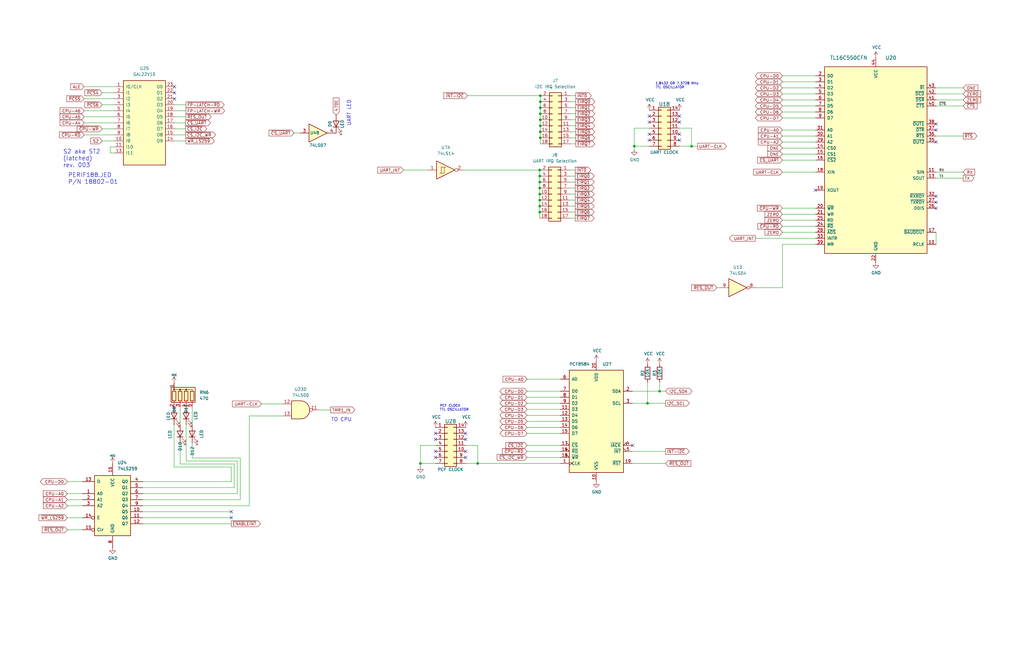
<source format=kicad_sch>
(kicad_sch (version 20211123) (generator eeschema)

  (uuid 745beb59-db8b-44b4-80b3-06646af53166)

  (paper "B")

  (title_block
    (title "Duodyne 80C188 CPU board")
    (date "2024-07-05")
    (rev "V0.5")
    (comment 1 "Based on a design by John R Coffman. ")
    (comment 2 " RetroBrew Computer Group")
  )

  (lib_symbols
    (symbol "74xx:74LS00" (pin_names (offset 1.016)) (in_bom yes) (on_board yes)
      (property "Reference" "U" (id 0) (at 0 1.27 0)
        (effects (font (size 1.27 1.27)))
      )
      (property "Value" "74LS00" (id 1) (at 0 -1.27 0)
        (effects (font (size 1.27 1.27)))
      )
      (property "Footprint" "" (id 2) (at 0 0 0)
        (effects (font (size 1.27 1.27)) hide)
      )
      (property "Datasheet" "http://www.ti.com/lit/gpn/sn74ls00" (id 3) (at 0 0 0)
        (effects (font (size 1.27 1.27)) hide)
      )
      (property "ki_locked" "" (id 4) (at 0 0 0)
        (effects (font (size 1.27 1.27)))
      )
      (property "ki_keywords" "TTL nand 2-input" (id 5) (at 0 0 0)
        (effects (font (size 1.27 1.27)) hide)
      )
      (property "ki_description" "quad 2-input NAND gate" (id 6) (at 0 0 0)
        (effects (font (size 1.27 1.27)) hide)
      )
      (property "ki_fp_filters" "DIP*W7.62mm* SO14*" (id 7) (at 0 0 0)
        (effects (font (size 1.27 1.27)) hide)
      )
      (symbol "74LS00_1_1"
        (arc (start 0 -3.81) (mid 3.81 0) (end 0 3.81)
          (stroke (width 0.254) (type default) (color 0 0 0 0))
          (fill (type background))
        )
        (polyline
          (pts
            (xy 0 3.81)
            (xy -3.81 3.81)
            (xy -3.81 -3.81)
            (xy 0 -3.81)
          )
          (stroke (width 0.254) (type default) (color 0 0 0 0))
          (fill (type background))
        )
        (pin input line (at -7.62 2.54 0) (length 3.81)
          (name "~" (effects (font (size 1.27 1.27))))
          (number "1" (effects (font (size 1.27 1.27))))
        )
        (pin input line (at -7.62 -2.54 0) (length 3.81)
          (name "~" (effects (font (size 1.27 1.27))))
          (number "2" (effects (font (size 1.27 1.27))))
        )
        (pin output inverted (at 7.62 0 180) (length 3.81)
          (name "~" (effects (font (size 1.27 1.27))))
          (number "3" (effects (font (size 1.27 1.27))))
        )
      )
      (symbol "74LS00_1_2"
        (arc (start -3.81 -3.81) (mid -2.589 0) (end -3.81 3.81)
          (stroke (width 0.254) (type default) (color 0 0 0 0))
          (fill (type none))
        )
        (arc (start -0.6096 -3.81) (mid 2.1842 -2.5851) (end 3.81 0)
          (stroke (width 0.254) (type default) (color 0 0 0 0))
          (fill (type background))
        )
        (polyline
          (pts
            (xy -3.81 -3.81)
            (xy -0.635 -3.81)
          )
          (stroke (width 0.254) (type default) (color 0 0 0 0))
          (fill (type background))
        )
        (polyline
          (pts
            (xy -3.81 3.81)
            (xy -0.635 3.81)
          )
          (stroke (width 0.254) (type default) (color 0 0 0 0))
          (fill (type background))
        )
        (polyline
          (pts
            (xy -0.635 3.81)
            (xy -3.81 3.81)
            (xy -3.81 3.81)
            (xy -3.556 3.4036)
            (xy -3.0226 2.2606)
            (xy -2.6924 1.0414)
            (xy -2.6162 -0.254)
            (xy -2.7686 -1.4986)
            (xy -3.175 -2.7178)
            (xy -3.81 -3.81)
            (xy -3.81 -3.81)
            (xy -0.635 -3.81)
          )
          (stroke (width -25.4) (type default) (color 0 0 0 0))
          (fill (type background))
        )
        (arc (start 3.81 0) (mid 2.1915 2.5936) (end -0.6096 3.81)
          (stroke (width 0.254) (type default) (color 0 0 0 0))
          (fill (type background))
        )
        (pin input inverted (at -7.62 2.54 0) (length 4.318)
          (name "~" (effects (font (size 1.27 1.27))))
          (number "1" (effects (font (size 1.27 1.27))))
        )
        (pin input inverted (at -7.62 -2.54 0) (length 4.318)
          (name "~" (effects (font (size 1.27 1.27))))
          (number "2" (effects (font (size 1.27 1.27))))
        )
        (pin output line (at 7.62 0 180) (length 3.81)
          (name "~" (effects (font (size 1.27 1.27))))
          (number "3" (effects (font (size 1.27 1.27))))
        )
      )
      (symbol "74LS00_2_1"
        (arc (start 0 -3.81) (mid 3.81 0) (end 0 3.81)
          (stroke (width 0.254) (type default) (color 0 0 0 0))
          (fill (type background))
        )
        (polyline
          (pts
            (xy 0 3.81)
            (xy -3.81 3.81)
            (xy -3.81 -3.81)
            (xy 0 -3.81)
          )
          (stroke (width 0.254) (type default) (color 0 0 0 0))
          (fill (type background))
        )
        (pin input line (at -7.62 2.54 0) (length 3.81)
          (name "~" (effects (font (size 1.27 1.27))))
          (number "4" (effects (font (size 1.27 1.27))))
        )
        (pin input line (at -7.62 -2.54 0) (length 3.81)
          (name "~" (effects (font (size 1.27 1.27))))
          (number "5" (effects (font (size 1.27 1.27))))
        )
        (pin output inverted (at 7.62 0 180) (length 3.81)
          (name "~" (effects (font (size 1.27 1.27))))
          (number "6" (effects (font (size 1.27 1.27))))
        )
      )
      (symbol "74LS00_2_2"
        (arc (start -3.81 -3.81) (mid -2.589 0) (end -3.81 3.81)
          (stroke (width 0.254) (type default) (color 0 0 0 0))
          (fill (type none))
        )
        (arc (start -0.6096 -3.81) (mid 2.1842 -2.5851) (end 3.81 0)
          (stroke (width 0.254) (type default) (color 0 0 0 0))
          (fill (type background))
        )
        (polyline
          (pts
            (xy -3.81 -3.81)
            (xy -0.635 -3.81)
          )
          (stroke (width 0.254) (type default) (color 0 0 0 0))
          (fill (type background))
        )
        (polyline
          (pts
            (xy -3.81 3.81)
            (xy -0.635 3.81)
          )
          (stroke (width 0.254) (type default) (color 0 0 0 0))
          (fill (type background))
        )
        (polyline
          (pts
            (xy -0.635 3.81)
            (xy -3.81 3.81)
            (xy -3.81 3.81)
            (xy -3.556 3.4036)
            (xy -3.0226 2.2606)
            (xy -2.6924 1.0414)
            (xy -2.6162 -0.254)
            (xy -2.7686 -1.4986)
            (xy -3.175 -2.7178)
            (xy -3.81 -3.81)
            (xy -3.81 -3.81)
            (xy -0.635 -3.81)
          )
          (stroke (width -25.4) (type default) (color 0 0 0 0))
          (fill (type background))
        )
        (arc (start 3.81 0) (mid 2.1915 2.5936) (end -0.6096 3.81)
          (stroke (width 0.254) (type default) (color 0 0 0 0))
          (fill (type background))
        )
        (pin input inverted (at -7.62 2.54 0) (length 4.318)
          (name "~" (effects (font (size 1.27 1.27))))
          (number "4" (effects (font (size 1.27 1.27))))
        )
        (pin input inverted (at -7.62 -2.54 0) (length 4.318)
          (name "~" (effects (font (size 1.27 1.27))))
          (number "5" (effects (font (size 1.27 1.27))))
        )
        (pin output line (at 7.62 0 180) (length 3.81)
          (name "~" (effects (font (size 1.27 1.27))))
          (number "6" (effects (font (size 1.27 1.27))))
        )
      )
      (symbol "74LS00_3_1"
        (arc (start 0 -3.81) (mid 3.81 0) (end 0 3.81)
          (stroke (width 0.254) (type default) (color 0 0 0 0))
          (fill (type background))
        )
        (polyline
          (pts
            (xy 0 3.81)
            (xy -3.81 3.81)
            (xy -3.81 -3.81)
            (xy 0 -3.81)
          )
          (stroke (width 0.254) (type default) (color 0 0 0 0))
          (fill (type background))
        )
        (pin input line (at -7.62 -2.54 0) (length 3.81)
          (name "~" (effects (font (size 1.27 1.27))))
          (number "10" (effects (font (size 1.27 1.27))))
        )
        (pin output inverted (at 7.62 0 180) (length 3.81)
          (name "~" (effects (font (size 1.27 1.27))))
          (number "8" (effects (font (size 1.27 1.27))))
        )
        (pin input line (at -7.62 2.54 0) (length 3.81)
          (name "~" (effects (font (size 1.27 1.27))))
          (number "9" (effects (font (size 1.27 1.27))))
        )
      )
      (symbol "74LS00_3_2"
        (arc (start -3.81 -3.81) (mid -2.589 0) (end -3.81 3.81)
          (stroke (width 0.254) (type default) (color 0 0 0 0))
          (fill (type none))
        )
        (arc (start -0.6096 -3.81) (mid 2.1842 -2.5851) (end 3.81 0)
          (stroke (width 0.254) (type default) (color 0 0 0 0))
          (fill (type background))
        )
        (polyline
          (pts
            (xy -3.81 -3.81)
            (xy -0.635 -3.81)
          )
          (stroke (width 0.254) (type default) (color 0 0 0 0))
          (fill (type background))
        )
        (polyline
          (pts
            (xy -3.81 3.81)
            (xy -0.635 3.81)
          )
          (stroke (width 0.254) (type default) (color 0 0 0 0))
          (fill (type background))
        )
        (polyline
          (pts
            (xy -0.635 3.81)
            (xy -3.81 3.81)
            (xy -3.81 3.81)
            (xy -3.556 3.4036)
            (xy -3.0226 2.2606)
            (xy -2.6924 1.0414)
            (xy -2.6162 -0.254)
            (xy -2.7686 -1.4986)
            (xy -3.175 -2.7178)
            (xy -3.81 -3.81)
            (xy -3.81 -3.81)
            (xy -0.635 -3.81)
          )
          (stroke (width -25.4) (type default) (color 0 0 0 0))
          (fill (type background))
        )
        (arc (start 3.81 0) (mid 2.1915 2.5936) (end -0.6096 3.81)
          (stroke (width 0.254) (type default) (color 0 0 0 0))
          (fill (type background))
        )
        (pin input inverted (at -7.62 -2.54 0) (length 4.318)
          (name "~" (effects (font (size 1.27 1.27))))
          (number "10" (effects (font (size 1.27 1.27))))
        )
        (pin output line (at 7.62 0 180) (length 3.81)
          (name "~" (effects (font (size 1.27 1.27))))
          (number "8" (effects (font (size 1.27 1.27))))
        )
        (pin input inverted (at -7.62 2.54 0) (length 4.318)
          (name "~" (effects (font (size 1.27 1.27))))
          (number "9" (effects (font (size 1.27 1.27))))
        )
      )
      (symbol "74LS00_4_1"
        (arc (start 0 -3.81) (mid 3.81 0) (end 0 3.81)
          (stroke (width 0.254) (type default) (color 0 0 0 0))
          (fill (type background))
        )
        (polyline
          (pts
            (xy 0 3.81)
            (xy -3.81 3.81)
            (xy -3.81 -3.81)
            (xy 0 -3.81)
          )
          (stroke (width 0.254) (type default) (color 0 0 0 0))
          (fill (type background))
        )
        (pin output inverted (at 7.62 0 180) (length 3.81)
          (name "~" (effects (font (size 1.27 1.27))))
          (number "11" (effects (font (size 1.27 1.27))))
        )
        (pin input line (at -7.62 2.54 0) (length 3.81)
          (name "~" (effects (font (size 1.27 1.27))))
          (number "12" (effects (font (size 1.27 1.27))))
        )
        (pin input line (at -7.62 -2.54 0) (length 3.81)
          (name "~" (effects (font (size 1.27 1.27))))
          (number "13" (effects (font (size 1.27 1.27))))
        )
      )
      (symbol "74LS00_4_2"
        (arc (start -3.81 -3.81) (mid -2.589 0) (end -3.81 3.81)
          (stroke (width 0.254) (type default) (color 0 0 0 0))
          (fill (type none))
        )
        (arc (start -0.6096 -3.81) (mid 2.1842 -2.5851) (end 3.81 0)
          (stroke (width 0.254) (type default) (color 0 0 0 0))
          (fill (type background))
        )
        (polyline
          (pts
            (xy -3.81 -3.81)
            (xy -0.635 -3.81)
          )
          (stroke (width 0.254) (type default) (color 0 0 0 0))
          (fill (type background))
        )
        (polyline
          (pts
            (xy -3.81 3.81)
            (xy -0.635 3.81)
          )
          (stroke (width 0.254) (type default) (color 0 0 0 0))
          (fill (type background))
        )
        (polyline
          (pts
            (xy -0.635 3.81)
            (xy -3.81 3.81)
            (xy -3.81 3.81)
            (xy -3.556 3.4036)
            (xy -3.0226 2.2606)
            (xy -2.6924 1.0414)
            (xy -2.6162 -0.254)
            (xy -2.7686 -1.4986)
            (xy -3.175 -2.7178)
            (xy -3.81 -3.81)
            (xy -3.81 -3.81)
            (xy -0.635 -3.81)
          )
          (stroke (width -25.4) (type default) (color 0 0 0 0))
          (fill (type background))
        )
        (arc (start 3.81 0) (mid 2.1915 2.5936) (end -0.6096 3.81)
          (stroke (width 0.254) (type default) (color 0 0 0 0))
          (fill (type background))
        )
        (pin output line (at 7.62 0 180) (length 3.81)
          (name "~" (effects (font (size 1.27 1.27))))
          (number "11" (effects (font (size 1.27 1.27))))
        )
        (pin input inverted (at -7.62 2.54 0) (length 4.318)
          (name "~" (effects (font (size 1.27 1.27))))
          (number "12" (effects (font (size 1.27 1.27))))
        )
        (pin input inverted (at -7.62 -2.54 0) (length 4.318)
          (name "~" (effects (font (size 1.27 1.27))))
          (number "13" (effects (font (size 1.27 1.27))))
        )
      )
      (symbol "74LS00_5_0"
        (pin power_in line (at 0 12.7 270) (length 5.08)
          (name "VCC" (effects (font (size 1.27 1.27))))
          (number "14" (effects (font (size 1.27 1.27))))
        )
        (pin power_in line (at 0 -12.7 90) (length 5.08)
          (name "GND" (effects (font (size 1.27 1.27))))
          (number "7" (effects (font (size 1.27 1.27))))
        )
      )
      (symbol "74LS00_5_1"
        (rectangle (start -5.08 7.62) (end 5.08 -7.62)
          (stroke (width 0.254) (type default) (color 0 0 0 0))
          (fill (type background))
        )
      )
    )
    (symbol "74xx:74LS04" (in_bom yes) (on_board yes)
      (property "Reference" "U" (id 0) (at 0 1.27 0)
        (effects (font (size 1.27 1.27)))
      )
      (property "Value" "74LS04" (id 1) (at 0 -1.27 0)
        (effects (font (size 1.27 1.27)))
      )
      (property "Footprint" "" (id 2) (at 0 0 0)
        (effects (font (size 1.27 1.27)) hide)
      )
      (property "Datasheet" "http://www.ti.com/lit/gpn/sn74LS04" (id 3) (at 0 0 0)
        (effects (font (size 1.27 1.27)) hide)
      )
      (property "ki_locked" "" (id 4) (at 0 0 0)
        (effects (font (size 1.27 1.27)))
      )
      (property "ki_keywords" "TTL not inv" (id 5) (at 0 0 0)
        (effects (font (size 1.27 1.27)) hide)
      )
      (property "ki_description" "Hex Inverter" (id 6) (at 0 0 0)
        (effects (font (size 1.27 1.27)) hide)
      )
      (property "ki_fp_filters" "DIP*W7.62mm* SSOP?14* TSSOP?14*" (id 7) (at 0 0 0)
        (effects (font (size 1.27 1.27)) hide)
      )
      (symbol "74LS04_1_0"
        (polyline
          (pts
            (xy -3.81 3.81)
            (xy -3.81 -3.81)
            (xy 3.81 0)
            (xy -3.81 3.81)
          )
          (stroke (width 0.254) (type default) (color 0 0 0 0))
          (fill (type background))
        )
        (pin input line (at -7.62 0 0) (length 3.81)
          (name "~" (effects (font (size 1.27 1.27))))
          (number "1" (effects (font (size 1.27 1.27))))
        )
        (pin output inverted (at 7.62 0 180) (length 3.81)
          (name "~" (effects (font (size 1.27 1.27))))
          (number "2" (effects (font (size 1.27 1.27))))
        )
      )
      (symbol "74LS04_2_0"
        (polyline
          (pts
            (xy -3.81 3.81)
            (xy -3.81 -3.81)
            (xy 3.81 0)
            (xy -3.81 3.81)
          )
          (stroke (width 0.254) (type default) (color 0 0 0 0))
          (fill (type background))
        )
        (pin input line (at -7.62 0 0) (length 3.81)
          (name "~" (effects (font (size 1.27 1.27))))
          (number "3" (effects (font (size 1.27 1.27))))
        )
        (pin output inverted (at 7.62 0 180) (length 3.81)
          (name "~" (effects (font (size 1.27 1.27))))
          (number "4" (effects (font (size 1.27 1.27))))
        )
      )
      (symbol "74LS04_3_0"
        (polyline
          (pts
            (xy -3.81 3.81)
            (xy -3.81 -3.81)
            (xy 3.81 0)
            (xy -3.81 3.81)
          )
          (stroke (width 0.254) (type default) (color 0 0 0 0))
          (fill (type background))
        )
        (pin input line (at -7.62 0 0) (length 3.81)
          (name "~" (effects (font (size 1.27 1.27))))
          (number "5" (effects (font (size 1.27 1.27))))
        )
        (pin output inverted (at 7.62 0 180) (length 3.81)
          (name "~" (effects (font (size 1.27 1.27))))
          (number "6" (effects (font (size 1.27 1.27))))
        )
      )
      (symbol "74LS04_4_0"
        (polyline
          (pts
            (xy -3.81 3.81)
            (xy -3.81 -3.81)
            (xy 3.81 0)
            (xy -3.81 3.81)
          )
          (stroke (width 0.254) (type default) (color 0 0 0 0))
          (fill (type background))
        )
        (pin output inverted (at 7.62 0 180) (length 3.81)
          (name "~" (effects (font (size 1.27 1.27))))
          (number "8" (effects (font (size 1.27 1.27))))
        )
        (pin input line (at -7.62 0 0) (length 3.81)
          (name "~" (effects (font (size 1.27 1.27))))
          (number "9" (effects (font (size 1.27 1.27))))
        )
      )
      (symbol "74LS04_5_0"
        (polyline
          (pts
            (xy -3.81 3.81)
            (xy -3.81 -3.81)
            (xy 3.81 0)
            (xy -3.81 3.81)
          )
          (stroke (width 0.254) (type default) (color 0 0 0 0))
          (fill (type background))
        )
        (pin output inverted (at 7.62 0 180) (length 3.81)
          (name "~" (effects (font (size 1.27 1.27))))
          (number "10" (effects (font (size 1.27 1.27))))
        )
        (pin input line (at -7.62 0 0) (length 3.81)
          (name "~" (effects (font (size 1.27 1.27))))
          (number "11" (effects (font (size 1.27 1.27))))
        )
      )
      (symbol "74LS04_6_0"
        (polyline
          (pts
            (xy -3.81 3.81)
            (xy -3.81 -3.81)
            (xy 3.81 0)
            (xy -3.81 3.81)
          )
          (stroke (width 0.254) (type default) (color 0 0 0 0))
          (fill (type background))
        )
        (pin output inverted (at 7.62 0 180) (length 3.81)
          (name "~" (effects (font (size 1.27 1.27))))
          (number "12" (effects (font (size 1.27 1.27))))
        )
        (pin input line (at -7.62 0 0) (length 3.81)
          (name "~" (effects (font (size 1.27 1.27))))
          (number "13" (effects (font (size 1.27 1.27))))
        )
      )
      (symbol "74LS04_7_0"
        (pin power_in line (at 0 12.7 270) (length 5.08)
          (name "VCC" (effects (font (size 1.27 1.27))))
          (number "14" (effects (font (size 1.27 1.27))))
        )
        (pin power_in line (at 0 -12.7 90) (length 5.08)
          (name "GND" (effects (font (size 1.27 1.27))))
          (number "7" (effects (font (size 1.27 1.27))))
        )
      )
      (symbol "74LS04_7_1"
        (rectangle (start -5.08 7.62) (end 5.08 -7.62)
          (stroke (width 0.254) (type default) (color 0 0 0 0))
          (fill (type background))
        )
      )
    )
    (symbol "74xx:74LS07" (pin_names (offset 1.016)) (in_bom yes) (on_board yes)
      (property "Reference" "U" (id 0) (at 0 1.27 0)
        (effects (font (size 1.27 1.27)))
      )
      (property "Value" "74LS07" (id 1) (at 0 -1.27 0)
        (effects (font (size 1.27 1.27)))
      )
      (property "Footprint" "" (id 2) (at 0 0 0)
        (effects (font (size 1.27 1.27)) hide)
      )
      (property "Datasheet" "www.ti.com/lit/ds/symlink/sn74ls07.pdf" (id 3) (at 0 0 0)
        (effects (font (size 1.27 1.27)) hide)
      )
      (property "ki_locked" "" (id 4) (at 0 0 0)
        (effects (font (size 1.27 1.27)))
      )
      (property "ki_keywords" "TTL hex buffer OpenCol" (id 5) (at 0 0 0)
        (effects (font (size 1.27 1.27)) hide)
      )
      (property "ki_description" "Hex Buffers and Drivers With Open Collector High Voltage Outputs" (id 6) (at 0 0 0)
        (effects (font (size 1.27 1.27)) hide)
      )
      (property "ki_fp_filters" "SOIC*3.9x8.7mm*P1.27mm* TSSOP*4.4x5mm*P0.65mm* DIP*W7.62mm*" (id 7) (at 0 0 0)
        (effects (font (size 1.27 1.27)) hide)
      )
      (symbol "74LS07_1_0"
        (polyline
          (pts
            (xy -3.81 3.81)
            (xy -3.81 -3.81)
            (xy 3.81 0)
            (xy -3.81 3.81)
          )
          (stroke (width 0.254) (type default) (color 0 0 0 0))
          (fill (type background))
        )
        (pin input line (at -7.62 0 0) (length 3.81)
          (name "~" (effects (font (size 1.27 1.27))))
          (number "1" (effects (font (size 1.27 1.27))))
        )
        (pin open_collector line (at 7.62 0 180) (length 3.81)
          (name "~" (effects (font (size 1.27 1.27))))
          (number "2" (effects (font (size 1.27 1.27))))
        )
      )
      (symbol "74LS07_2_0"
        (polyline
          (pts
            (xy -3.81 3.81)
            (xy -3.81 -3.81)
            (xy 3.81 0)
            (xy -3.81 3.81)
          )
          (stroke (width 0.254) (type default) (color 0 0 0 0))
          (fill (type background))
        )
        (pin input line (at -7.62 0 0) (length 3.81)
          (name "~" (effects (font (size 1.27 1.27))))
          (number "3" (effects (font (size 1.27 1.27))))
        )
        (pin open_collector line (at 7.62 0 180) (length 3.81)
          (name "~" (effects (font (size 1.27 1.27))))
          (number "4" (effects (font (size 1.27 1.27))))
        )
      )
      (symbol "74LS07_3_0"
        (polyline
          (pts
            (xy -3.81 3.81)
            (xy -3.81 -3.81)
            (xy 3.81 0)
            (xy -3.81 3.81)
          )
          (stroke (width 0.254) (type default) (color 0 0 0 0))
          (fill (type background))
        )
        (pin input line (at -7.62 0 0) (length 3.81)
          (name "~" (effects (font (size 1.27 1.27))))
          (number "5" (effects (font (size 1.27 1.27))))
        )
        (pin open_collector line (at 7.62 0 180) (length 3.81)
          (name "~" (effects (font (size 1.27 1.27))))
          (number "6" (effects (font (size 1.27 1.27))))
        )
      )
      (symbol "74LS07_4_0"
        (polyline
          (pts
            (xy -3.81 3.81)
            (xy -3.81 -3.81)
            (xy 3.81 0)
            (xy -3.81 3.81)
          )
          (stroke (width 0.254) (type default) (color 0 0 0 0))
          (fill (type background))
        )
        (pin open_collector line (at 7.62 0 180) (length 3.81)
          (name "~" (effects (font (size 1.27 1.27))))
          (number "8" (effects (font (size 1.27 1.27))))
        )
        (pin input line (at -7.62 0 0) (length 3.81)
          (name "~" (effects (font (size 1.27 1.27))))
          (number "9" (effects (font (size 1.27 1.27))))
        )
      )
      (symbol "74LS07_5_0"
        (polyline
          (pts
            (xy -3.81 3.81)
            (xy -3.81 -3.81)
            (xy 3.81 0)
            (xy -3.81 3.81)
          )
          (stroke (width 0.254) (type default) (color 0 0 0 0))
          (fill (type background))
        )
        (pin open_collector line (at 7.62 0 180) (length 3.81)
          (name "~" (effects (font (size 1.27 1.27))))
          (number "10" (effects (font (size 1.27 1.27))))
        )
        (pin input line (at -7.62 0 0) (length 3.81)
          (name "~" (effects (font (size 1.27 1.27))))
          (number "11" (effects (font (size 1.27 1.27))))
        )
      )
      (symbol "74LS07_6_0"
        (polyline
          (pts
            (xy -3.81 3.81)
            (xy -3.81 -3.81)
            (xy 3.81 0)
            (xy -3.81 3.81)
          )
          (stroke (width 0.254) (type default) (color 0 0 0 0))
          (fill (type background))
        )
        (pin open_collector line (at 7.62 0 180) (length 3.81)
          (name "~" (effects (font (size 1.27 1.27))))
          (number "12" (effects (font (size 1.27 1.27))))
        )
        (pin input line (at -7.62 0 0) (length 3.81)
          (name "~" (effects (font (size 1.27 1.27))))
          (number "13" (effects (font (size 1.27 1.27))))
        )
      )
      (symbol "74LS07_7_0"
        (pin power_in line (at 0 12.7 270) (length 5.08)
          (name "VCC" (effects (font (size 1.27 1.27))))
          (number "14" (effects (font (size 1.27 1.27))))
        )
        (pin power_in line (at 0 -12.7 90) (length 5.08)
          (name "GND" (effects (font (size 1.27 1.27))))
          (number "7" (effects (font (size 1.27 1.27))))
        )
      )
      (symbol "74LS07_7_1"
        (rectangle (start -5.08 7.62) (end 5.08 -7.62)
          (stroke (width 0.254) (type default) (color 0 0 0 0))
          (fill (type background))
        )
      )
    )
    (symbol "74xx:74LS14" (pin_names (offset 1.016)) (in_bom yes) (on_board yes)
      (property "Reference" "U" (id 0) (at 0 1.27 0)
        (effects (font (size 1.27 1.27)))
      )
      (property "Value" "74LS14" (id 1) (at 0 -1.27 0)
        (effects (font (size 1.27 1.27)))
      )
      (property "Footprint" "" (id 2) (at 0 0 0)
        (effects (font (size 1.27 1.27)) hide)
      )
      (property "Datasheet" "http://www.ti.com/lit/gpn/sn74LS14" (id 3) (at 0 0 0)
        (effects (font (size 1.27 1.27)) hide)
      )
      (property "ki_locked" "" (id 4) (at 0 0 0)
        (effects (font (size 1.27 1.27)))
      )
      (property "ki_keywords" "TTL not inverter" (id 5) (at 0 0 0)
        (effects (font (size 1.27 1.27)) hide)
      )
      (property "ki_description" "Hex inverter schmitt trigger" (id 6) (at 0 0 0)
        (effects (font (size 1.27 1.27)) hide)
      )
      (property "ki_fp_filters" "DIP*W7.62mm*" (id 7) (at 0 0 0)
        (effects (font (size 1.27 1.27)) hide)
      )
      (symbol "74LS14_1_0"
        (polyline
          (pts
            (xy -3.81 3.81)
            (xy -3.81 -3.81)
            (xy 3.81 0)
            (xy -3.81 3.81)
          )
          (stroke (width 0.254) (type default) (color 0 0 0 0))
          (fill (type background))
        )
        (pin input line (at -7.62 0 0) (length 3.81)
          (name "~" (effects (font (size 1.27 1.27))))
          (number "1" (effects (font (size 1.27 1.27))))
        )
        (pin output inverted (at 7.62 0 180) (length 3.81)
          (name "~" (effects (font (size 1.27 1.27))))
          (number "2" (effects (font (size 1.27 1.27))))
        )
      )
      (symbol "74LS14_1_1"
        (polyline
          (pts
            (xy -1.905 -1.27)
            (xy -1.905 1.27)
            (xy -0.635 1.27)
          )
          (stroke (width 0) (type default) (color 0 0 0 0))
          (fill (type none))
        )
        (polyline
          (pts
            (xy -2.54 -1.27)
            (xy -0.635 -1.27)
            (xy -0.635 1.27)
            (xy 0 1.27)
          )
          (stroke (width 0) (type default) (color 0 0 0 0))
          (fill (type none))
        )
      )
      (symbol "74LS14_2_0"
        (polyline
          (pts
            (xy -3.81 3.81)
            (xy -3.81 -3.81)
            (xy 3.81 0)
            (xy -3.81 3.81)
          )
          (stroke (width 0.254) (type default) (color 0 0 0 0))
          (fill (type background))
        )
        (pin input line (at -7.62 0 0) (length 3.81)
          (name "~" (effects (font (size 1.27 1.27))))
          (number "3" (effects (font (size 1.27 1.27))))
        )
        (pin output inverted (at 7.62 0 180) (length 3.81)
          (name "~" (effects (font (size 1.27 1.27))))
          (number "4" (effects (font (size 1.27 1.27))))
        )
      )
      (symbol "74LS14_2_1"
        (polyline
          (pts
            (xy -1.905 -1.27)
            (xy -1.905 1.27)
            (xy -0.635 1.27)
          )
          (stroke (width 0) (type default) (color 0 0 0 0))
          (fill (type none))
        )
        (polyline
          (pts
            (xy -2.54 -1.27)
            (xy -0.635 -1.27)
            (xy -0.635 1.27)
            (xy 0 1.27)
          )
          (stroke (width 0) (type default) (color 0 0 0 0))
          (fill (type none))
        )
      )
      (symbol "74LS14_3_0"
        (polyline
          (pts
            (xy -3.81 3.81)
            (xy -3.81 -3.81)
            (xy 3.81 0)
            (xy -3.81 3.81)
          )
          (stroke (width 0.254) (type default) (color 0 0 0 0))
          (fill (type background))
        )
        (pin input line (at -7.62 0 0) (length 3.81)
          (name "~" (effects (font (size 1.27 1.27))))
          (number "5" (effects (font (size 1.27 1.27))))
        )
        (pin output inverted (at 7.62 0 180) (length 3.81)
          (name "~" (effects (font (size 1.27 1.27))))
          (number "6" (effects (font (size 1.27 1.27))))
        )
      )
      (symbol "74LS14_3_1"
        (polyline
          (pts
            (xy -1.905 -1.27)
            (xy -1.905 1.27)
            (xy -0.635 1.27)
          )
          (stroke (width 0) (type default) (color 0 0 0 0))
          (fill (type none))
        )
        (polyline
          (pts
            (xy -2.54 -1.27)
            (xy -0.635 -1.27)
            (xy -0.635 1.27)
            (xy 0 1.27)
          )
          (stroke (width 0) (type default) (color 0 0 0 0))
          (fill (type none))
        )
      )
      (symbol "74LS14_4_0"
        (polyline
          (pts
            (xy -3.81 3.81)
            (xy -3.81 -3.81)
            (xy 3.81 0)
            (xy -3.81 3.81)
          )
          (stroke (width 0.254) (type default) (color 0 0 0 0))
          (fill (type background))
        )
        (pin output inverted (at 7.62 0 180) (length 3.81)
          (name "~" (effects (font (size 1.27 1.27))))
          (number "8" (effects (font (size 1.27 1.27))))
        )
        (pin input line (at -7.62 0 0) (length 3.81)
          (name "~" (effects (font (size 1.27 1.27))))
          (number "9" (effects (font (size 1.27 1.27))))
        )
      )
      (symbol "74LS14_4_1"
        (polyline
          (pts
            (xy -1.905 -1.27)
            (xy -1.905 1.27)
            (xy -0.635 1.27)
          )
          (stroke (width 0) (type default) (color 0 0 0 0))
          (fill (type none))
        )
        (polyline
          (pts
            (xy -2.54 -1.27)
            (xy -0.635 -1.27)
            (xy -0.635 1.27)
            (xy 0 1.27)
          )
          (stroke (width 0) (type default) (color 0 0 0 0))
          (fill (type none))
        )
      )
      (symbol "74LS14_5_0"
        (polyline
          (pts
            (xy -3.81 3.81)
            (xy -3.81 -3.81)
            (xy 3.81 0)
            (xy -3.81 3.81)
          )
          (stroke (width 0.254) (type default) (color 0 0 0 0))
          (fill (type background))
        )
        (pin output inverted (at 7.62 0 180) (length 3.81)
          (name "~" (effects (font (size 1.27 1.27))))
          (number "10" (effects (font (size 1.27 1.27))))
        )
        (pin input line (at -7.62 0 0) (length 3.81)
          (name "~" (effects (font (size 1.27 1.27))))
          (number "11" (effects (font (size 1.27 1.27))))
        )
      )
      (symbol "74LS14_5_1"
        (polyline
          (pts
            (xy -1.905 -1.27)
            (xy -1.905 1.27)
            (xy -0.635 1.27)
          )
          (stroke (width 0) (type default) (color 0 0 0 0))
          (fill (type none))
        )
        (polyline
          (pts
            (xy -2.54 -1.27)
            (xy -0.635 -1.27)
            (xy -0.635 1.27)
            (xy 0 1.27)
          )
          (stroke (width 0) (type default) (color 0 0 0 0))
          (fill (type none))
        )
      )
      (symbol "74LS14_6_0"
        (polyline
          (pts
            (xy -3.81 3.81)
            (xy -3.81 -3.81)
            (xy 3.81 0)
            (xy -3.81 3.81)
          )
          (stroke (width 0.254) (type default) (color 0 0 0 0))
          (fill (type background))
        )
        (pin output inverted (at 7.62 0 180) (length 3.81)
          (name "~" (effects (font (size 1.27 1.27))))
          (number "12" (effects (font (size 1.27 1.27))))
        )
        (pin input line (at -7.62 0 0) (length 3.81)
          (name "~" (effects (font (size 1.27 1.27))))
          (number "13" (effects (font (size 1.27 1.27))))
        )
      )
      (symbol "74LS14_6_1"
        (polyline
          (pts
            (xy -1.905 -1.27)
            (xy -1.905 1.27)
            (xy -0.635 1.27)
          )
          (stroke (width 0) (type default) (color 0 0 0 0))
          (fill (type none))
        )
        (polyline
          (pts
            (xy -2.54 -1.27)
            (xy -0.635 -1.27)
            (xy -0.635 1.27)
            (xy 0 1.27)
          )
          (stroke (width 0) (type default) (color 0 0 0 0))
          (fill (type none))
        )
      )
      (symbol "74LS14_7_0"
        (pin power_in line (at 0 12.7 270) (length 5.08)
          (name "VCC" (effects (font (size 1.27 1.27))))
          (number "14" (effects (font (size 1.27 1.27))))
        )
        (pin power_in line (at 0 -12.7 90) (length 5.08)
          (name "GND" (effects (font (size 1.27 1.27))))
          (number "7" (effects (font (size 1.27 1.27))))
        )
      )
      (symbol "74LS14_7_1"
        (rectangle (start -5.08 7.62) (end 5.08 -7.62)
          (stroke (width 0.254) (type default) (color 0 0 0 0))
          (fill (type background))
        )
      )
    )
    (symbol "74xx:74LS259" (pin_names (offset 1.016)) (in_bom yes) (on_board yes)
      (property "Reference" "U" (id 0) (at -7.62 13.97 0)
        (effects (font (size 1.27 1.27)))
      )
      (property "Value" "74LS259" (id 1) (at -7.62 -13.97 0)
        (effects (font (size 1.27 1.27)))
      )
      (property "Footprint" "" (id 2) (at 0 0 0)
        (effects (font (size 1.27 1.27)) hide)
      )
      (property "Datasheet" "http://www.ti.com/lit/gpn/sn74LS259" (id 3) (at 0 0 0)
        (effects (font (size 1.27 1.27)) hide)
      )
      (property "ki_locked" "" (id 4) (at 0 0 0)
        (effects (font (size 1.27 1.27)))
      )
      (property "ki_keywords" "TTL REG DFF" (id 5) (at 0 0 0)
        (effects (font (size 1.27 1.27)) hide)
      )
      (property "ki_description" "8-bit addressable latch" (id 6) (at 0 0 0)
        (effects (font (size 1.27 1.27)) hide)
      )
      (property "ki_fp_filters" "DIP?16*" (id 7) (at 0 0 0)
        (effects (font (size 1.27 1.27)) hide)
      )
      (symbol "74LS259_1_0"
        (pin input line (at -12.7 5.08 0) (length 5.08)
          (name "A0" (effects (font (size 1.27 1.27))))
          (number "1" (effects (font (size 1.27 1.27))))
        )
        (pin output line (at 12.7 -2.54 180) (length 5.08)
          (name "Q5" (effects (font (size 1.27 1.27))))
          (number "10" (effects (font (size 1.27 1.27))))
        )
        (pin output line (at 12.7 -5.08 180) (length 5.08)
          (name "Q6" (effects (font (size 1.27 1.27))))
          (number "11" (effects (font (size 1.27 1.27))))
        )
        (pin output line (at 12.7 -7.62 180) (length 5.08)
          (name "Q7" (effects (font (size 1.27 1.27))))
          (number "12" (effects (font (size 1.27 1.27))))
        )
        (pin input line (at -12.7 10.16 0) (length 5.08)
          (name "D" (effects (font (size 1.27 1.27))))
          (number "13" (effects (font (size 1.27 1.27))))
        )
        (pin input inverted (at -12.7 -5.08 0) (length 5.08)
          (name "E" (effects (font (size 1.27 1.27))))
          (number "14" (effects (font (size 1.27 1.27))))
        )
        (pin input inverted (at -12.7 -10.16 0) (length 5.08)
          (name "Clr" (effects (font (size 1.27 1.27))))
          (number "15" (effects (font (size 1.27 1.27))))
        )
        (pin power_in line (at 0 17.78 270) (length 5.08)
          (name "VCC" (effects (font (size 1.27 1.27))))
          (number "16" (effects (font (size 1.27 1.27))))
        )
        (pin input line (at -12.7 2.54 0) (length 5.08)
          (name "A1" (effects (font (size 1.27 1.27))))
          (number "2" (effects (font (size 1.27 1.27))))
        )
        (pin input line (at -12.7 0 0) (length 5.08)
          (name "A2" (effects (font (size 1.27 1.27))))
          (number "3" (effects (font (size 1.27 1.27))))
        )
        (pin output line (at 12.7 10.16 180) (length 5.08)
          (name "Q0" (effects (font (size 1.27 1.27))))
          (number "4" (effects (font (size 1.27 1.27))))
        )
        (pin output line (at 12.7 7.62 180) (length 5.08)
          (name "Q1" (effects (font (size 1.27 1.27))))
          (number "5" (effects (font (size 1.27 1.27))))
        )
        (pin output line (at 12.7 5.08 180) (length 5.08)
          (name "Q2" (effects (font (size 1.27 1.27))))
          (number "6" (effects (font (size 1.27 1.27))))
        )
        (pin output line (at 12.7 2.54 180) (length 5.08)
          (name "Q3" (effects (font (size 1.27 1.27))))
          (number "7" (effects (font (size 1.27 1.27))))
        )
        (pin power_in line (at 0 -17.78 90) (length 5.08)
          (name "GND" (effects (font (size 1.27 1.27))))
          (number "8" (effects (font (size 1.27 1.27))))
        )
        (pin output line (at 12.7 0 180) (length 5.08)
          (name "Q4" (effects (font (size 1.27 1.27))))
          (number "9" (effects (font (size 1.27 1.27))))
        )
      )
      (symbol "74LS259_1_1"
        (rectangle (start -7.62 12.7) (end 7.62 -12.7)
          (stroke (width 0.254) (type default) (color 0 0 0 0))
          (fill (type background))
        )
      )
    )
    (symbol "Connector_Generic:Conn_02x07_Counter_Clockwise" (pin_names (offset 1.016) hide) (in_bom yes) (on_board yes)
      (property "Reference" "J" (id 0) (at 1.27 10.16 0)
        (effects (font (size 1.27 1.27)))
      )
      (property "Value" "Conn_02x07_Counter_Clockwise" (id 1) (at 1.27 -10.16 0)
        (effects (font (size 1.27 1.27)))
      )
      (property "Footprint" "" (id 2) (at 0 0 0)
        (effects (font (size 1.27 1.27)) hide)
      )
      (property "Datasheet" "~" (id 3) (at 0 0 0)
        (effects (font (size 1.27 1.27)) hide)
      )
      (property "ki_keywords" "connector" (id 4) (at 0 0 0)
        (effects (font (size 1.27 1.27)) hide)
      )
      (property "ki_description" "Generic connector, double row, 02x07, counter clockwise pin numbering scheme (similar to DIP package numbering), script generated (kicad-library-utils/schlib/autogen/connector/)" (id 5) (at 0 0 0)
        (effects (font (size 1.27 1.27)) hide)
      )
      (property "ki_fp_filters" "Connector*:*_2x??_*" (id 6) (at 0 0 0)
        (effects (font (size 1.27 1.27)) hide)
      )
      (symbol "Conn_02x07_Counter_Clockwise_1_1"
        (rectangle (start -1.27 -7.493) (end 0 -7.747)
          (stroke (width 0.1524) (type default) (color 0 0 0 0))
          (fill (type none))
        )
        (rectangle (start -1.27 -4.953) (end 0 -5.207)
          (stroke (width 0.1524) (type default) (color 0 0 0 0))
          (fill (type none))
        )
        (rectangle (start -1.27 -2.413) (end 0 -2.667)
          (stroke (width 0.1524) (type default) (color 0 0 0 0))
          (fill (type none))
        )
        (rectangle (start -1.27 0.127) (end 0 -0.127)
          (stroke (width 0.1524) (type default) (color 0 0 0 0))
          (fill (type none))
        )
        (rectangle (start -1.27 2.667) (end 0 2.413)
          (stroke (width 0.1524) (type default) (color 0 0 0 0))
          (fill (type none))
        )
        (rectangle (start -1.27 5.207) (end 0 4.953)
          (stroke (width 0.1524) (type default) (color 0 0 0 0))
          (fill (type none))
        )
        (rectangle (start -1.27 7.747) (end 0 7.493)
          (stroke (width 0.1524) (type default) (color 0 0 0 0))
          (fill (type none))
        )
        (rectangle (start -1.27 8.89) (end 3.81 -8.89)
          (stroke (width 0.254) (type default) (color 0 0 0 0))
          (fill (type background))
        )
        (rectangle (start 3.81 -7.493) (end 2.54 -7.747)
          (stroke (width 0.1524) (type default) (color 0 0 0 0))
          (fill (type none))
        )
        (rectangle (start 3.81 -4.953) (end 2.54 -5.207)
          (stroke (width 0.1524) (type default) (color 0 0 0 0))
          (fill (type none))
        )
        (rectangle (start 3.81 -2.413) (end 2.54 -2.667)
          (stroke (width 0.1524) (type default) (color 0 0 0 0))
          (fill (type none))
        )
        (rectangle (start 3.81 0.127) (end 2.54 -0.127)
          (stroke (width 0.1524) (type default) (color 0 0 0 0))
          (fill (type none))
        )
        (rectangle (start 3.81 2.667) (end 2.54 2.413)
          (stroke (width 0.1524) (type default) (color 0 0 0 0))
          (fill (type none))
        )
        (rectangle (start 3.81 5.207) (end 2.54 4.953)
          (stroke (width 0.1524) (type default) (color 0 0 0 0))
          (fill (type none))
        )
        (rectangle (start 3.81 7.747) (end 2.54 7.493)
          (stroke (width 0.1524) (type default) (color 0 0 0 0))
          (fill (type none))
        )
        (pin passive line (at -5.08 7.62 0) (length 3.81)
          (name "Pin_1" (effects (font (size 1.27 1.27))))
          (number "1" (effects (font (size 1.27 1.27))))
        )
        (pin passive line (at 7.62 -2.54 180) (length 3.81)
          (name "Pin_10" (effects (font (size 1.27 1.27))))
          (number "10" (effects (font (size 1.27 1.27))))
        )
        (pin passive line (at 7.62 0 180) (length 3.81)
          (name "Pin_11" (effects (font (size 1.27 1.27))))
          (number "11" (effects (font (size 1.27 1.27))))
        )
        (pin passive line (at 7.62 2.54 180) (length 3.81)
          (name "Pin_12" (effects (font (size 1.27 1.27))))
          (number "12" (effects (font (size 1.27 1.27))))
        )
        (pin passive line (at 7.62 5.08 180) (length 3.81)
          (name "Pin_13" (effects (font (size 1.27 1.27))))
          (number "13" (effects (font (size 1.27 1.27))))
        )
        (pin passive line (at 7.62 7.62 180) (length 3.81)
          (name "Pin_14" (effects (font (size 1.27 1.27))))
          (number "14" (effects (font (size 1.27 1.27))))
        )
        (pin passive line (at -5.08 5.08 0) (length 3.81)
          (name "Pin_2" (effects (font (size 1.27 1.27))))
          (number "2" (effects (font (size 1.27 1.27))))
        )
        (pin passive line (at -5.08 2.54 0) (length 3.81)
          (name "Pin_3" (effects (font (size 1.27 1.27))))
          (number "3" (effects (font (size 1.27 1.27))))
        )
        (pin passive line (at -5.08 0 0) (length 3.81)
          (name "Pin_4" (effects (font (size 1.27 1.27))))
          (number "4" (effects (font (size 1.27 1.27))))
        )
        (pin passive line (at -5.08 -2.54 0) (length 3.81)
          (name "Pin_5" (effects (font (size 1.27 1.27))))
          (number "5" (effects (font (size 1.27 1.27))))
        )
        (pin passive line (at -5.08 -5.08 0) (length 3.81)
          (name "Pin_6" (effects (font (size 1.27 1.27))))
          (number "6" (effects (font (size 1.27 1.27))))
        )
        (pin passive line (at -5.08 -7.62 0) (length 3.81)
          (name "Pin_7" (effects (font (size 1.27 1.27))))
          (number "7" (effects (font (size 1.27 1.27))))
        )
        (pin passive line (at 7.62 -7.62 180) (length 3.81)
          (name "Pin_8" (effects (font (size 1.27 1.27))))
          (number "8" (effects (font (size 1.27 1.27))))
        )
        (pin passive line (at 7.62 -5.08 180) (length 3.81)
          (name "Pin_9" (effects (font (size 1.27 1.27))))
          (number "9" (effects (font (size 1.27 1.27))))
        )
      )
    )
    (symbol "Connector_Generic:Conn_02x09_Odd_Even" (pin_names (offset 1.016) hide) (in_bom yes) (on_board yes)
      (property "Reference" "J" (id 0) (at 1.27 12.7 0)
        (effects (font (size 1.27 1.27)))
      )
      (property "Value" "Conn_02x09_Odd_Even" (id 1) (at 1.27 -12.7 0)
        (effects (font (size 1.27 1.27)))
      )
      (property "Footprint" "" (id 2) (at 0 0 0)
        (effects (font (size 1.27 1.27)) hide)
      )
      (property "Datasheet" "~" (id 3) (at 0 0 0)
        (effects (font (size 1.27 1.27)) hide)
      )
      (property "ki_keywords" "connector" (id 4) (at 0 0 0)
        (effects (font (size 1.27 1.27)) hide)
      )
      (property "ki_description" "Generic connector, double row, 02x09, odd/even pin numbering scheme (row 1 odd numbers, row 2 even numbers), script generated (kicad-library-utils/schlib/autogen/connector/)" (id 5) (at 0 0 0)
        (effects (font (size 1.27 1.27)) hide)
      )
      (property "ki_fp_filters" "Connector*:*_2x??_*" (id 6) (at 0 0 0)
        (effects (font (size 1.27 1.27)) hide)
      )
      (symbol "Conn_02x09_Odd_Even_1_1"
        (rectangle (start -1.27 -10.033) (end 0 -10.287)
          (stroke (width 0.1524) (type default) (color 0 0 0 0))
          (fill (type none))
        )
        (rectangle (start -1.27 -7.493) (end 0 -7.747)
          (stroke (width 0.1524) (type default) (color 0 0 0 0))
          (fill (type none))
        )
        (rectangle (start -1.27 -4.953) (end 0 -5.207)
          (stroke (width 0.1524) (type default) (color 0 0 0 0))
          (fill (type none))
        )
        (rectangle (start -1.27 -2.413) (end 0 -2.667)
          (stroke (width 0.1524) (type default) (color 0 0 0 0))
          (fill (type none))
        )
        (rectangle (start -1.27 0.127) (end 0 -0.127)
          (stroke (width 0.1524) (type default) (color 0 0 0 0))
          (fill (type none))
        )
        (rectangle (start -1.27 2.667) (end 0 2.413)
          (stroke (width 0.1524) (type default) (color 0 0 0 0))
          (fill (type none))
        )
        (rectangle (start -1.27 5.207) (end 0 4.953)
          (stroke (width 0.1524) (type default) (color 0 0 0 0))
          (fill (type none))
        )
        (rectangle (start -1.27 7.747) (end 0 7.493)
          (stroke (width 0.1524) (type default) (color 0 0 0 0))
          (fill (type none))
        )
        (rectangle (start -1.27 10.287) (end 0 10.033)
          (stroke (width 0.1524) (type default) (color 0 0 0 0))
          (fill (type none))
        )
        (rectangle (start -1.27 11.43) (end 3.81 -11.43)
          (stroke (width 0.254) (type default) (color 0 0 0 0))
          (fill (type background))
        )
        (rectangle (start 3.81 -10.033) (end 2.54 -10.287)
          (stroke (width 0.1524) (type default) (color 0 0 0 0))
          (fill (type none))
        )
        (rectangle (start 3.81 -7.493) (end 2.54 -7.747)
          (stroke (width 0.1524) (type default) (color 0 0 0 0))
          (fill (type none))
        )
        (rectangle (start 3.81 -4.953) (end 2.54 -5.207)
          (stroke (width 0.1524) (type default) (color 0 0 0 0))
          (fill (type none))
        )
        (rectangle (start 3.81 -2.413) (end 2.54 -2.667)
          (stroke (width 0.1524) (type default) (color 0 0 0 0))
          (fill (type none))
        )
        (rectangle (start 3.81 0.127) (end 2.54 -0.127)
          (stroke (width 0.1524) (type default) (color 0 0 0 0))
          (fill (type none))
        )
        (rectangle (start 3.81 2.667) (end 2.54 2.413)
          (stroke (width 0.1524) (type default) (color 0 0 0 0))
          (fill (type none))
        )
        (rectangle (start 3.81 5.207) (end 2.54 4.953)
          (stroke (width 0.1524) (type default) (color 0 0 0 0))
          (fill (type none))
        )
        (rectangle (start 3.81 7.747) (end 2.54 7.493)
          (stroke (width 0.1524) (type default) (color 0 0 0 0))
          (fill (type none))
        )
        (rectangle (start 3.81 10.287) (end 2.54 10.033)
          (stroke (width 0.1524) (type default) (color 0 0 0 0))
          (fill (type none))
        )
        (pin passive line (at -5.08 10.16 0) (length 3.81)
          (name "Pin_1" (effects (font (size 1.27 1.27))))
          (number "1" (effects (font (size 1.27 1.27))))
        )
        (pin passive line (at 7.62 0 180) (length 3.81)
          (name "Pin_10" (effects (font (size 1.27 1.27))))
          (number "10" (effects (font (size 1.27 1.27))))
        )
        (pin passive line (at -5.08 -2.54 0) (length 3.81)
          (name "Pin_11" (effects (font (size 1.27 1.27))))
          (number "11" (effects (font (size 1.27 1.27))))
        )
        (pin passive line (at 7.62 -2.54 180) (length 3.81)
          (name "Pin_12" (effects (font (size 1.27 1.27))))
          (number "12" (effects (font (size 1.27 1.27))))
        )
        (pin passive line (at -5.08 -5.08 0) (length 3.81)
          (name "Pin_13" (effects (font (size 1.27 1.27))))
          (number "13" (effects (font (size 1.27 1.27))))
        )
        (pin passive line (at 7.62 -5.08 180) (length 3.81)
          (name "Pin_14" (effects (font (size 1.27 1.27))))
          (number "14" (effects (font (size 1.27 1.27))))
        )
        (pin passive line (at -5.08 -7.62 0) (length 3.81)
          (name "Pin_15" (effects (font (size 1.27 1.27))))
          (number "15" (effects (font (size 1.27 1.27))))
        )
        (pin passive line (at 7.62 -7.62 180) (length 3.81)
          (name "Pin_16" (effects (font (size 1.27 1.27))))
          (number "16" (effects (font (size 1.27 1.27))))
        )
        (pin passive line (at -5.08 -10.16 0) (length 3.81)
          (name "Pin_17" (effects (font (size 1.27 1.27))))
          (number "17" (effects (font (size 1.27 1.27))))
        )
        (pin passive line (at 7.62 -10.16 180) (length 3.81)
          (name "Pin_18" (effects (font (size 1.27 1.27))))
          (number "18" (effects (font (size 1.27 1.27))))
        )
        (pin passive line (at 7.62 10.16 180) (length 3.81)
          (name "Pin_2" (effects (font (size 1.27 1.27))))
          (number "2" (effects (font (size 1.27 1.27))))
        )
        (pin passive line (at -5.08 7.62 0) (length 3.81)
          (name "Pin_3" (effects (font (size 1.27 1.27))))
          (number "3" (effects (font (size 1.27 1.27))))
        )
        (pin passive line (at 7.62 7.62 180) (length 3.81)
          (name "Pin_4" (effects (font (size 1.27 1.27))))
          (number "4" (effects (font (size 1.27 1.27))))
        )
        (pin passive line (at -5.08 5.08 0) (length 3.81)
          (name "Pin_5" (effects (font (size 1.27 1.27))))
          (number "5" (effects (font (size 1.27 1.27))))
        )
        (pin passive line (at 7.62 5.08 180) (length 3.81)
          (name "Pin_6" (effects (font (size 1.27 1.27))))
          (number "6" (effects (font (size 1.27 1.27))))
        )
        (pin passive line (at -5.08 2.54 0) (length 3.81)
          (name "Pin_7" (effects (font (size 1.27 1.27))))
          (number "7" (effects (font (size 1.27 1.27))))
        )
        (pin passive line (at 7.62 2.54 180) (length 3.81)
          (name "Pin_8" (effects (font (size 1.27 1.27))))
          (number "8" (effects (font (size 1.27 1.27))))
        )
        (pin passive line (at -5.08 0 0) (length 3.81)
          (name "Pin_9" (effects (font (size 1.27 1.27))))
          (number "9" (effects (font (size 1.27 1.27))))
        )
      )
    )
    (symbol "Device:LED" (pin_numbers hide) (pin_names (offset 1.016) hide) (in_bom yes) (on_board yes)
      (property "Reference" "D" (id 0) (at 0 2.54 0)
        (effects (font (size 1.27 1.27)))
      )
      (property "Value" "LED" (id 1) (at 0 -2.54 0)
        (effects (font (size 1.27 1.27)))
      )
      (property "Footprint" "" (id 2) (at 0 0 0)
        (effects (font (size 1.27 1.27)) hide)
      )
      (property "Datasheet" "~" (id 3) (at 0 0 0)
        (effects (font (size 1.27 1.27)) hide)
      )
      (property "ki_keywords" "LED diode" (id 4) (at 0 0 0)
        (effects (font (size 1.27 1.27)) hide)
      )
      (property "ki_description" "Light emitting diode" (id 5) (at 0 0 0)
        (effects (font (size 1.27 1.27)) hide)
      )
      (property "ki_fp_filters" "LED* LED_SMD:* LED_THT:*" (id 6) (at 0 0 0)
        (effects (font (size 1.27 1.27)) hide)
      )
      (symbol "LED_0_1"
        (polyline
          (pts
            (xy -1.27 -1.27)
            (xy -1.27 1.27)
          )
          (stroke (width 0.254) (type default) (color 0 0 0 0))
          (fill (type none))
        )
        (polyline
          (pts
            (xy -1.27 0)
            (xy 1.27 0)
          )
          (stroke (width 0) (type default) (color 0 0 0 0))
          (fill (type none))
        )
        (polyline
          (pts
            (xy 1.27 -1.27)
            (xy 1.27 1.27)
            (xy -1.27 0)
            (xy 1.27 -1.27)
          )
          (stroke (width 0.254) (type default) (color 0 0 0 0))
          (fill (type none))
        )
        (polyline
          (pts
            (xy -3.048 -0.762)
            (xy -4.572 -2.286)
            (xy -3.81 -2.286)
            (xy -4.572 -2.286)
            (xy -4.572 -1.524)
          )
          (stroke (width 0) (type default) (color 0 0 0 0))
          (fill (type none))
        )
        (polyline
          (pts
            (xy -1.778 -0.762)
            (xy -3.302 -2.286)
            (xy -2.54 -2.286)
            (xy -3.302 -2.286)
            (xy -3.302 -1.524)
          )
          (stroke (width 0) (type default) (color 0 0 0 0))
          (fill (type none))
        )
      )
      (symbol "LED_1_1"
        (pin passive line (at -3.81 0 0) (length 2.54)
          (name "K" (effects (font (size 1.27 1.27))))
          (number "1" (effects (font (size 1.27 1.27))))
        )
        (pin passive line (at 3.81 0 180) (length 2.54)
          (name "A" (effects (font (size 1.27 1.27))))
          (number "2" (effects (font (size 1.27 1.27))))
        )
      )
    )
    (symbol "Device:R" (pin_numbers hide) (pin_names (offset 0)) (in_bom yes) (on_board yes)
      (property "Reference" "R" (id 0) (at 2.032 0 90)
        (effects (font (size 1.27 1.27)))
      )
      (property "Value" "R" (id 1) (at 0 0 90)
        (effects (font (size 1.27 1.27)))
      )
      (property "Footprint" "" (id 2) (at -1.778 0 90)
        (effects (font (size 1.27 1.27)) hide)
      )
      (property "Datasheet" "~" (id 3) (at 0 0 0)
        (effects (font (size 1.27 1.27)) hide)
      )
      (property "ki_keywords" "R res resistor" (id 4) (at 0 0 0)
        (effects (font (size 1.27 1.27)) hide)
      )
      (property "ki_description" "Resistor" (id 5) (at 0 0 0)
        (effects (font (size 1.27 1.27)) hide)
      )
      (property "ki_fp_filters" "R_*" (id 6) (at 0 0 0)
        (effects (font (size 1.27 1.27)) hide)
      )
      (symbol "R_0_1"
        (rectangle (start -1.016 -2.54) (end 1.016 2.54)
          (stroke (width 0.254) (type default) (color 0 0 0 0))
          (fill (type none))
        )
      )
      (symbol "R_1_1"
        (pin passive line (at 0 3.81 270) (length 1.27)
          (name "~" (effects (font (size 1.27 1.27))))
          (number "1" (effects (font (size 1.27 1.27))))
        )
        (pin passive line (at 0 -3.81 90) (length 1.27)
          (name "~" (effects (font (size 1.27 1.27))))
          (number "2" (effects (font (size 1.27 1.27))))
        )
      )
    )
    (symbol "Device:R_Network04" (pin_names (offset 0) hide) (in_bom yes) (on_board yes)
      (property "Reference" "RN" (id 0) (at -7.62 0 90)
        (effects (font (size 1.27 1.27)))
      )
      (property "Value" "R_Network04" (id 1) (at 5.08 0 90)
        (effects (font (size 1.27 1.27)))
      )
      (property "Footprint" "Resistor_THT:R_Array_SIP5" (id 2) (at 6.985 0 90)
        (effects (font (size 1.27 1.27)) hide)
      )
      (property "Datasheet" "http://www.vishay.com/docs/31509/csc.pdf" (id 3) (at 0 0 0)
        (effects (font (size 1.27 1.27)) hide)
      )
      (property "ki_keywords" "R network star-topology" (id 4) (at 0 0 0)
        (effects (font (size 1.27 1.27)) hide)
      )
      (property "ki_description" "4 resistor network, star topology, bussed resistors, small symbol" (id 5) (at 0 0 0)
        (effects (font (size 1.27 1.27)) hide)
      )
      (property "ki_fp_filters" "R?Array?SIP*" (id 6) (at 0 0 0)
        (effects (font (size 1.27 1.27)) hide)
      )
      (symbol "R_Network04_0_1"
        (rectangle (start -6.35 -3.175) (end 3.81 3.175)
          (stroke (width 0.254) (type default) (color 0 0 0 0))
          (fill (type background))
        )
        (rectangle (start -5.842 1.524) (end -4.318 -2.54)
          (stroke (width 0.254) (type default) (color 0 0 0 0))
          (fill (type none))
        )
        (circle (center -5.08 2.286) (radius 0.254)
          (stroke (width 0) (type default) (color 0 0 0 0))
          (fill (type outline))
        )
        (rectangle (start -3.302 1.524) (end -1.778 -2.54)
          (stroke (width 0.254) (type default) (color 0 0 0 0))
          (fill (type none))
        )
        (circle (center -2.54 2.286) (radius 0.254)
          (stroke (width 0) (type default) (color 0 0 0 0))
          (fill (type outline))
        )
        (rectangle (start -0.762 1.524) (end 0.762 -2.54)
          (stroke (width 0.254) (type default) (color 0 0 0 0))
          (fill (type none))
        )
        (polyline
          (pts
            (xy -5.08 -2.54)
            (xy -5.08 -3.81)
          )
          (stroke (width 0) (type default) (color 0 0 0 0))
          (fill (type none))
        )
        (polyline
          (pts
            (xy -2.54 -2.54)
            (xy -2.54 -3.81)
          )
          (stroke (width 0) (type default) (color 0 0 0 0))
          (fill (type none))
        )
        (polyline
          (pts
            (xy 0 -2.54)
            (xy 0 -3.81)
          )
          (stroke (width 0) (type default) (color 0 0 0 0))
          (fill (type none))
        )
        (polyline
          (pts
            (xy 2.54 -2.54)
            (xy 2.54 -3.81)
          )
          (stroke (width 0) (type default) (color 0 0 0 0))
          (fill (type none))
        )
        (polyline
          (pts
            (xy -5.08 1.524)
            (xy -5.08 2.286)
            (xy -2.54 2.286)
            (xy -2.54 1.524)
          )
          (stroke (width 0) (type default) (color 0 0 0 0))
          (fill (type none))
        )
        (polyline
          (pts
            (xy -2.54 1.524)
            (xy -2.54 2.286)
            (xy 0 2.286)
            (xy 0 1.524)
          )
          (stroke (width 0) (type default) (color 0 0 0 0))
          (fill (type none))
        )
        (polyline
          (pts
            (xy 0 1.524)
            (xy 0 2.286)
            (xy 2.54 2.286)
            (xy 2.54 1.524)
          )
          (stroke (width 0) (type default) (color 0 0 0 0))
          (fill (type none))
        )
        (circle (center 0 2.286) (radius 0.254)
          (stroke (width 0) (type default) (color 0 0 0 0))
          (fill (type outline))
        )
        (rectangle (start 1.778 1.524) (end 3.302 -2.54)
          (stroke (width 0.254) (type default) (color 0 0 0 0))
          (fill (type none))
        )
      )
      (symbol "R_Network04_1_1"
        (pin passive line (at -5.08 5.08 270) (length 2.54)
          (name "common" (effects (font (size 1.27 1.27))))
          (number "1" (effects (font (size 1.27 1.27))))
        )
        (pin passive line (at -5.08 -5.08 90) (length 1.27)
          (name "R1" (effects (font (size 1.27 1.27))))
          (number "2" (effects (font (size 1.27 1.27))))
        )
        (pin passive line (at -2.54 -5.08 90) (length 1.27)
          (name "R2" (effects (font (size 1.27 1.27))))
          (number "3" (effects (font (size 1.27 1.27))))
        )
        (pin passive line (at 0 -5.08 90) (length 1.27)
          (name "R3" (effects (font (size 1.27 1.27))))
          (number "4" (effects (font (size 1.27 1.27))))
        )
        (pin passive line (at 2.54 -5.08 90) (length 1.27)
          (name "R4" (effects (font (size 1.27 1.27))))
          (number "5" (effects (font (size 1.27 1.27))))
        )
      )
    )
    (symbol "Interface_Expansion:PCF8584" (pin_names (offset 1.016)) (in_bom yes) (on_board yes)
      (property "Reference" "U" (id 0) (at -11.43 22.86 0)
        (effects (font (size 1.27 1.27)) (justify left))
      )
      (property "Value" "PCF8584" (id 1) (at 3.81 22.86 0)
        (effects (font (size 1.27 1.27)) (justify left))
      )
      (property "Footprint" "" (id 2) (at 0 0 0)
        (effects (font (size 1.27 1.27)) hide)
      )
      (property "Datasheet" "http://www.nxp.com/documents/data_sheet/PCF8584.pdf" (id 3) (at 0 0 0)
        (effects (font (size 1.27 1.27)) hide)
      )
      (property "ki_keywords" "I2C Bus" (id 4) (at 0 0 0)
        (effects (font (size 1.27 1.27)) hide)
      )
      (property "ki_description" "I2C Bus Controller, DIP/SOIC-20" (id 5) (at 0 0 0)
        (effects (font (size 1.27 1.27)) hide)
      )
      (property "ki_fp_filters" "DIP* PDIP* SO* SOIC*" (id 6) (at 0 0 0)
        (effects (font (size 1.27 1.27)) hide)
      )
      (symbol "PCF8584_0_1"
        (rectangle (start -11.43 -21.59) (end 11.43 21.59)
          (stroke (width 0.254) (type default) (color 0 0 0 0))
          (fill (type background))
        )
      )
      (symbol "PCF8584_1_1"
        (pin input clock (at -15.24 -17.78 0) (length 3.81)
          (name "CLK" (effects (font (size 1.27 1.27))))
          (number "1" (effects (font (size 1.27 1.27))))
        )
        (pin power_in line (at 0 -25.4 90) (length 3.81)
          (name "VSS" (effects (font (size 1.27 1.27))))
          (number "10" (effects (font (size 1.27 1.27))))
        )
        (pin tri_state line (at -15.24 5.08 0) (length 3.81)
          (name "D3" (effects (font (size 1.27 1.27))))
          (number "11" (effects (font (size 1.27 1.27))))
        )
        (pin tri_state line (at -15.24 2.54 0) (length 3.81)
          (name "D4" (effects (font (size 1.27 1.27))))
          (number "12" (effects (font (size 1.27 1.27))))
        )
        (pin tri_state line (at -15.24 0 0) (length 3.81)
          (name "D5" (effects (font (size 1.27 1.27))))
          (number "13" (effects (font (size 1.27 1.27))))
        )
        (pin tri_state line (at -15.24 -2.54 0) (length 3.81)
          (name "D6" (effects (font (size 1.27 1.27))))
          (number "14" (effects (font (size 1.27 1.27))))
        )
        (pin tri_state line (at -15.24 -5.08 0) (length 3.81)
          (name "D7" (effects (font (size 1.27 1.27))))
          (number "15" (effects (font (size 1.27 1.27))))
        )
        (pin passive input_low (at -15.24 -12.7 0) (length 3.81)
          (name "~{RD}" (effects (font (size 1.27 1.27))))
          (number "16" (effects (font (size 1.27 1.27))))
        )
        (pin input input_low (at -15.24 -10.16 0) (length 3.81)
          (name "~{CS}" (effects (font (size 1.27 1.27))))
          (number "17" (effects (font (size 1.27 1.27))))
        )
        (pin input input_low (at -15.24 -15.24 0) (length 3.81)
          (name "~{WR}" (effects (font (size 1.27 1.27))))
          (number "18" (effects (font (size 1.27 1.27))))
        )
        (pin bidirectional line (at 15.24 -17.78 180) (length 3.81)
          (name "~{RST}" (effects (font (size 1.27 1.27))))
          (number "19" (effects (font (size 1.27 1.27))))
        )
        (pin bidirectional line (at 15.24 12.7 180) (length 3.81)
          (name "SDA" (effects (font (size 1.27 1.27))))
          (number "2" (effects (font (size 1.27 1.27))))
        )
        (pin power_in line (at 0 25.4 270) (length 3.81)
          (name "VDD" (effects (font (size 1.27 1.27))))
          (number "20" (effects (font (size 1.27 1.27))))
        )
        (pin bidirectional line (at 15.24 7.62 180) (length 3.81)
          (name "SCL" (effects (font (size 1.27 1.27))))
          (number "3" (effects (font (size 1.27 1.27))))
        )
        (pin input input_low (at 15.24 -10.16 180) (length 3.81)
          (name "~{IACK}" (effects (font (size 1.27 1.27))))
          (number "4" (effects (font (size 1.27 1.27))))
        )
        (pin output output_low (at 15.24 -12.7 180) (length 3.81)
          (name "~{INT}" (effects (font (size 1.27 1.27))))
          (number "5" (effects (font (size 1.27 1.27))))
        )
        (pin input line (at -15.24 17.78 0) (length 3.81)
          (name "A0" (effects (font (size 1.27 1.27))))
          (number "6" (effects (font (size 1.27 1.27))))
        )
        (pin tri_state line (at -15.24 12.7 0) (length 3.81)
          (name "D0" (effects (font (size 1.27 1.27))))
          (number "7" (effects (font (size 1.27 1.27))))
        )
        (pin tri_state line (at -15.24 10.16 0) (length 3.81)
          (name "D1" (effects (font (size 1.27 1.27))))
          (number "8" (effects (font (size 1.27 1.27))))
        )
        (pin tri_state line (at -15.24 7.62 0) (length 3.81)
          (name "D2" (effects (font (size 1.27 1.27))))
          (number "9" (effects (font (size 1.27 1.27))))
        )
      )
    )
    (symbol "TL16C550CFN:TL16C550CFN-Interface_UART" (pin_names (offset 1.016)) (in_bom yes) (on_board yes)
      (property "Reference" "U14" (id 0) (at 6.35 43.18 0)
        (effects (font (size 1.524 1.524)))
      )
      (property "Value" "TL16C550CFN-Interface_UART" (id 1) (at -11.43 43.18 0)
        (effects (font (size 1.524 1.524)))
      )
      (property "Footprint" "Package_LCC:PLCC-44_THT-Socket" (id 2) (at 0 0 0)
        (effects (font (size 1.524 1.524)) hide)
      )
      (property "Datasheet" "" (id 3) (at 0 0 0)
        (effects (font (size 1.524 1.524)) hide)
      )
      (symbol "TL16C550CFN-Interface_UART_1_1"
        (rectangle (start -21.59 -39.37) (end 21.59 39.37)
          (stroke (width 0.254) (type default) (color 0 0 0 0))
          (fill (type background))
        )
        (pin no_connect line (at -13.97 -44.45 90) (length 5.08) hide
          (name "nc" (effects (font (size 1.27 1.27))))
          (number "1" (effects (font (size 1.27 1.27))))
        )
        (pin input line (at 25.4 -35.56 180) (length 3.81)
          (name "RCLK" (effects (font (size 1.27 1.27))))
          (number "10" (effects (font (size 1.27 1.27))))
        )
        (pin input line (at 25.4 -5.08 180) (length 3.81)
          (name "SIN" (effects (font (size 1.27 1.27))))
          (number "11" (effects (font (size 1.27 1.27))))
        )
        (pin no_connect line (at -11.43 -44.45 90) (length 5.08) hide
          (name "nc" (effects (font (size 1.27 1.27))))
          (number "12" (effects (font (size 1.27 1.27))))
        )
        (pin output line (at 25.4 -7.62 180) (length 3.81)
          (name "SOUT" (effects (font (size 1.27 1.27))))
          (number "13" (effects (font (size 1.27 1.27))))
        )
        (pin input line (at -25.4 5.08 0) (length 3.81)
          (name "CS0" (effects (font (size 1.27 1.27))))
          (number "14" (effects (font (size 1.27 1.27))))
        )
        (pin input line (at -25.4 2.54 0) (length 3.81)
          (name "CS1" (effects (font (size 1.27 1.27))))
          (number "15" (effects (font (size 1.27 1.27))))
        )
        (pin input line (at -25.4 0 0) (length 3.81)
          (name "~{CS2}" (effects (font (size 1.27 1.27))))
          (number "16" (effects (font (size 1.27 1.27))))
        )
        (pin output line (at 25.4 -30.48 180) (length 3.81)
          (name "~{BAUDOUT}" (effects (font (size 1.27 1.27))))
          (number "17" (effects (font (size 1.27 1.27))))
        )
        (pin input line (at -25.4 -5.08 0) (length 3.81)
          (name "XIN" (effects (font (size 1.27 1.27))))
          (number "18" (effects (font (size 1.27 1.27))))
        )
        (pin output line (at -25.4 -12.7 0) (length 3.81)
          (name "XOUT" (effects (font (size 1.27 1.27))))
          (number "19" (effects (font (size 1.27 1.27))))
        )
        (pin bidirectional line (at -25.4 35.56 0) (length 3.81)
          (name "D0" (effects (font (size 1.27 1.27))))
          (number "2" (effects (font (size 1.27 1.27))))
        )
        (pin input line (at -25.4 -20.32 0) (length 3.81)
          (name "~{WR}" (effects (font (size 1.27 1.27))))
          (number "20" (effects (font (size 1.27 1.27))))
        )
        (pin input line (at -25.4 -22.86 0) (length 3.81)
          (name "WR" (effects (font (size 1.27 1.27))))
          (number "21" (effects (font (size 1.27 1.27))))
        )
        (pin power_in line (at 0 -43.18 90) (length 3.81)
          (name "GND" (effects (font (size 1.27 1.27))))
          (number "22" (effects (font (size 1.27 1.27))))
        )
        (pin no_connect line (at -8.89 -44.45 90) (length 5.08) hide
          (name "nc" (effects (font (size 1.27 1.27))))
          (number "23" (effects (font (size 1.27 1.27))))
        )
        (pin input line (at -25.4 -27.94 0) (length 3.81)
          (name "~{RD}" (effects (font (size 1.27 1.27))))
          (number "24" (effects (font (size 1.27 1.27))))
        )
        (pin input line (at -25.4 -25.4 0) (length 3.81)
          (name "RD" (effects (font (size 1.27 1.27))))
          (number "25" (effects (font (size 1.27 1.27))))
        )
        (pin output line (at 25.4 -20.32 180) (length 3.81)
          (name "DDIS" (effects (font (size 1.27 1.27))))
          (number "26" (effects (font (size 1.27 1.27))))
        )
        (pin output line (at 25.4 -17.78 180) (length 3.81)
          (name "~{TXRDY}" (effects (font (size 1.27 1.27))))
          (number "27" (effects (font (size 1.27 1.27))))
        )
        (pin input line (at -25.4 -30.48 0) (length 3.81)
          (name "~{ADS}" (effects (font (size 1.27 1.27))))
          (number "28" (effects (font (size 1.27 1.27))))
        )
        (pin input line (at -25.4 7.62 0) (length 3.81)
          (name "A2" (effects (font (size 1.27 1.27))))
          (number "29" (effects (font (size 1.27 1.27))))
        )
        (pin bidirectional line (at -25.4 33.02 0) (length 3.81)
          (name "D1" (effects (font (size 1.27 1.27))))
          (number "3" (effects (font (size 1.27 1.27))))
        )
        (pin input line (at -25.4 10.16 0) (length 3.81)
          (name "A1" (effects (font (size 1.27 1.27))))
          (number "30" (effects (font (size 1.27 1.27))))
        )
        (pin input line (at -25.4 12.7 0) (length 3.81)
          (name "A0" (effects (font (size 1.27 1.27))))
          (number "31" (effects (font (size 1.27 1.27))))
        )
        (pin output line (at 25.4 -15.24 180) (length 3.81)
          (name "~{RXRDY}" (effects (font (size 1.27 1.27))))
          (number "32" (effects (font (size 1.27 1.27))))
        )
        (pin output line (at -25.4 -33.02 0) (length 3.81)
          (name "INTR" (effects (font (size 1.27 1.27))))
          (number "33" (effects (font (size 1.27 1.27))))
        )
        (pin no_connect line (at -6.35 -44.45 90) (length 5.08) hide
          (name "nc" (effects (font (size 1.27 1.27))))
          (number "34" (effects (font (size 1.27 1.27))))
        )
        (pin output line (at 25.4 7.62 180) (length 3.81)
          (name "~{OUT2}" (effects (font (size 1.27 1.27))))
          (number "35" (effects (font (size 1.27 1.27))))
        )
        (pin output line (at 25.4 10.16 180) (length 3.81)
          (name "~{RTS}" (effects (font (size 1.27 1.27))))
          (number "36" (effects (font (size 1.27 1.27))))
        )
        (pin output line (at 25.4 12.7 180) (length 3.81)
          (name "~{DTR}" (effects (font (size 1.27 1.27))))
          (number "37" (effects (font (size 1.27 1.27))))
        )
        (pin output line (at 25.4 15.24 180) (length 3.81)
          (name "~{OUT1}" (effects (font (size 1.27 1.27))))
          (number "38" (effects (font (size 1.27 1.27))))
        )
        (pin input line (at -25.4 -35.56 0) (length 3.81)
          (name "MR" (effects (font (size 1.27 1.27))))
          (number "39" (effects (font (size 1.27 1.27))))
        )
        (pin bidirectional line (at -25.4 30.48 0) (length 3.81)
          (name "D2" (effects (font (size 1.27 1.27))))
          (number "4" (effects (font (size 1.27 1.27))))
        )
        (pin input line (at 25.4 22.86 180) (length 3.81)
          (name "~{CTS}" (effects (font (size 1.27 1.27))))
          (number "40" (effects (font (size 1.27 1.27))))
        )
        (pin input line (at 25.4 25.4 180) (length 3.81)
          (name "~{DSR}" (effects (font (size 1.27 1.27))))
          (number "41" (effects (font (size 1.27 1.27))))
        )
        (pin input line (at 25.4 27.94 180) (length 3.81)
          (name "~{DCD}" (effects (font (size 1.27 1.27))))
          (number "42" (effects (font (size 1.27 1.27))))
        )
        (pin input line (at 25.4 30.48 180) (length 3.81)
          (name "~{RI}" (effects (font (size 1.27 1.27))))
          (number "43" (effects (font (size 1.27 1.27))))
        )
        (pin power_in line (at 0 43.18 270) (length 3.81)
          (name "VCC" (effects (font (size 1.27 1.27))))
          (number "44" (effects (font (size 1.27 1.27))))
        )
        (pin bidirectional line (at -25.4 27.94 0) (length 3.81)
          (name "D3" (effects (font (size 1.27 1.27))))
          (number "5" (effects (font (size 1.27 1.27))))
        )
        (pin bidirectional line (at -25.4 25.4 0) (length 3.81)
          (name "D4" (effects (font (size 1.27 1.27))))
          (number "6" (effects (font (size 1.27 1.27))))
        )
        (pin bidirectional line (at -25.4 22.86 0) (length 3.81)
          (name "D5" (effects (font (size 1.27 1.27))))
          (number "7" (effects (font (size 1.27 1.27))))
        )
        (pin bidirectional line (at -25.4 20.32 0) (length 3.81)
          (name "D6" (effects (font (size 1.27 1.27))))
          (number "8" (effects (font (size 1.27 1.27))))
        )
        (pin bidirectional line (at -25.4 17.78 0) (length 3.81)
          (name "D7" (effects (font (size 1.27 1.27))))
          (number "9" (effects (font (size 1.27 1.27))))
        )
      )
    )
    (symbol "gal22v10:GAL22V10" (pin_names (offset 1.016)) (in_bom yes) (on_board yes)
      (property "Reference" "U" (id 0) (at -8.89 19.05 0)
        (effects (font (size 1.27 1.27)) (justify left))
      )
      (property "Value" "GAL22V10" (id 1) (at -1.27 19.05 0)
        (effects (font (size 1.27 1.27)) (justify left))
      )
      (property "Footprint" "" (id 2) (at 0 0 0)
        (effects (font (size 1.27 1.27)) hide)
      )
      (property "Datasheet" "" (id 3) (at 0 0 0)
        (effects (font (size 1.27 1.27)) hide)
      )
      (property "ki_fp_filters" "DIP* PDIP*" (id 4) (at 0 0 0)
        (effects (font (size 1.27 1.27)) hide)
      )
      (symbol "GAL22V10_0_1"
        (rectangle (start -8.89 -17.78) (end 8.89 17.78)
          (stroke (width 0.254) (type default) (color 0 0 0 0))
          (fill (type background))
        )
      )
      (symbol "GAL22V10_1_1"
        (pin input line (at -12.7 15.24 0) (length 3.81)
          (name "I0/CLK" (effects (font (size 1.27 1.27))))
          (number "1" (effects (font (size 1.27 1.27))))
        )
        (pin input line (at -12.7 -7.62 0) (length 3.81)
          (name "I9" (effects (font (size 1.27 1.27))))
          (number "10" (effects (font (size 1.27 1.27))))
        )
        (pin input line (at -12.7 -10.16 0) (length 3.81)
          (name "I10" (effects (font (size 1.27 1.27))))
          (number "11" (effects (font (size 1.27 1.27))))
        )
        (pin power_in line (at 0 -17.78 90) (length 0) hide
          (name "GND" (effects (font (size 1.27 1.27))))
          (number "12" (effects (font (size 1.27 1.27))))
        )
        (pin input line (at -12.7 -12.7 0) (length 3.81)
          (name "I11" (effects (font (size 1.27 1.27))))
          (number "13" (effects (font (size 1.27 1.27))))
        )
        (pin bidirectional line (at 12.7 -7.62 180) (length 3.81)
          (name "O9" (effects (font (size 1.27 1.27))))
          (number "14" (effects (font (size 1.27 1.27))))
        )
        (pin bidirectional line (at 12.7 -5.08 180) (length 3.81)
          (name "O8" (effects (font (size 1.27 1.27))))
          (number "15" (effects (font (size 1.27 1.27))))
        )
        (pin bidirectional line (at 12.7 -2.54 180) (length 3.81)
          (name "O7" (effects (font (size 1.27 1.27))))
          (number "16" (effects (font (size 1.27 1.27))))
        )
        (pin bidirectional line (at 12.7 0 180) (length 3.81)
          (name "O6" (effects (font (size 1.27 1.27))))
          (number "17" (effects (font (size 1.27 1.27))))
        )
        (pin bidirectional line (at 12.7 2.54 180) (length 3.81)
          (name "O5" (effects (font (size 1.27 1.27))))
          (number "18" (effects (font (size 1.27 1.27))))
        )
        (pin bidirectional line (at 12.7 5.08 180) (length 3.81)
          (name "O4" (effects (font (size 1.27 1.27))))
          (number "19" (effects (font (size 1.27 1.27))))
        )
        (pin input line (at -12.7 12.7 0) (length 3.81)
          (name "I1" (effects (font (size 1.27 1.27))))
          (number "2" (effects (font (size 1.27 1.27))))
        )
        (pin bidirectional line (at 12.7 7.62 180) (length 3.81)
          (name "O3" (effects (font (size 1.27 1.27))))
          (number "20" (effects (font (size 1.27 1.27))))
        )
        (pin bidirectional line (at 12.7 10.16 180) (length 3.81)
          (name "O2" (effects (font (size 1.27 1.27))))
          (number "21" (effects (font (size 1.27 1.27))))
        )
        (pin bidirectional line (at 12.7 12.7 180) (length 3.81)
          (name "O1" (effects (font (size 1.27 1.27))))
          (number "22" (effects (font (size 1.27 1.27))))
        )
        (pin bidirectional line (at 12.7 15.24 180) (length 3.81)
          (name "O0" (effects (font (size 1.27 1.27))))
          (number "23" (effects (font (size 1.27 1.27))))
        )
        (pin power_in line (at 0 17.78 270) (length 0) hide
          (name "VCC" (effects (font (size 1.27 1.27))))
          (number "24" (effects (font (size 1.27 1.27))))
        )
        (pin input line (at -12.7 10.16 0) (length 3.81)
          (name "I2" (effects (font (size 1.27 1.27))))
          (number "3" (effects (font (size 1.27 1.27))))
        )
        (pin input line (at -12.7 7.62 0) (length 3.81)
          (name "I3" (effects (font (size 1.27 1.27))))
          (number "4" (effects (font (size 1.27 1.27))))
        )
        (pin input line (at -12.7 5.08 0) (length 3.81)
          (name "I4" (effects (font (size 1.27 1.27))))
          (number "5" (effects (font (size 1.27 1.27))))
        )
        (pin input line (at -12.7 2.54 0) (length 3.81)
          (name "I5" (effects (font (size 1.27 1.27))))
          (number "6" (effects (font (size 1.27 1.27))))
        )
        (pin input line (at -12.7 0 0) (length 3.81)
          (name "I6" (effects (font (size 1.27 1.27))))
          (number "7" (effects (font (size 1.27 1.27))))
        )
        (pin input line (at -12.7 -2.54 0) (length 3.81)
          (name "I7" (effects (font (size 1.27 1.27))))
          (number "8" (effects (font (size 1.27 1.27))))
        )
        (pin input line (at -12.7 -5.08 0) (length 3.81)
          (name "I8" (effects (font (size 1.27 1.27))))
          (number "9" (effects (font (size 1.27 1.27))))
        )
      )
    )
    (symbol "power:GND" (power) (pin_names (offset 0)) (in_bom yes) (on_board yes)
      (property "Reference" "#PWR" (id 0) (at 0 -6.35 0)
        (effects (font (size 1.27 1.27)) hide)
      )
      (property "Value" "GND" (id 1) (at 0 -3.81 0)
        (effects (font (size 1.27 1.27)))
      )
      (property "Footprint" "" (id 2) (at 0 0 0)
        (effects (font (size 1.27 1.27)) hide)
      )
      (property "Datasheet" "" (id 3) (at 0 0 0)
        (effects (font (size 1.27 1.27)) hide)
      )
      (property "ki_keywords" "global power" (id 4) (at 0 0 0)
        (effects (font (size 1.27 1.27)) hide)
      )
      (property "ki_description" "Power symbol creates a global label with name \"GND\" , ground" (id 5) (at 0 0 0)
        (effects (font (size 1.27 1.27)) hide)
      )
      (symbol "GND_0_1"
        (polyline
          (pts
            (xy 0 0)
            (xy 0 -1.27)
            (xy 1.27 -1.27)
            (xy 0 -2.54)
            (xy -1.27 -1.27)
            (xy 0 -1.27)
          )
          (stroke (width 0) (type default) (color 0 0 0 0))
          (fill (type none))
        )
      )
      (symbol "GND_1_1"
        (pin power_in line (at 0 0 270) (length 0) hide
          (name "GND" (effects (font (size 1.27 1.27))))
          (number "1" (effects (font (size 1.27 1.27))))
        )
      )
    )
    (symbol "power:VCC" (power) (pin_names (offset 0)) (in_bom yes) (on_board yes)
      (property "Reference" "#PWR" (id 0) (at 0 -3.81 0)
        (effects (font (size 1.27 1.27)) hide)
      )
      (property "Value" "VCC" (id 1) (at 0 3.81 0)
        (effects (font (size 1.27 1.27)))
      )
      (property "Footprint" "" (id 2) (at 0 0 0)
        (effects (font (size 1.27 1.27)) hide)
      )
      (property "Datasheet" "" (id 3) (at 0 0 0)
        (effects (font (size 1.27 1.27)) hide)
      )
      (property "ki_keywords" "global power" (id 4) (at 0 0 0)
        (effects (font (size 1.27 1.27)) hide)
      )
      (property "ki_description" "Power symbol creates a global label with name \"VCC\"" (id 5) (at 0 0 0)
        (effects (font (size 1.27 1.27)) hide)
      )
      (symbol "VCC_0_1"
        (polyline
          (pts
            (xy -0.762 1.27)
            (xy 0 2.54)
          )
          (stroke (width 0) (type default) (color 0 0 0 0))
          (fill (type none))
        )
        (polyline
          (pts
            (xy 0 0)
            (xy 0 2.54)
          )
          (stroke (width 0) (type default) (color 0 0 0 0))
          (fill (type none))
        )
        (polyline
          (pts
            (xy 0 2.54)
            (xy 0.762 1.27)
          )
          (stroke (width 0) (type default) (color 0 0 0 0))
          (fill (type none))
        )
      )
      (symbol "VCC_1_1"
        (pin power_in line (at 0 0 90) (length 0) hide
          (name "VCC" (effects (font (size 1.27 1.27))))
          (number "1" (effects (font (size 1.27 1.27))))
        )
      )
    )
  )


  (junction (at 227.584 84.455) (diameter 0) (color 0 0 0 0)
    (uuid 009b65c7-6d46-4f93-835b-edf524ba2452)
  )
  (junction (at 227.584 79.375) (diameter 0) (color 0 0 0 0)
    (uuid 033cd3db-0093-4584-b2f0-821b12a84580)
  )
  (junction (at 267.462 61.722) (diameter 0) (color 0 0 0 0)
    (uuid 06048c94-682e-4ea3-9bcb-6165e575cd7d)
  )
  (junction (at 227.838 53.086) (diameter 0) (color 0 0 0 0)
    (uuid 0badde43-02ed-4705-9d6b-06ee0bc1bb6a)
  )
  (junction (at 227.838 40.386) (diameter 0) (color 0 0 0 0)
    (uuid 0ed36968-ae34-4e65-8e1c-2d15693f1959)
  )
  (junction (at 291.592 61.722) (diameter 0) (color 0 0 0 0)
    (uuid 263b4e42-e7fd-4ce4-8974-ac0c40efbd93)
  )
  (junction (at 227.584 89.535) (diameter 0) (color 0 0 0 0)
    (uuid 3bb374f4-4201-400a-92d5-c4046667017c)
  )
  (junction (at 227.838 45.466) (diameter 0) (color 0 0 0 0)
    (uuid 45d5425c-e6da-4526-8677-3907532f7ea5)
  )
  (junction (at 227.838 48.006) (diameter 0) (color 0 0 0 0)
    (uuid 5617efb6-1a42-4a1c-99ab-b439001ed13a)
  )
  (junction (at 278.13 165.1) (diameter 0) (color 0 0 0 0)
    (uuid 57c11d32-985c-4371-9489-36da8f35cace)
  )
  (junction (at 201.422 195.58) (diameter 0) (color 0 0 0 0)
    (uuid 58d0af75-f186-4480-9ae4-ed47b1096af4)
  )
  (junction (at 273.05 170.18) (diameter 0) (color 0 0 0 0)
    (uuid 6cda0762-3625-4f36-a838-8d145c9ffed5)
  )
  (junction (at 227.838 58.166) (diameter 0) (color 0 0 0 0)
    (uuid 76af7285-e15e-42dc-9cd2-0dbc8a65cba0)
  )
  (junction (at 227.584 81.915) (diameter 0) (color 0 0 0 0)
    (uuid 91b37ea4-9425-474e-a873-916af11eaee1)
  )
  (junction (at 227.584 71.755) (diameter 0) (color 0 0 0 0)
    (uuid 9862a136-ddb3-4def-94e9-d00916b72a87)
  )
  (junction (at 177.292 195.58) (diameter 0) (color 0 0 0 0)
    (uuid abe74bbe-5d52-450d-9bc7-d46b85ef9e5b)
  )
  (junction (at 227.838 42.926) (diameter 0) (color 0 0 0 0)
    (uuid b4693ebd-56e3-46b8-a1c2-c5c7b2018770)
  )
  (junction (at 227.584 76.835) (diameter 0) (color 0 0 0 0)
    (uuid d96aa7ec-d2b7-4731-9fbc-7e74f9d45266)
  )
  (junction (at 227.584 86.995) (diameter 0) (color 0 0 0 0)
    (uuid d9787c4b-fd32-4aa6-80f8-8ba74ed300df)
  )
  (junction (at 227.838 55.626) (diameter 0) (color 0 0 0 0)
    (uuid de0ea2a1-0af6-481d-b4db-a8f1169372ca)
  )
  (junction (at 227.584 74.295) (diameter 0) (color 0 0 0 0)
    (uuid ebc5f022-b8d0-4046-96bb-c5487c39d99c)
  )
  (junction (at 227.838 50.546) (diameter 0) (color 0 0 0 0)
    (uuid ed78d43f-dad3-4ab2-a458-95327db8c537)
  )

  (no_connect (at 394.716 82.804) (uuid 06b18850-8a85-46d0-9bb2-4ff46c5f527b))
  (no_connect (at 394.716 85.344) (uuid 08726360-088f-4b62-8d1b-7c88eaf4a4b8))
  (no_connect (at 343.916 80.264) (uuid 1a1a968d-29d3-4861-9533-710a7d954ddc))
  (no_connect (at 286.512 59.182) (uuid 206cb0db-9e95-4223-95c7-76925a655693))
  (no_connect (at 196.342 193.04) (uuid 232a2c7e-d85b-4019-aafe-5213b842a7fa))
  (no_connect (at 273.812 56.642) (uuid 2936c355-3983-4d02-96fa-4fa1a46930f8))
  (no_connect (at 73.5838 39.1414) (uuid 2b7141fe-0c76-4641-b9b1-424d60ca1bfd))
  (no_connect (at 394.716 87.884) (uuid 385847a3-9301-46df-bd19-e42c7d4189b0))
  (no_connect (at 266.7 187.96) (uuid 3ab7a963-205b-44f8-9551-38871bfc138c))
  (no_connect (at 97.536 215.9254) (uuid 41c39621-31b0-41e7-a26c-435f78534f98))
  (no_connect (at 73.5838 36.6014) (uuid 4515602b-1564-44aa-8826-5d25cc5e27e6))
  (no_connect (at 183.642 193.04) (uuid 558cd845-cc59-4a8e-85c4-9bd155a4aa1e))
  (no_connect (at 196.342 185.42) (uuid 5ef35033-1dba-4a5a-a268-8c8fa6dc2a89))
  (no_connect (at 286.512 56.642) (uuid 673d5778-88b2-4c66-93fb-00a787dc80f5))
  (no_connect (at 394.716 54.864) (uuid 755b329e-79b2-4b43-b7f1-985028a178fe))
  (no_connect (at 273.812 59.182) (uuid 7a923af4-40c2-4799-a4dd-28375e40fc54))
  (no_connect (at 286.512 51.562) (uuid 8167f721-2ba8-46e0-8b98-308eab66e060))
  (no_connect (at 183.642 190.5) (uuid 8d201b2a-d614-4d8f-8828-ba56f343b91a))
  (no_connect (at 394.716 59.944) (uuid 9924f857-65be-41bb-b920-8c1cabe7fd78))
  (no_connect (at 394.716 52.324) (uuid 9dcae2cc-0504-4cd8-a084-66910cc33281))
  (no_connect (at 183.642 185.42) (uuid aa709516-2b3a-4553-bd97-0e5ddede96ae))
  (no_connect (at 273.812 51.562) (uuid aa711b38-159d-4900-9343-1fbee1d46448))
  (no_connect (at 286.512 49.022) (uuid c0a78893-b3f4-4851-8919-c0a74727bd8d))
  (no_connect (at 196.342 182.88) (uuid c80a2040-46b3-4a73-86c2-e6ebb4edc3a4))
  (no_connect (at 97.536 218.4654) (uuid d6c13af2-e315-431a-a8b0-f143470b2896))
  (no_connect (at 183.642 182.88) (uuid d6d01765-564d-4edc-b402-1453704fe620))
  (no_connect (at 273.812 49.022) (uuid d9d1ded1-2b60-4a31-b248-b96355f07fde))
  (no_connect (at 73.5838 41.6814) (uuid eb24339c-6fc1-46cc-9659-92015e6c3da0))
  (no_connect (at 196.342 190.5) (uuid ff88c292-3ad9-48a1-884a-845563df9d93))

  (wire (pts (xy 343.916 72.644) (xy 329.946 72.644))
    (stroke (width 0) (type default) (color 0 0 0 0))
    (uuid 02b68a0f-8a11-4ecd-a029-c4fc95978992)
  )
  (wire (pts (xy 110.236 170.434) (xy 119.126 170.434))
    (stroke (width 0) (type default) (color 0 0 0 0))
    (uuid 0453de15-a3b8-40a9-a675-6a2f941e9e98)
  )
  (wire (pts (xy 28.4226 218.4654) (xy 34.7726 218.4654))
    (stroke (width 0) (type default) (color 0 0 0 0))
    (uuid 0502f2c2-9789-47c2-b53e-a3c743cf8e47)
  )
  (wire (pts (xy 35.4838 51.8414) (xy 48.1838 51.8414))
    (stroke (width 0) (type default) (color 0 0 0 0))
    (uuid 057ba689-efbc-4600-830e-2c8cffb6d4a8)
  )
  (wire (pts (xy 73.5838 46.7614) (xy 78.4098 46.7614))
    (stroke (width 0) (type default) (color 0 0 0 0))
    (uuid 06aac5ab-fc43-43d6-b762-ebc7c0379d30)
  )
  (wire (pts (xy 78.486 194.564) (xy 100.076 194.564))
    (stroke (width 0) (type default) (color 0 0 0 0))
    (uuid 077d1ec1-e7b4-47be-b0d0-1feb62d7c9de)
  )
  (wire (pts (xy 48.1838 62.0014) (xy 46.5328 62.0014))
    (stroke (width 0) (type default) (color 0 0 0 0))
    (uuid 08c9540d-1db2-435c-b092-4bd78a93084b)
  )
  (wire (pts (xy 242.824 53.086) (xy 240.538 53.086))
    (stroke (width 0) (type default) (color 0 0 0 0))
    (uuid 0d9580e7-9332-4e78-9218-1de0b2d8a4e1)
  )
  (wire (pts (xy 286.512 54.102) (xy 291.592 54.102))
    (stroke (width 0) (type default) (color 0 0 0 0))
    (uuid 0e8fbcfe-ecad-4308-88b1-79612a89d57f)
  )
  (wire (pts (xy 242.57 92.075) (xy 240.284 92.075))
    (stroke (width 0) (type default) (color 0 0 0 0))
    (uuid 1300d6ef-af13-464c-8abe-a5b164da1718)
  )
  (wire (pts (xy 35.4838 41.6814) (xy 48.1838 41.6814))
    (stroke (width 0) (type default) (color 0 0 0 0))
    (uuid 170ce139-20ae-4355-9989-eccac00bad20)
  )
  (wire (pts (xy 242.57 81.915) (xy 240.284 81.915))
    (stroke (width 0) (type default) (color 0 0 0 0))
    (uuid 17903dfd-53d3-46ae-aad8-559e262b2c51)
  )
  (wire (pts (xy 329.946 44.704) (xy 343.916 44.704))
    (stroke (width 0) (type default) (color 0 0 0 0))
    (uuid 187861d1-355f-4cdb-a9e9-223babac248a)
  )
  (wire (pts (xy 43.1038 59.4614) (xy 48.1838 59.4614))
    (stroke (width 0) (type default) (color 0 0 0 0))
    (uuid 1969318b-b91f-4896-ac02-dcce14aece96)
  )
  (wire (pts (xy 73.406 197.104) (xy 97.536 197.104))
    (stroke (width 0) (type default) (color 0 0 0 0))
    (uuid 19f78e98-2672-4ac5-ab3a-87a8b7c60913)
  )
  (wire (pts (xy 343.916 57.404) (xy 329.946 57.404))
    (stroke (width 0) (type default) (color 0 0 0 0))
    (uuid 1b74b400-84c2-41dd-a6b6-16f565c86299)
  )
  (wire (pts (xy 242.57 79.375) (xy 240.284 79.375))
    (stroke (width 0) (type default) (color 0 0 0 0))
    (uuid 1c386c86-3ed7-4b6d-a6a4-a81fab216c04)
  )
  (wire (pts (xy 242.57 74.295) (xy 240.284 74.295))
    (stroke (width 0) (type default) (color 0 0 0 0))
    (uuid 238e323c-fd7f-40d1-ba23-ba3f4e8ce06c)
  )
  (wire (pts (xy 227.584 89.535) (xy 227.584 92.075))
    (stroke (width 0) (type default) (color 0 0 0 0))
    (uuid 2391b4b7-8e69-448b-a279-7cfc643c136b)
  )
  (wire (pts (xy 73.5838 54.3814) (xy 78.2828 54.3814))
    (stroke (width 0) (type default) (color 0 0 0 0))
    (uuid 254d8203-46ee-448d-ba41-c423596fc845)
  )
  (wire (pts (xy 267.462 62.992) (xy 267.462 61.722))
    (stroke (width 0) (type default) (color 0 0 0 0))
    (uuid 2653e628-b7c5-45eb-a53e-788324833acb)
  )
  (wire (pts (xy 35.4838 49.3014) (xy 48.1838 49.3014))
    (stroke (width 0) (type default) (color 0 0 0 0))
    (uuid 27bae1db-03c7-41aa-a856-46c506677521)
  )
  (wire (pts (xy 227.838 58.166) (xy 227.838 60.706))
    (stroke (width 0) (type default) (color 0 0 0 0))
    (uuid 27db745d-fec1-4f77-9623-190e481dda9a)
  )
  (wire (pts (xy 242.824 55.626) (xy 240.538 55.626))
    (stroke (width 0) (type default) (color 0 0 0 0))
    (uuid 27f57e27-745b-46f0-aa71-75171f075a0b)
  )
  (wire (pts (xy 291.592 61.722) (xy 294.132 61.722))
    (stroke (width 0) (type default) (color 0 0 0 0))
    (uuid 280a91f2-1a35-4601-9797-a064bfc61550)
  )
  (wire (pts (xy 236.22 190.5) (xy 222.25 190.5))
    (stroke (width 0) (type default) (color 0 0 0 0))
    (uuid 2aa5cdcd-72ec-496e-83d9-86b3347d2d67)
  )
  (wire (pts (xy 394.716 39.624) (xy 406.146 39.624))
    (stroke (width 0) (type default) (color 0 0 0 0))
    (uuid 2b5b6bfe-462c-465f-83b0-a12abbaf4249)
  )
  (wire (pts (xy 242.824 60.706) (xy 240.538 60.706))
    (stroke (width 0) (type default) (color 0 0 0 0))
    (uuid 2be47b9c-7081-4435-8e5e-c0ed4144319c)
  )
  (wire (pts (xy 242.57 86.995) (xy 240.284 86.995))
    (stroke (width 0) (type default) (color 0 0 0 0))
    (uuid 2c914771-722a-4f9f-aab2-c89802d3fa2f)
  )
  (wire (pts (xy 98.806 195.834) (xy 98.806 205.7654))
    (stroke (width 0) (type default) (color 0 0 0 0))
    (uuid 2cf0b6cf-f47c-4939-8f0b-db813a6dbe52)
  )
  (wire (pts (xy 242.824 50.546) (xy 240.538 50.546))
    (stroke (width 0) (type default) (color 0 0 0 0))
    (uuid 2fa0b6bd-73c2-48eb-8c66-1717fec55885)
  )
  (wire (pts (xy 236.22 193.04) (xy 222.25 193.04))
    (stroke (width 0) (type default) (color 0 0 0 0))
    (uuid 36af5a95-00da-4ddb-82d6-3dd50b42a9ad)
  )
  (wire (pts (xy 242.824 45.466) (xy 240.538 45.466))
    (stroke (width 0) (type default) (color 0 0 0 0))
    (uuid 3ae0c52a-2bf3-4323-ad56-72e83e6ed726)
  )
  (wire (pts (xy 343.916 90.424) (xy 329.946 90.424))
    (stroke (width 0) (type default) (color 0 0 0 0))
    (uuid 3d63cf64-222c-424c-8459-28dec434812f)
  )
  (wire (pts (xy 242.57 76.835) (xy 240.284 76.835))
    (stroke (width 0) (type default) (color 0 0 0 0))
    (uuid 3dbbbafa-8523-443e-8dad-5e5acd0a138b)
  )
  (wire (pts (xy 267.462 61.722) (xy 273.812 61.722))
    (stroke (width 0) (type default) (color 0 0 0 0))
    (uuid 3eff0896-99d9-4684-8190-61cc3d6d73b4)
  )
  (wire (pts (xy 267.462 54.102) (xy 267.462 61.722))
    (stroke (width 0) (type default) (color 0 0 0 0))
    (uuid 3f086565-9b94-49e8-956f-504444c4913f)
  )
  (wire (pts (xy 406.146 57.404) (xy 394.716 57.404))
    (stroke (width 0) (type default) (color 0 0 0 0))
    (uuid 4114bb55-9dff-4165-b3d2-9a1c0dcf5059)
  )
  (wire (pts (xy 273.05 161.29) (xy 273.05 170.18))
    (stroke (width 0) (type default) (color 0 0 0 0))
    (uuid 41340403-9844-422d-aee6-0688eba31285)
  )
  (wire (pts (xy 170.18 71.755) (xy 180.34 71.755))
    (stroke (width 0) (type default) (color 0 0 0 0))
    (uuid 44975b71-2ae6-4354-a7d2-d733713b6e75)
  )
  (wire (pts (xy 73.5838 51.8414) (xy 78.2828 51.8414))
    (stroke (width 0) (type default) (color 0 0 0 0))
    (uuid 45bdb40e-7c2c-4f02-a370-18ddd6ee9414)
  )
  (wire (pts (xy 201.422 195.58) (xy 196.342 195.58))
    (stroke (width 0) (type default) (color 0 0 0 0))
    (uuid 47b3d49a-d6ee-4762-b9c3-aabdbed458af)
  )
  (wire (pts (xy 46.5328 62.0014) (xy 46.5328 64.5414))
    (stroke (width 0) (type default) (color 0 0 0 0))
    (uuid 4c65c9e3-c2eb-4bb3-833b-d00a8e35a102)
  )
  (wire (pts (xy 81.026 193.294) (xy 101.346 193.294))
    (stroke (width 0) (type default) (color 0 0 0 0))
    (uuid 50236f1b-2e83-46f1-b691-357b450d35f7)
  )
  (wire (pts (xy 126.492 56.134) (xy 123.952 56.134))
    (stroke (width 0) (type default) (color 0 0 0 0))
    (uuid 50c5d5dc-2784-4901-85fe-aa90d4b1d750)
  )
  (wire (pts (xy 242.57 84.455) (xy 240.284 84.455))
    (stroke (width 0) (type default) (color 0 0 0 0))
    (uuid 53f8b911-888b-4578-876e-01c568ab530d)
  )
  (wire (pts (xy 227.584 84.455) (xy 227.584 86.995))
    (stroke (width 0) (type default) (color 0 0 0 0))
    (uuid 54bbef13-0477-4c88-b813-b5074d1505ae)
  )
  (wire (pts (xy 406.146 44.704) (xy 394.716 44.704))
    (stroke (width 0) (type default) (color 0 0 0 0))
    (uuid 5762ff43-4896-4164-8ce4-21dcd2250d63)
  )
  (wire (pts (xy 75.946 195.834) (xy 98.806 195.834))
    (stroke (width 0) (type default) (color 0 0 0 0))
    (uuid 57a09fc4-381e-469c-afd8-9bdaa63311e1)
  )
  (wire (pts (xy 394.716 37.084) (xy 406.146 37.084))
    (stroke (width 0) (type default) (color 0 0 0 0))
    (uuid 58fe1642-b373-4944-b36b-44675057321a)
  )
  (wire (pts (xy 236.22 187.96) (xy 222.25 187.96))
    (stroke (width 0) (type default) (color 0 0 0 0))
    (uuid 59ea2330-a803-4e64-98af-7a94857be24a)
  )
  (wire (pts (xy 177.292 196.85) (xy 177.292 195.58))
    (stroke (width 0) (type default) (color 0 0 0 0))
    (uuid 5a39d2b4-b426-45c1-b587-e7d904f22d1b)
  )
  (wire (pts (xy 81.026 171.704) (xy 81.026 179.324))
    (stroke (width 0) (type default) (color 0 0 0 0))
    (uuid 5b95bef2-19c1-453d-9680-e8e49fda0bc1)
  )
  (wire (pts (xy 343.916 59.944) (xy 329.946 59.944))
    (stroke (width 0) (type default) (color 0 0 0 0))
    (uuid 5db95609-d871-4141-8ebd-029c71a92864)
  )
  (wire (pts (xy 242.824 42.926) (xy 240.538 42.926))
    (stroke (width 0) (type default) (color 0 0 0 0))
    (uuid 5e4d6c31-da68-41c9-8221-992fd3d2163c)
  )
  (wire (pts (xy 227.838 42.926) (xy 227.838 45.466))
    (stroke (width 0) (type default) (color 0 0 0 0))
    (uuid 63c7ce89-1e75-43f8-91b1-364306441b92)
  )
  (wire (pts (xy 177.292 195.58) (xy 183.642 195.58))
    (stroke (width 0) (type default) (color 0 0 0 0))
    (uuid 6424cd1f-0437-4aec-8a4a-263dd73db157)
  )
  (wire (pts (xy 242.824 58.166) (xy 240.538 58.166))
    (stroke (width 0) (type default) (color 0 0 0 0))
    (uuid 655f6ac1-5eda-4d99-9cc5-0a0b39e62c53)
  )
  (wire (pts (xy 197.104 40.386) (xy 227.838 40.386))
    (stroke (width 0) (type default) (color 0 0 0 0))
    (uuid 671febbd-a9d0-4c8d-b87b-25f40a74a699)
  )
  (wire (pts (xy 329.946 121.412) (xy 318.77 121.412))
    (stroke (width 0) (type default) (color 0 0 0 0))
    (uuid 67be921b-b7e6-4f53-9116-5d6e6be532f0)
  )
  (wire (pts (xy 73.5838 49.3014) (xy 78.4098 49.3014))
    (stroke (width 0) (type default) (color 0 0 0 0))
    (uuid 680ce99f-a4e7-455d-bd24-098e0a824229)
  )
  (wire (pts (xy 222.25 172.72) (xy 236.22 172.72))
    (stroke (width 0) (type default) (color 0 0 0 0))
    (uuid 68849784-90fa-4ed0-addc-8d2025de4331)
  )
  (wire (pts (xy 291.592 61.722) (xy 286.512 61.722))
    (stroke (width 0) (type default) (color 0 0 0 0))
    (uuid 688edbd5-8830-44e2-a7fd-da7fc121839d)
  )
  (wire (pts (xy 105.156 213.3854) (xy 105.156 175.514))
    (stroke (width 0) (type default) (color 0 0 0 0))
    (uuid 68f46ef5-3b3b-4f2a-832b-2084533e9b86)
  )
  (wire (pts (xy 329.946 34.544) (xy 343.916 34.544))
    (stroke (width 0) (type default) (color 0 0 0 0))
    (uuid 6b5214af-9220-45e0-9591-68232bdc8ef6)
  )
  (wire (pts (xy 201.422 187.96) (xy 201.422 195.58))
    (stroke (width 0) (type default) (color 0 0 0 0))
    (uuid 6d4d4590-39ca-4832-87bf-ad1410b9f399)
  )
  (wire (pts (xy 43.1038 54.3814) (xy 48.1838 54.3814))
    (stroke (width 0) (type default) (color 0 0 0 0))
    (uuid 705255a7-9751-4f45-a4aa-bdfd7003669b)
  )
  (wire (pts (xy 291.592 54.102) (xy 291.592 61.722))
    (stroke (width 0) (type default) (color 0 0 0 0))
    (uuid 71eff649-0506-4901-8256-7e8fccfaea1b)
  )
  (wire (pts (xy 183.642 187.96) (xy 177.292 187.96))
    (stroke (width 0) (type default) (color 0 0 0 0))
    (uuid 74174882-c5cc-4a15-9ab9-8e791d01b41e)
  )
  (wire (pts (xy 73.406 179.324) (xy 73.406 197.104))
    (stroke (width 0) (type default) (color 0 0 0 0))
    (uuid 7749ca26-0ef7-42c2-bf3b-abb0b000218a)
  )
  (wire (pts (xy 266.7 165.1) (xy 278.13 165.1))
    (stroke (width 0) (type default) (color 0 0 0 0))
    (uuid 791ca60f-2b76-414b-be88-7128588f267c)
  )
  (wire (pts (xy 343.916 92.964) (xy 329.946 92.964))
    (stroke (width 0) (type default) (color 0 0 0 0))
    (uuid 7a5ae58e-3d7c-4cb2-babf-2fc548905bf7)
  )
  (wire (pts (xy 81.026 186.944) (xy 81.026 193.294))
    (stroke (width 0) (type default) (color 0 0 0 0))
    (uuid 7b54bcb8-b658-4003-94ed-d8dbec59ffd3)
  )
  (wire (pts (xy 227.584 79.375) (xy 227.584 81.915))
    (stroke (width 0) (type default) (color 0 0 0 0))
    (uuid 7c759100-1b14-44c4-a71a-ad6ed610de90)
  )
  (wire (pts (xy 329.946 32.004) (xy 343.916 32.004))
    (stroke (width 0) (type default) (color 0 0 0 0))
    (uuid 7c956d9d-84e4-4944-a814-6777b94ad7d0)
  )
  (wire (pts (xy 60.1726 208.3054) (xy 100.076 208.3054))
    (stroke (width 0) (type default) (color 0 0 0 0))
    (uuid 82084ca5-e045-460e-a01a-8e0cd52ca8e5)
  )
  (wire (pts (xy 266.7 170.18) (xy 273.05 170.18))
    (stroke (width 0) (type default) (color 0 0 0 0))
    (uuid 822ce269-9ebe-41bd-b337-0982497427f3)
  )
  (wire (pts (xy 60.1726 210.8454) (xy 101.346 210.8454))
    (stroke (width 0) (type default) (color 0 0 0 0))
    (uuid 82fd1e9b-ba33-4db5-b820-d5f741cee296)
  )
  (wire (pts (xy 227.584 86.995) (xy 227.584 89.535))
    (stroke (width 0) (type default) (color 0 0 0 0))
    (uuid 84e25846-f29a-4225-9e69-173ae011d592)
  )
  (wire (pts (xy 227.838 50.546) (xy 227.838 53.086))
    (stroke (width 0) (type default) (color 0 0 0 0))
    (uuid 864b6a64-4397-429d-a503-5833a4afe19a)
  )
  (wire (pts (xy 46.5328 64.5414) (xy 48.1838 64.5414))
    (stroke (width 0) (type default) (color 0 0 0 0))
    (uuid 86885d53-212f-4b8d-8367-f669c37d53f2)
  )
  (wire (pts (xy 329.946 42.164) (xy 343.916 42.164))
    (stroke (width 0) (type default) (color 0 0 0 0))
    (uuid 88feb152-2eee-4823-ae22-78fda302f7a8)
  )
  (wire (pts (xy 60.1726 205.7654) (xy 98.806 205.7654))
    (stroke (width 0) (type default) (color 0 0 0 0))
    (uuid 8b8f5de2-1a74-411b-845a-b3e83e27c2b5)
  )
  (wire (pts (xy 329.946 47.244) (xy 343.916 47.244))
    (stroke (width 0) (type default) (color 0 0 0 0))
    (uuid 90393956-4f6a-42d1-8b25-9e7ced31d6d9)
  )
  (wire (pts (xy 302.26 121.412) (xy 303.53 121.412))
    (stroke (width 0) (type default) (color 0 0 0 0))
    (uuid 90681ea5-0639-4503-af35-ee61f92f7ee4)
  )
  (wire (pts (xy 280.67 195.58) (xy 266.7 195.58))
    (stroke (width 0) (type default) (color 0 0 0 0))
    (uuid 9166a06e-4548-4967-94a8-c504adf9a4cd)
  )
  (wire (pts (xy 28.4226 203.2254) (xy 34.7726 203.2254))
    (stroke (width 0) (type default) (color 0 0 0 0))
    (uuid 920884ae-9051-43b0-a39e-eb8de778e0b9)
  )
  (wire (pts (xy 318.516 100.584) (xy 343.916 100.584))
    (stroke (width 0) (type default) (color 0 0 0 0))
    (uuid 942b8955-cbea-4907-9bb8-b5e0f089e03a)
  )
  (wire (pts (xy 222.25 180.34) (xy 236.22 180.34))
    (stroke (width 0) (type default) (color 0 0 0 0))
    (uuid 970b5a5a-975d-4ebc-a62b-028c09f00d02)
  )
  (wire (pts (xy 35.4838 36.6014) (xy 48.1838 36.6014))
    (stroke (width 0) (type default) (color 0 0 0 0))
    (uuid 987b7b50-0d71-4738-9151-4cba7aab1256)
  )
  (wire (pts (xy 329.946 39.624) (xy 343.916 39.624))
    (stroke (width 0) (type default) (color 0 0 0 0))
    (uuid 9a24f072-7351-4432-ad6f-397bae0a423f)
  )
  (wire (pts (xy 60.1726 213.3854) (xy 105.156 213.3854))
    (stroke (width 0) (type default) (color 0 0 0 0))
    (uuid 9bd64bc2-0f6a-47c8-8002-1386966171d2)
  )
  (wire (pts (xy 242.824 48.006) (xy 240.538 48.006))
    (stroke (width 0) (type default) (color 0 0 0 0))
    (uuid 9c7b2b1e-f190-4737-92b8-0d1f1d28d5f9)
  )
  (wire (pts (xy 222.25 165.1) (xy 236.22 165.1))
    (stroke (width 0) (type default) (color 0 0 0 0))
    (uuid 9eda4111-80de-4cdc-b5cb-e2c7b1060abd)
  )
  (wire (pts (xy 73.5838 56.9214) (xy 78.2828 56.9214))
    (stroke (width 0) (type default) (color 0 0 0 0))
    (uuid a0294f40-5e89-4793-b862-2ea225fc7c45)
  )
  (wire (pts (xy 273.05 170.18) (xy 280.67 170.18))
    (stroke (width 0) (type default) (color 0 0 0 0))
    (uuid a0d57d4f-f48e-4143-bc4f-9526bb07bd77)
  )
  (wire (pts (xy 28.4226 223.5454) (xy 34.7726 223.5454))
    (stroke (width 0) (type default) (color 0 0 0 0))
    (uuid a3ba6085-cb1a-47ab-933c-e1138bb49855)
  )
  (wire (pts (xy 329.946 37.084) (xy 343.916 37.084))
    (stroke (width 0) (type default) (color 0 0 0 0))
    (uuid a4a0e692-b70f-4265-b0a6-a54a2d2efe56)
  )
  (wire (pts (xy 343.916 87.884) (xy 329.946 87.884))
    (stroke (width 0) (type default) (color 0 0 0 0))
    (uuid a4e492ca-d38e-4b4c-a418-ef0e3513530d)
  )
  (wire (pts (xy 273.812 54.102) (xy 267.462 54.102))
    (stroke (width 0) (type default) (color 0 0 0 0))
    (uuid a5b58781-a43c-49de-bad5-9f2dd12520fc)
  )
  (wire (pts (xy 222.25 167.64) (xy 236.22 167.64))
    (stroke (width 0) (type default) (color 0 0 0 0))
    (uuid aa45c96c-0cc0-4c22-a493-71d0049f989b)
  )
  (wire (pts (xy 227.584 71.755) (xy 227.584 74.295))
    (stroke (width 0) (type default) (color 0 0 0 0))
    (uuid aa6bf741-faa7-402c-b69c-19c89f9bfd95)
  )
  (wire (pts (xy 227.838 40.386) (xy 227.838 42.926))
    (stroke (width 0) (type default) (color 0 0 0 0))
    (uuid ab295a12-d044-40f5-9df5-9a50cb648ed5)
  )
  (wire (pts (xy 227.584 76.835) (xy 227.584 79.375))
    (stroke (width 0) (type default) (color 0 0 0 0))
    (uuid ac2ebb16-47ea-432b-98dd-3dc845f461f3)
  )
  (wire (pts (xy 97.536 197.104) (xy 97.536 203.2254))
    (stroke (width 0) (type default) (color 0 0 0 0))
    (uuid aca26630-7827-4337-96f3-be16c6c41864)
  )
  (wire (pts (xy 242.57 71.755) (xy 240.284 71.755))
    (stroke (width 0) (type default) (color 0 0 0 0))
    (uuid accd473c-a305-448f-886a-21c958feef3f)
  )
  (wire (pts (xy 43.1038 44.2214) (xy 48.1838 44.2214))
    (stroke (width 0) (type default) (color 0 0 0 0))
    (uuid ad6c2ee9-6bc5-4ff4-9942-c3dc18d12bc8)
  )
  (wire (pts (xy 227.584 81.915) (xy 227.584 84.455))
    (stroke (width 0) (type default) (color 0 0 0 0))
    (uuid aedc2d96-6b49-4e91-ac63-62c3762ed7b9)
  )
  (wire (pts (xy 35.4838 46.7614) (xy 48.1838 46.7614))
    (stroke (width 0) (type default) (color 0 0 0 0))
    (uuid b065abfb-0956-43b7-b2fd-69938724c34a)
  )
  (wire (pts (xy 134.366 172.974) (xy 139.446 172.974))
    (stroke (width 0) (type default) (color 0 0 0 0))
    (uuid b1b0fbc6-5727-48d3-bb6f-d9442a0ea9c8)
  )
  (wire (pts (xy 329.946 103.124) (xy 329.946 121.412))
    (stroke (width 0) (type default) (color 0 0 0 0))
    (uuid b1cf0540-e936-41fd-9d79-f1ca50fa7bfe)
  )
  (wire (pts (xy 100.076 194.564) (xy 100.076 208.3054))
    (stroke (width 0) (type default) (color 0 0 0 0))
    (uuid b1e6a3d8-69f1-4540-a0d6-4323e31d1ea2)
  )
  (wire (pts (xy 28.4226 208.3054) (xy 34.7726 208.3054))
    (stroke (width 0) (type default) (color 0 0 0 0))
    (uuid b5e3d428-29d3-4281-9344-8491887c1f12)
  )
  (wire (pts (xy 78.486 179.324) (xy 78.486 194.564))
    (stroke (width 0) (type default) (color 0 0 0 0))
    (uuid b6674493-70e1-447d-8daa-ebac82abbc01)
  )
  (wire (pts (xy 60.1726 221.0054) (xy 97.536 221.0054))
    (stroke (width 0) (type default) (color 0 0 0 0))
    (uuid b890e99f-c5c8-491e-81ba-5f3eb7487433)
  )
  (wire (pts (xy 222.25 175.26) (xy 236.22 175.26))
    (stroke (width 0) (type default) (color 0 0 0 0))
    (uuid b8d74ab5-fa40-4bf8-abaf-63c142b5b1ab)
  )
  (wire (pts (xy 227.838 55.626) (xy 227.838 58.166))
    (stroke (width 0) (type default) (color 0 0 0 0))
    (uuid b8f8815b-3b27-4b16-9027-ea5dbee68e33)
  )
  (wire (pts (xy 242.57 89.535) (xy 240.284 89.535))
    (stroke (width 0) (type default) (color 0 0 0 0))
    (uuid b951bb26-9c0d-4a9a-88c4-4bd7787cf4a6)
  )
  (wire (pts (xy 75.946 186.944) (xy 75.946 195.834))
    (stroke (width 0) (type default) (color 0 0 0 0))
    (uuid bb8da240-c7dc-4ac6-8c11-e019edba34a5)
  )
  (wire (pts (xy 227.838 48.006) (xy 227.838 50.546))
    (stroke (width 0) (type default) (color 0 0 0 0))
    (uuid bc0f8cc6-9118-4665-b2c1-e2b0e00a6ebf)
  )
  (wire (pts (xy 177.292 187.96) (xy 177.292 195.58))
    (stroke (width 0) (type default) (color 0 0 0 0))
    (uuid bfe87dbe-f8c7-40a0-b74e-615dd01cad01)
  )
  (wire (pts (xy 28.4226 210.8454) (xy 34.7726 210.8454))
    (stroke (width 0) (type default) (color 0 0 0 0))
    (uuid c1d706cd-7808-468c-b845-83c2e175c6e0)
  )
  (wire (pts (xy 242.824 40.386) (xy 240.538 40.386))
    (stroke (width 0) (type default) (color 0 0 0 0))
    (uuid c273f4b7-5007-4704-a5a6-3278abfa3ae4)
  )
  (wire (pts (xy 343.916 65.024) (xy 329.946 65.024))
    (stroke (width 0) (type default) (color 0 0 0 0))
    (uuid c29e829a-1288-42aa-ba24-c111bae4d569)
  )
  (wire (pts (xy 280.67 190.5) (xy 266.7 190.5))
    (stroke (width 0) (type default) (color 0 0 0 0))
    (uuid c373575c-09fb-4cef-bff3-11d7dbdac109)
  )
  (wire (pts (xy 195.58 71.755) (xy 227.584 71.755))
    (stroke (width 0) (type default) (color 0 0 0 0))
    (uuid c5de4101-b554-48dc-bfbe-f8425a3a4538)
  )
  (wire (pts (xy 101.346 193.294) (xy 101.346 210.8454))
    (stroke (width 0) (type default) (color 0 0 0 0))
    (uuid c6321623-1ac7-45ef-ab2b-5023052ab479)
  )
  (wire (pts (xy 60.1726 218.4654) (xy 97.536 218.4654))
    (stroke (width 0) (type default) (color 0 0 0 0))
    (uuid c69fee1e-896a-47f0-98e4-53d7dbd71f51)
  )
  (wire (pts (xy 343.916 103.124) (xy 329.946 103.124))
    (stroke (width 0) (type default) (color 0 0 0 0))
    (uuid ca1a5373-acb3-4382-878e-cd6a3da262af)
  )
  (wire (pts (xy 227.584 74.295) (xy 227.584 76.835))
    (stroke (width 0) (type default) (color 0 0 0 0))
    (uuid ca7f6e80-e419-42b4-88b7-c6fe2a849583)
  )
  (wire (pts (xy 43.1038 39.1414) (xy 48.1838 39.1414))
    (stroke (width 0) (type default) (color 0 0 0 0))
    (uuid ca903179-17a8-48c7-9e57-b5c6aabe883a)
  )
  (wire (pts (xy 60.1726 203.2254) (xy 97.536 203.2254))
    (stroke (width 0) (type default) (color 0 0 0 0))
    (uuid cb493cca-9d4c-43f4-aae7-8bdff9011410)
  )
  (wire (pts (xy 278.13 161.29) (xy 278.13 165.1))
    (stroke (width 0) (type default) (color 0 0 0 0))
    (uuid cc130cad-d3ef-4171-a392-356669da006c)
  )
  (wire (pts (xy 196.342 187.96) (xy 201.422 187.96))
    (stroke (width 0) (type default) (color 0 0 0 0))
    (uuid ccb8ee4b-4e59-4ed2-a7c4-5efce08141a8)
  )
  (wire (pts (xy 227.838 45.466) (xy 227.838 48.006))
    (stroke (width 0) (type default) (color 0 0 0 0))
    (uuid cde2be63-0b7e-44ff-a3fa-44d61150a238)
  )
  (wire (pts (xy 73.5838 59.4614) (xy 78.4098 59.4614))
    (stroke (width 0) (type default) (color 0 0 0 0))
    (uuid cf47a427-99c6-4cce-9162-db64f5ea64eb)
  )
  (wire (pts (xy 75.946 171.704) (xy 75.946 179.324))
    (stroke (width 0) (type default) (color 0 0 0 0))
    (uuid d13e3a43-d596-45b0-82da-e6c4e04b37ee)
  )
  (wire (pts (xy 222.25 182.88) (xy 236.22 182.88))
    (stroke (width 0) (type default) (color 0 0 0 0))
    (uuid d1bc63a3-5e2d-42c6-8157-6b85f8f304de)
  )
  (wire (pts (xy 343.916 67.564) (xy 329.946 67.564))
    (stroke (width 0) (type default) (color 0 0 0 0))
    (uuid d38ebc1c-5398-41cd-9f8c-27872a679d4d)
  )
  (wire (pts (xy 35.4838 56.9214) (xy 48.1838 56.9214))
    (stroke (width 0) (type default) (color 0 0 0 0))
    (uuid d3b34794-2604-4b02-8e17-4891a49dab5f)
  )
  (wire (pts (xy 105.156 175.514) (xy 119.126 175.514))
    (stroke (width 0) (type default) (color 0 0 0 0))
    (uuid d841370b-9fe9-4773-bbfd-f1ddd118cf24)
  )
  (wire (pts (xy 60.1726 215.9254) (xy 97.536 215.9254))
    (stroke (width 0) (type default) (color 0 0 0 0))
    (uuid da08b240-bc2b-46de-9356-b40057769b89)
  )
  (wire (pts (xy 343.916 62.484) (xy 329.946 62.484))
    (stroke (width 0) (type default) (color 0 0 0 0))
    (uuid db8dd38c-ee17-4a81-9bf3-5a3667d4db38)
  )
  (wire (pts (xy 201.422 195.58) (xy 236.22 195.58))
    (stroke (width 0) (type default) (color 0 0 0 0))
    (uuid dc2f0bd1-a57f-4c09-b59a-17d77537e5ef)
  )
  (wire (pts (xy 222.25 177.8) (xy 236.22 177.8))
    (stroke (width 0) (type default) (color 0 0 0 0))
    (uuid dcb4e2cd-a000-44b8-98da-3e92270113a3)
  )
  (wire (pts (xy 28.4226 213.3854) (xy 34.7726 213.3854))
    (stroke (width 0) (type default) (color 0 0 0 0))
    (uuid dd2b63f9-7c61-4c9b-bcfa-7800c552285c)
  )
  (wire (pts (xy 329.946 49.784) (xy 343.916 49.784))
    (stroke (width 0) (type default) (color 0 0 0 0))
    (uuid e1f61100-c9e5-4628-8d20-dd8fd8f35a60)
  )
  (wire (pts (xy 394.716 103.124) (xy 394.716 98.044))
    (stroke (width 0) (type default) (color 0 0 0 0))
    (uuid e231e625-ebc9-4b05-9ede-2b28d9b4eb6b)
  )
  (wire (pts (xy 343.916 95.504) (xy 329.946 95.504))
    (stroke (width 0) (type default) (color 0 0 0 0))
    (uuid e549ba8c-89a6-40a9-b454-6d6dba53a3c2)
  )
  (wire (pts (xy 278.13 165.1) (xy 280.67 165.1))
    (stroke (width 0) (type default) (color 0 0 0 0))
    (uuid e6c721c7-b5f3-45eb-bb02-a0cb95d5333a)
  )
  (wire (pts (xy 394.716 42.164) (xy 406.146 42.164))
    (stroke (width 0) (type default) (color 0 0 0 0))
    (uuid e82c041a-7732-4065-ba0a-e6d36ee69d07)
  )
  (wire (pts (xy 222.25 170.18) (xy 236.22 170.18))
    (stroke (width 0) (type default) (color 0 0 0 0))
    (uuid eeaa3b2b-447a-4936-94d9-6beb98ec87fd)
  )
  (wire (pts (xy 236.22 160.02) (xy 222.25 160.02))
    (stroke (width 0) (type default) (color 0 0 0 0))
    (uuid ef239bae-faa0-4192-9290-7b433a9938bd)
  )
  (wire (pts (xy 343.916 54.864) (xy 329.946 54.864))
    (stroke (width 0) (type default) (color 0 0 0 0))
    (uuid efc143a0-fbc8-4c72-b5ae-9c24b5f5d9e4)
  )
  (wire (pts (xy 73.5838 44.2214) (xy 78.4098 44.2214))
    (stroke (width 0) (type default) (color 0 0 0 0))
    (uuid f1c8ceeb-baa3-46e8-a4db-4e337c550e20)
  )
  (wire (pts (xy 343.916 98.044) (xy 329.946 98.044))
    (stroke (width 0) (type default) (color 0 0 0 0))
    (uuid f7f47321-1240-40e6-bc3e-ae62504a0390)
  )
  (wire (pts (xy 406.146 75.184) (xy 394.716 75.184))
    (stroke (width 0) (type default) (color 0 0 0 0))
    (uuid f8d18d10-b9dd-43b6-bf6a-c6629cdb60b1)
  )
  (wire (pts (xy 406.146 72.644) (xy 394.716 72.644))
    (stroke (width 0) (type default) (color 0 0 0 0))
    (uuid fc8af095-14c4-4d5c-981f-485287b78f43)
  )
  (wire (pts (xy 227.838 53.086) (xy 227.838 55.626))
    (stroke (width 0) (type default) (color 0 0 0 0))
    (uuid fd87c00f-9265-440f-b02d-fe74c20ed5ec)
  )

  (text "PERIF188.JED\nP/N 18802-01" (at 28.702 77.9526 0)
    (effects (font (size 1.778 1.778)) (justify left bottom))
    (uuid 021a7767-927f-4b3e-a2c4-8fc2bc7ecab8)
  )
  (text "TO CPU" (at 148.336 178.054 180)
    (effects (font (size 1.524 1.524)) (justify right bottom))
    (uuid 292b4d04-c1ff-4e30-84ab-1aa3dc9dc34d)
  )
  (text "PCF CLOCK\nTTL OSCILLATOR" (at 185.42 173.609 0)
    (effects (font (size 1.016 1.016)) (justify left bottom))
    (uuid 49aaeb6c-c089-4afb-9eb7-88d04eaec3ad)
  )
  (text "UART LED" (at 148.082 42.164 270)
    (effects (font (size 1.524 1.524)) (justify right bottom))
    (uuid 5ff44d0c-75d3-4cdb-8f03-acf69db5a839)
  )
  (text "S2 aka ST2\n(latched)\nrev. 003" (at 26.5938 70.8914 0)
    (effects (font (size 1.778 1.778)) (justify left bottom))
    (uuid 9d2c65c5-3f06-40b5-a6aa-897176d99337)
  )
  (text "1.8432 OR 7.3728 MHz\nTTL OSCILLATOR" (at 276.352 37.592 0)
    (effects (font (size 1.016 1.016)) (justify left bottom))
    (uuid f02f050f-4ebb-4b3c-a27c-62702ea7de58)
  )

  (label "TX" (at 395.986 75.184 0)
    (effects (font (size 1.016 1.016)) (justify left bottom))
    (uuid 45d1ba35-c414-4de4-9bb6-7639a2c60a98)
  )
  (label "~{CTS}" (at 395.986 44.704 0)
    (effects (font (size 1.016 1.016)) (justify left bottom))
    (uuid 6a002d21-5cd6-421c-894f-ed7bafc80626)
  )
  (label "RX" (at 395.986 72.644 0)
    (effects (font (size 1.016 1.016)) (justify left bottom))
    (uuid 70023ecb-76ec-494c-b629-4502e825baf0)
  )

  (global_label "~{EIRQ6}" (shape output) (at 242.57 89.535 0) (fields_autoplaced)
    (effects (font (size 1.27 1.27)) (justify left))
    (uuid 02bf07ff-0b93-4fbb-8dd4-0a9beaf5cb30)
    (property "Intersheet References" "${INTERSHEET_REFS}" (id 0) (at 250.458 89.4556 0)
      (effects (font (size 1.27 1.27)) (justify left) hide)
    )
  )
  (global_label "CPU-D3" (shape bidirectional) (at 329.946 39.624 180) (fields_autoplaced)
    (effects (font (size 1.27 1.27)) (justify right))
    (uuid 0327f589-a563-439d-91dc-7eeee23f9a4d)
    (property "Intersheet References" "${INTERSHEET_REFS}" (id 0) (at 319.6994 39.5446 0)
      (effects (font (size 1.27 1.27)) (justify right) hide)
    )
  )
  (global_label "~{PCS6}" (shape input) (at 43.1038 44.2214 180) (fields_autoplaced)
    (effects (font (size 1.27 1.27)) (justify right))
    (uuid 058ce562-61c0-4268-9504-2efa3a2d7bf6)
    (property "Intersheet References" "${INTERSHEET_REFS}" (id 0) (at 5.0038 -49.7586 0)
      (effects (font (size 1.27 1.27)) hide)
    )
  )
  (global_label "~{INT-I2C}" (shape input) (at 197.104 40.386 180) (fields_autoplaced)
    (effects (font (size 1.27 1.27)) (justify right))
    (uuid 079ac05b-7b11-43d0-8826-8fce31a7a9a8)
    (property "Intersheet References" "${INTERSHEET_REFS}" (id 0) (at 187.2203 40.3066 0)
      (effects (font (size 1.27 1.27)) (justify right) hide)
    )
  )
  (global_label "UART-CLK" (shape input) (at 329.946 72.644 180) (fields_autoplaced)
    (effects (font (size 1.27 1.27)) (justify right))
    (uuid 0b03881d-37f3-4489-a34f-9e5e657e1e97)
    (property "Intersheet References" "${INTERSHEET_REFS}" (id 0) (at 317.8247 72.5646 0)
      (effects (font (size 1.27 1.27)) (justify right) hide)
    )
  )
  (global_label "CPU-A2" (shape input) (at 329.946 59.944 180) (fields_autoplaced)
    (effects (font (size 1.27 1.27)) (justify right))
    (uuid 0ecf811b-dc01-478e-b978-48e18f208f6c)
    (property "Intersheet References" "${INTERSHEET_REFS}" (id 0) (at 319.8808 59.8646 0)
      (effects (font (size 1.27 1.27)) (justify right) hide)
    )
  )
  (global_label "ZERO" (shape input) (at 329.946 90.424 180) (fields_autoplaced)
    (effects (font (size 1.27 1.27)) (justify right))
    (uuid 0fefecb5-da82-44a5-a00a-8187e2531b58)
    (property "Intersheet References" "${INTERSHEET_REFS}" (id 0) (at 322.6628 90.3446 0)
      (effects (font (size 1.27 1.27)) (justify right) hide)
    )
  )
  (global_label "~{CTS}" (shape input) (at 406.146 44.704 0) (fields_autoplaced)
    (effects (font (size 1.27 1.27)) (justify left))
    (uuid 1108c75e-83da-4efe-b990-b18416061e00)
    (property "Intersheet References" "${INTERSHEET_REFS}" (id 0) (at 411.9173 44.6246 0)
      (effects (font (size 1.27 1.27)) (justify left) hide)
    )
  )
  (global_label "ZERO" (shape input) (at 406.146 39.624 0) (fields_autoplaced)
    (effects (font (size 1.27 1.27)) (justify left))
    (uuid 1198fb44-9132-4501-a615-a0653b1cf189)
    (property "Intersheet References" "${INTERSHEET_REFS}" (id 0) (at 413.4292 39.5446 0)
      (effects (font (size 1.27 1.27)) (justify left) hide)
    )
  )
  (global_label "~{RES_OUT}" (shape input) (at 280.67 195.58 0) (fields_autoplaced)
    (effects (font (size 1.27 1.27)) (justify left))
    (uuid 134116fc-62d8-4579-a3bd-6f76b6aeb7cb)
    (property "Intersheet References" "${INTERSHEET_REFS}" (id 0) (at 291.219 195.5006 0)
      (effects (font (size 1.27 1.27)) (justify left) hide)
    )
  )
  (global_label "S2" (shape input) (at 43.1038 59.4614 180) (fields_autoplaced)
    (effects (font (size 1.27 1.27)) (justify right))
    (uuid 13a61973-79ca-444a-8acb-4d9de29c77bc)
    (property "Intersheet References" "${INTERSHEET_REFS}" (id 0) (at 38.3606 59.382 0)
      (effects (font (size 1.27 1.27)) (justify right) hide)
    )
  )
  (global_label "ONE" (shape input) (at 406.146 37.084 0) (fields_autoplaced)
    (effects (font (size 1.27 1.27)) (justify left))
    (uuid 15c132d5-0c10-42ec-a2a7-94b0b4721c7f)
    (property "Intersheet References" "${INTERSHEET_REFS}" (id 0) (at 412.2802 37.0046 0)
      (effects (font (size 1.27 1.27)) (justify left) hide)
    )
  )
  (global_label "CPU-D5" (shape bidirectional) (at 222.25 177.8 180) (fields_autoplaced)
    (effects (font (size 1.27 1.27)) (justify right))
    (uuid 18614827-0abf-4435-a5e6-69eef00e25b6)
    (property "Intersheet References" "${INTERSHEET_REFS}" (id 0) (at 212.0034 177.7206 0)
      (effects (font (size 1.27 1.27)) (justify right) hide)
    )
  )
  (global_label "~{RES_OUT}" (shape input) (at 302.26 121.412 180) (fields_autoplaced)
    (effects (font (size 1.27 1.27)) (justify right))
    (uuid 1bb2fce2-9fd6-48c6-86c9-46adb5640cce)
    (property "Intersheet References" "${INTERSHEET_REFS}" (id 0) (at 291.711 121.3326 0)
      (effects (font (size 1.27 1.27)) (justify right) hide)
    )
  )
  (global_label "CPU-D0" (shape bidirectional) (at 28.4226 203.2254 180) (fields_autoplaced)
    (effects (font (size 1.27 1.27)) (justify right))
    (uuid 1d3035eb-041a-49df-a07e-e673f3182d0d)
    (property "Intersheet References" "${INTERSHEET_REFS}" (id 0) (at 18.176 203.146 0)
      (effects (font (size 1.27 1.27)) (justify right) hide)
    )
  )
  (global_label "~{EIRQ2}" (shape output) (at 242.824 48.006 0) (fields_autoplaced)
    (effects (font (size 1.27 1.27)) (justify left))
    (uuid 1f5b5f83-7091-4874-8c53-6386a8bc4b48)
    (property "Intersheet References" "${INTERSHEET_REFS}" (id 0) (at 250.712 47.9266 0)
      (effects (font (size 1.27 1.27)) (justify left) hide)
    )
  )
  (global_label "CPU-D1" (shape bidirectional) (at 329.946 34.544 180) (fields_autoplaced)
    (effects (font (size 1.27 1.27)) (justify right))
    (uuid 266d71b4-7c4e-40de-9973-a5cf3fd93c15)
    (property "Intersheet References" "${INTERSHEET_REFS}" (id 0) (at 319.6994 34.4646 0)
      (effects (font (size 1.27 1.27)) (justify right) hide)
    )
  )
  (global_label "CPU-D6" (shape bidirectional) (at 222.25 180.34 180) (fields_autoplaced)
    (effects (font (size 1.27 1.27)) (justify right))
    (uuid 26d0c2e3-2a24-4c8a-b3eb-da23a92be0ef)
    (property "Intersheet References" "${INTERSHEET_REFS}" (id 0) (at 212.0034 180.2606 0)
      (effects (font (size 1.27 1.27)) (justify right) hide)
    )
  )
  (global_label "~{EIRQ4}" (shape output) (at 242.57 84.455 0) (fields_autoplaced)
    (effects (font (size 1.27 1.27)) (justify left))
    (uuid 28df29e4-eed3-4934-b2a8-851ccb01fdf1)
    (property "Intersheet References" "${INTERSHEET_REFS}" (id 0) (at 250.458 84.3756 0)
      (effects (font (size 1.27 1.27)) (justify left) hide)
    )
  )
  (global_label "CPU-A4" (shape input) (at 35.4838 51.8414 180) (fields_autoplaced)
    (effects (font (size 1.27 1.27)) (justify right))
    (uuid 2aa001bf-ce5b-4247-947e-0cc1c8b4ae3c)
    (property "Intersheet References" "${INTERSHEET_REFS}" (id 0) (at 25.4186 51.762 0)
      (effects (font (size 1.27 1.27)) (justify right) hide)
    )
  )
  (global_label "CPU-D6" (shape bidirectional) (at 329.946 47.244 180) (fields_autoplaced)
    (effects (font (size 1.27 1.27)) (justify right))
    (uuid 2b984861-1a80-4ede-a324-af73761496ea)
    (property "Intersheet References" "${INTERSHEET_REFS}" (id 0) (at 319.6994 47.1646 0)
      (effects (font (size 1.27 1.27)) (justify right) hide)
    )
  )
  (global_label "~{EIRQ1}" (shape output) (at 242.57 76.835 0) (fields_autoplaced)
    (effects (font (size 1.27 1.27)) (justify left))
    (uuid 2dcd751c-e20e-4527-9fdc-5e0777cf05d6)
    (property "Intersheet References" "${INTERSHEET_REFS}" (id 0) (at 250.458 76.7556 0)
      (effects (font (size 1.27 1.27)) (justify left) hide)
    )
  )
  (global_label "~{EIRQ4}" (shape output) (at 242.824 53.086 0) (fields_autoplaced)
    (effects (font (size 1.27 1.27)) (justify left))
    (uuid 31e3f750-e1c7-41aa-9aa2-3a2bbcd4fc3a)
    (property "Intersheet References" "${INTERSHEET_REFS}" (id 0) (at 250.712 53.0066 0)
      (effects (font (size 1.27 1.27)) (justify left) hide)
    )
  )
  (global_label "~{EIRQ6}" (shape output) (at 242.824 58.166 0) (fields_autoplaced)
    (effects (font (size 1.27 1.27)) (justify left))
    (uuid 3c9e93ed-4dcc-4e93-9e07-a6ac1311c460)
    (property "Intersheet References" "${INTERSHEET_REFS}" (id 0) (at 250.712 58.0866 0)
      (effects (font (size 1.27 1.27)) (justify left) hide)
    )
  )
  (global_label "~{CS_UART}" (shape output) (at 78.2828 51.8414 0) (fields_autoplaced)
    (effects (font (size 1.27 1.27)) (justify left))
    (uuid 3f7e94eb-c56c-4df9-ae16-4971ef64a3ad)
    (property "Intersheet References" "${INTERSHEET_REFS}" (id 0) (at 88.7108 51.762 0)
      (effects (font (size 1.27 1.27)) (justify left) hide)
    )
  )
  (global_label "RX" (shape input) (at 406.146 72.644 0) (fields_autoplaced)
    (effects (font (size 1.27 1.27)) (justify left))
    (uuid 415cbab5-1da7-4c6e-bb78-853a38d6819b)
    (property "Intersheet References" "${INTERSHEET_REFS}" (id 0) (at 410.9497 72.5646 0)
      (effects (font (size 1.27 1.27)) (justify left) hide)
    )
  )
  (global_label "~{ENABLEINT}" (shape output) (at 97.536 221.0054 0) (fields_autoplaced)
    (effects (font (size 1.27 1.27)) (justify left))
    (uuid 42410330-9230-4587-abe6-2c5638b7ee53)
    (property "Intersheet References" "${INTERSHEET_REFS}" (id 0) (at 109.7783 221.0848 0)
      (effects (font (size 1.27 1.27)) (justify left) hide)
    )
  )
  (global_label "CPU-D4" (shape bidirectional) (at 329.946 42.164 180) (fields_autoplaced)
    (effects (font (size 1.27 1.27)) (justify right))
    (uuid 4387aac6-0f1b-4d1a-9b19-56a5eb4428d7)
    (property "Intersheet References" "${INTERSHEET_REFS}" (id 0) (at 319.6994 42.0846 0)
      (effects (font (size 1.27 1.27)) (justify right) hide)
    )
  )
  (global_label "~{EIRQ5}" (shape output) (at 242.824 55.626 0) (fields_autoplaced)
    (effects (font (size 1.27 1.27)) (justify left))
    (uuid 43efd8d8-f018-4b4b-9f0a-1862d9cbe76f)
    (property "Intersheet References" "${INTERSHEET_REFS}" (id 0) (at 250.712 55.5466 0)
      (effects (font (size 1.27 1.27)) (justify left) hide)
    )
  )
  (global_label "~{CS_I2C}" (shape output) (at 78.2828 54.3814 0) (fields_autoplaced)
    (effects (font (size 1.27 1.27)) (justify left))
    (uuid 4492e188-51c3-43c7-82fb-3a88e45d8e87)
    (property "Intersheet References" "${INTERSHEET_REFS}" (id 0) (at 87.1384 54.302 0)
      (effects (font (size 1.27 1.27)) (justify left) hide)
    )
  )
  (global_label "~{PCS5}" (shape input) (at 35.4838 41.6814 180) (fields_autoplaced)
    (effects (font (size 1.27 1.27)) (justify right))
    (uuid 466af7ca-5f53-4d7c-8392-900c25f67b14)
    (property "Intersheet References" "${INTERSHEET_REFS}" (id 0) (at 5.0038 -49.7586 0)
      (effects (font (size 1.27 1.27)) hide)
    )
  )
  (global_label "CPU-A2" (shape input) (at 28.4226 213.3854 180) (fields_autoplaced)
    (effects (font (size 1.27 1.27)) (justify right))
    (uuid 4a4c54e2-1e40-45ce-8d05-8a844dd60a6e)
    (property "Intersheet References" "${INTERSHEET_REFS}" (id 0) (at 18.3574 213.306 0)
      (effects (font (size 1.27 1.27)) (justify right) hide)
    )
  )
  (global_label "TMR1_IN" (shape output) (at 139.446 172.974 0) (fields_autoplaced)
    (effects (font (size 1.27 1.27)) (justify left))
    (uuid 4c0d7e8f-dab7-416a-81e4-88263939ab86)
    (property "Intersheet References" "${INTERSHEET_REFS}" (id 0) (at 149.5716 172.8946 0)
      (effects (font (size 1.27 1.27)) (justify left) hide)
    )
  )
  (global_label "ZERO" (shape input) (at 406.146 42.164 0) (fields_autoplaced)
    (effects (font (size 1.27 1.27)) (justify left))
    (uuid 4c6a175a-d2e9-4378-a7b2-c269d1c4caf4)
    (property "Intersheet References" "${INTERSHEET_REFS}" (id 0) (at 413.4292 42.0846 0)
      (effects (font (size 1.27 1.27)) (justify left) hide)
    )
  )
  (global_label "CPU-D7" (shape bidirectional) (at 329.946 49.784 180) (fields_autoplaced)
    (effects (font (size 1.27 1.27)) (justify right))
    (uuid 4d2fbfb0-dd3d-4559-adb8-7c9ead4d3747)
    (property "Intersheet References" "${INTERSHEET_REFS}" (id 0) (at 319.6994 49.7046 0)
      (effects (font (size 1.27 1.27)) (justify right) hide)
    )
  )
  (global_label "UART_INT" (shape input) (at 170.18 71.755 180) (fields_autoplaced)
    (effects (font (size 1.27 1.27)) (justify right))
    (uuid 5167a5e4-91e8-453d-9005-bbd643c6d139)
    (property "Intersheet References" "${INTERSHEET_REFS}" (id 0) (at 159.3287 71.6756 0)
      (effects (font (size 1.27 1.27)) (justify right) hide)
    )
  )
  (global_label "UART-CLK" (shape input) (at 110.236 170.434 180) (fields_autoplaced)
    (effects (font (size 1.27 1.27)) (justify right))
    (uuid 54c842b4-6205-4475-b1e3-8d244cc0e0f4)
    (property "Intersheet References" "${INTERSHEET_REFS}" (id 0) (at 98.1147 170.3546 0)
      (effects (font (size 1.27 1.27)) (justify right) hide)
    )
  )
  (global_label "ONE" (shape input) (at 329.946 62.484 180) (fields_autoplaced)
    (effects (font (size 1.27 1.27)) (justify right))
    (uuid 58288d5f-80bb-483d-b17f-9a0706dbe0a9)
    (property "Intersheet References" "${INTERSHEET_REFS}" (id 0) (at 323.8118 62.4046 0)
      (effects (font (size 1.27 1.27)) (justify right) hide)
    )
  )
  (global_label "CPU-D2" (shape bidirectional) (at 222.25 170.18 180) (fields_autoplaced)
    (effects (font (size 1.27 1.27)) (justify right))
    (uuid 5c2a47c6-9373-4ce6-9cb9-ac3f3f813de3)
    (property "Intersheet References" "${INTERSHEET_REFS}" (id 0) (at 212.0034 170.1006 0)
      (effects (font (size 1.27 1.27)) (justify right) hide)
    )
  )
  (global_label "TX" (shape output) (at 406.146 75.184 0) (fields_autoplaced)
    (effects (font (size 1.27 1.27)) (justify left))
    (uuid 5db81281-3a84-4db8-99d5-72a41409269a)
    (property "Intersheet References" "${INTERSHEET_REFS}" (id 0) (at 410.6473 75.1046 0)
      (effects (font (size 1.27 1.27)) (justify left) hide)
    )
  )
  (global_label "~{EIRQ1}" (shape output) (at 242.824 45.466 0) (fields_autoplaced)
    (effects (font (size 1.27 1.27)) (justify left))
    (uuid 5dc5357f-9339-4026-ac90-afa6c1a6060d)
    (property "Intersheet References" "${INTERSHEET_REFS}" (id 0) (at 250.712 45.3866 0)
      (effects (font (size 1.27 1.27)) (justify left) hide)
    )
  )
  (global_label "UART_INT" (shape output) (at 318.516 100.584 180) (fields_autoplaced)
    (effects (font (size 1.27 1.27)) (justify right))
    (uuid 5e7b0984-f7f1-4eec-b194-35aa686171c3)
    (property "Intersheet References" "${INTERSHEET_REFS}" (id 0) (at 307.6647 100.5046 0)
      (effects (font (size 1.27 1.27)) (justify right) hide)
    )
  )
  (global_label "CPU-A1" (shape input) (at 28.4226 210.8454 180) (fields_autoplaced)
    (effects (font (size 1.27 1.27)) (justify right))
    (uuid 60fb909e-626f-4463-89bb-2bdc70a77bb6)
    (property "Intersheet References" "${INTERSHEET_REFS}" (id 0) (at 18.3574 210.766 0)
      (effects (font (size 1.27 1.27)) (justify right) hide)
    )
  )
  (global_label "~{EIRQ5}" (shape output) (at 242.57 86.995 0) (fields_autoplaced)
    (effects (font (size 1.27 1.27)) (justify left))
    (uuid 67d3e07b-8ae0-426e-94af-9af80a7b498f)
    (property "Intersheet References" "${INTERSHEET_REFS}" (id 0) (at 250.458 86.9156 0)
      (effects (font (size 1.27 1.27)) (justify left) hide)
    )
  )
  (global_label "~{EIRQ3}" (shape output) (at 242.824 50.546 0) (fields_autoplaced)
    (effects (font (size 1.27 1.27)) (justify left))
    (uuid 73e9b9ae-b689-467c-bc36-51e56868da93)
    (property "Intersheet References" "${INTERSHEET_REFS}" (id 0) (at 250.712 50.4666 0)
      (effects (font (size 1.27 1.27)) (justify left) hide)
    )
  )
  (global_label "~{EIRQ3}" (shape output) (at 242.57 81.915 0) (fields_autoplaced)
    (effects (font (size 1.27 1.27)) (justify left))
    (uuid 79cb4daf-31ca-4937-96f8-7e03f057e891)
    (property "Intersheet References" "${INTERSHEET_REFS}" (id 0) (at 250.458 81.8356 0)
      (effects (font (size 1.27 1.27)) (justify left) hide)
    )
  )
  (global_label "~{CS_UART}" (shape input) (at 123.952 56.134 180) (fields_autoplaced)
    (effects (font (size 1.27 1.27)) (justify right))
    (uuid 7b5cec63-43a2-47a7-a4f8-e05565ab7db3)
    (property "Intersheet References" "${INTERSHEET_REFS}" (id 0) (at 113.524 56.0546 0)
      (effects (font (size 1.27 1.27)) (justify right) hide)
    )
  )
  (global_label "CPU-D7" (shape bidirectional) (at 222.25 182.88 180) (fields_autoplaced)
    (effects (font (size 1.27 1.27)) (justify right))
    (uuid 7eb4f06a-5772-4988-9553-d06ccea12a94)
    (property "Intersheet References" "${INTERSHEET_REFS}" (id 0) (at 212.0034 182.8006 0)
      (effects (font (size 1.27 1.27)) (justify right) hide)
    )
  )
  (global_label "~{RES_OUT}" (shape input) (at 28.4226 223.5454 180) (fields_autoplaced)
    (effects (font (size 1.27 1.27)) (justify right))
    (uuid 7f9b458a-6f33-4016-9715-f4967e3d9a58)
    (property "Intersheet References" "${INTERSHEET_REFS}" (id 0) (at 17.8736 223.466 0)
      (effects (font (size 1.27 1.27)) (justify right) hide)
    )
  )
  (global_label "CPU-D3" (shape bidirectional) (at 222.25 172.72 180) (fields_autoplaced)
    (effects (font (size 1.27 1.27)) (justify right))
    (uuid 826f74cb-9f28-4ba6-95b3-42b195466ac7)
    (property "Intersheet References" "${INTERSHEET_REFS}" (id 0) (at 212.0034 172.6406 0)
      (effects (font (size 1.27 1.27)) (justify right) hide)
    )
  )
  (global_label "~{PCS4}" (shape input) (at 43.1038 39.1414 180) (fields_autoplaced)
    (effects (font (size 1.27 1.27)) (justify right))
    (uuid 82792cd6-9665-4e16-bf8f-8e672df14a1a)
    (property "Intersheet References" "${INTERSHEET_REFS}" (id 0) (at 35.8206 39.062 0)
      (effects (font (size 1.27 1.27)) (justify right) hide)
    )
  )
  (global_label "~{WR_LS259}" (shape output) (at 78.4098 59.4614 0) (fields_autoplaced)
    (effects (font (size 1.27 1.27)) (justify left))
    (uuid 88e96cf7-e2d8-49d8-8ec7-7f8cd5bdefb9)
    (property "Intersheet References" "${INTERSHEET_REFS}" (id 0) (at 90.2892 59.382 0)
      (effects (font (size 1.27 1.27)) (justify left) hide)
    )
  )
  (global_label "~{EIRQ0}" (shape output) (at 242.824 42.926 0) (fields_autoplaced)
    (effects (font (size 1.27 1.27)) (justify left))
    (uuid 89cf26b4-01f9-4928-8ef0-9d671282151f)
    (property "Intersheet References" "${INTERSHEET_REFS}" (id 0) (at 250.712 42.8466 0)
      (effects (font (size 1.27 1.27)) (justify left) hide)
    )
  )
  (global_label "I2C_SDA" (shape bidirectional) (at 280.67 165.1 0) (fields_autoplaced)
    (effects (font (size 1.27 1.27)) (justify left))
    (uuid 8f219025-eb29-4b3d-b7ec-9ed2b612461d)
    (property "Intersheet References" "${INTERSHEET_REFS}" (id 0) (at 290.6142 165.0206 0)
      (effects (font (size 1.27 1.27)) (justify left) hide)
    )
  )
  (global_label "CPU-A0" (shape input) (at 222.25 160.02 180) (fields_autoplaced)
    (effects (font (size 1.27 1.27)) (justify right))
    (uuid 90c8f5f9-ff8f-4723-8b21-2a634a61f7bb)
    (property "Intersheet References" "${INTERSHEET_REFS}" (id 0) (at 212.1848 159.9406 0)
      (effects (font (size 1.27 1.27)) (justify right) hide)
    )
  )
  (global_label "~{CPU-RD}" (shape input) (at 329.946 95.504 180) (fields_autoplaced)
    (effects (font (size 1.27 1.27)) (justify right))
    (uuid 942398dd-b783-447c-8915-6ecf98e46bd2)
    (property "Intersheet References" "${INTERSHEET_REFS}" (id 0) (at 319.6389 95.4246 0)
      (effects (font (size 1.27 1.27)) (justify right) hide)
    )
  )
  (global_label "~{CPU-RD}" (shape input) (at 222.25 190.5 180) (fields_autoplaced)
    (effects (font (size 1.27 1.27)) (justify right))
    (uuid 95e9e72a-35e9-4768-9875-142682bb301a)
    (property "Intersheet References" "${INTERSHEET_REFS}" (id 0) (at 211.9429 190.4206 0)
      (effects (font (size 1.27 1.27)) (justify right) hide)
    )
  )
  (global_label "~{INT-I2C}" (shape output) (at 280.67 190.5 0) (fields_autoplaced)
    (effects (font (size 1.27 1.27)) (justify left))
    (uuid 982e3059-cba2-4bee-87f0-ff72413ad675)
    (property "Intersheet References" "${INTERSHEET_REFS}" (id 0) (at 290.5537 190.4206 0)
      (effects (font (size 1.27 1.27)) (justify left) hide)
    )
  )
  (global_label "~{RTS}" (shape output) (at 406.146 57.404 0) (fields_autoplaced)
    (effects (font (size 1.27 1.27)) (justify left))
    (uuid a653b8e5-8911-4a84-b2f7-41d9bb4e77a8)
    (property "Intersheet References" "${INTERSHEET_REFS}" (id 0) (at 411.9173 57.3246 0)
      (effects (font (size 1.27 1.27)) (justify left) hide)
    )
  )
  (global_label "~{RES_OUT}" (shape output) (at 78.4098 49.3014 0) (fields_autoplaced)
    (effects (font (size 1.27 1.27)) (justify left))
    (uuid a68c98ce-1863-4cfa-bb9d-43205c4cc736)
    (property "Intersheet References" "${INTERSHEET_REFS}" (id 0) (at 88.9588 49.222 0)
      (effects (font (size 1.27 1.27)) (justify left) hide)
    )
  )
  (global_label "UART-CLK" (shape output) (at 294.132 61.722 0) (fields_autoplaced)
    (effects (font (size 1.27 1.27)) (justify left))
    (uuid a8b23831-5e19-47ab-baa1-d921a0e73d76)
    (property "Intersheet References" "${INTERSHEET_REFS}" (id 0) (at 306.2533 61.6426 0)
      (effects (font (size 1.27 1.27)) (justify left) hide)
    )
  )
  (global_label "CPU-D4" (shape bidirectional) (at 222.25 175.26 180) (fields_autoplaced)
    (effects (font (size 1.27 1.27)) (justify right))
    (uuid a92f650a-ab57-4f63-a9d5-f02ea4f733eb)
    (property "Intersheet References" "${INTERSHEET_REFS}" (id 0) (at 212.0034 175.1806 0)
      (effects (font (size 1.27 1.27)) (justify right) hide)
    )
  )
  (global_label "~{CS_UART}" (shape input) (at 329.946 67.564 180) (fields_autoplaced)
    (effects (font (size 1.27 1.27)) (justify right))
    (uuid a97c3194-0c05-4b9b-993d-06521ea4854f)
    (property "Intersheet References" "${INTERSHEET_REFS}" (id 0) (at 319.518 67.4846 0)
      (effects (font (size 1.27 1.27)) (justify right) hide)
    )
  )
  (global_label "CPU-D0" (shape bidirectional) (at 222.25 165.1 180) (fields_autoplaced)
    (effects (font (size 1.27 1.27)) (justify right))
    (uuid abc8440e-a9ad-4654-b486-5927ea58730b)
    (property "Intersheet References" "${INTERSHEET_REFS}" (id 0) (at 212.0034 165.0206 0)
      (effects (font (size 1.27 1.27)) (justify right) hide)
    )
  )
  (global_label "ONE" (shape input) (at 329.946 65.024 180) (fields_autoplaced)
    (effects (font (size 1.27 1.27)) (justify right))
    (uuid acfedb2c-a19d-40ea-977a-ea7d37b887de)
    (property "Intersheet References" "${INTERSHEET_REFS}" (id 0) (at 323.8118 64.9446 0)
      (effects (font (size 1.27 1.27)) (justify right) hide)
    )
  )
  (global_label "~{CPU-WR}" (shape input) (at 43.1038 54.3814 180) (fields_autoplaced)
    (effects (font (size 1.27 1.27)) (justify right))
    (uuid ad132cb8-9125-45d3-b677-d64efe0998c6)
    (property "Intersheet References" "${INTERSHEET_REFS}" (id 0) (at 32.6153 54.302 0)
      (effects (font (size 1.27 1.27)) (justify right) hide)
    )
  )
  (global_label "ZERO" (shape input) (at 329.946 92.964 180) (fields_autoplaced)
    (effects (font (size 1.27 1.27)) (justify right))
    (uuid b0aca25b-7c1e-4d51-bf16-7dc9824d9ebc)
    (property "Intersheet References" "${INTERSHEET_REFS}" (id 0) (at 322.6628 92.8846 0)
      (effects (font (size 1.27 1.27)) (justify right) hide)
    )
  )
  (global_label "CPU-A0" (shape input) (at 329.946 54.864 180) (fields_autoplaced)
    (effects (font (size 1.27 1.27)) (justify right))
    (uuid b41e89fc-4bc4-4c0a-b171-bf0f3f44287f)
    (property "Intersheet References" "${INTERSHEET_REFS}" (id 0) (at 319.8808 54.7846 0)
      (effects (font (size 1.27 1.27)) (justify right) hide)
    )
  )
  (global_label "CPU-D1" (shape bidirectional) (at 222.25 167.64 180) (fields_autoplaced)
    (effects (font (size 1.27 1.27)) (justify right))
    (uuid bc6bab6a-8171-4344-8c09-49b27ab6cbe2)
    (property "Intersheet References" "${INTERSHEET_REFS}" (id 0) (at 212.0034 167.5606 0)
      (effects (font (size 1.27 1.27)) (justify right) hide)
    )
  )
  (global_label "CPU-A6" (shape input) (at 35.4838 46.7614 180) (fields_autoplaced)
    (effects (font (size 1.27 1.27)) (justify right))
    (uuid be1daf92-64fc-463f-8826-5431e553a954)
    (property "Intersheet References" "${INTERSHEET_REFS}" (id 0) (at 25.4186 46.682 0)
      (effects (font (size 1.27 1.27)) (justify right) hide)
    )
  )
  (global_label "~{CPU-WR}" (shape input) (at 329.946 87.884 180) (fields_autoplaced)
    (effects (font (size 1.27 1.27)) (justify right))
    (uuid c147c581-4380-4a23-9471-2205477bb627)
    (property "Intersheet References" "${INTERSHEET_REFS}" (id 0) (at 319.4575 87.8046 0)
      (effects (font (size 1.27 1.27)) (justify right) hide)
    )
  )
  (global_label "CPU-D2" (shape bidirectional) (at 329.946 37.084 180) (fields_autoplaced)
    (effects (font (size 1.27 1.27)) (justify right))
    (uuid c1dab95e-2600-4707-9c4c-a4fb9bf3de88)
    (property "Intersheet References" "${INTERSHEET_REFS}" (id 0) (at 319.6994 37.0046 0)
      (effects (font (size 1.27 1.27)) (justify right) hide)
    )
  )
  (global_label "470E" (shape input) (at 141.732 48.514 90) (fields_autoplaced)
    (effects (font (size 1.27 1.27)) (justify left))
    (uuid c2b58e1f-3582-498c-b5a8-544f3aebaa03)
    (property "Intersheet References" "${INTERSHEET_REFS}" (id 0) (at 141.6526 41.4122 90)
      (effects (font (size 1.27 1.27)) (justify left) hide)
    )
  )
  (global_label "ALE" (shape input) (at 35.4838 36.6014 180) (fields_autoplaced)
    (effects (font (size 1.27 1.27)) (justify right))
    (uuid c63c810c-cffb-459b-9244-47ded02d6adc)
    (property "Intersheet References" "${INTERSHEET_REFS}" (id 0) (at 29.8939 36.522 0)
      (effects (font (size 1.27 1.27)) (justify right) hide)
    )
  )
  (global_label "CPU-D0" (shape bidirectional) (at 329.946 32.004 180) (fields_autoplaced)
    (effects (font (size 1.27 1.27)) (justify right))
    (uuid c853891e-6c10-4b15-aea1-597aee9de4d8)
    (property "Intersheet References" "${INTERSHEET_REFS}" (id 0) (at 319.6994 31.9246 0)
      (effects (font (size 1.27 1.27)) (justify right) hide)
    )
  )
  (global_label "~{FP-LATCH-RD}" (shape output) (at 78.4098 44.2214 0) (fields_autoplaced)
    (effects (font (size 1.27 1.27)) (justify left))
    (uuid c9724e68-aa43-4150-bb6d-ff0145f09895)
    (property "Intersheet References" "${INTERSHEET_REFS}" (id 0) (at 94.4621 44.142 0)
      (effects (font (size 1.27 1.27)) (justify left) hide)
    )
  )
  (global_label "~{CS_I2C_WR}" (shape output) (at 78.2828 56.9214 0) (fields_autoplaced)
    (effects (font (size 1.27 1.27)) (justify left))
    (uuid ceb92eb6-a6cc-4e16-b03a-6ed1983d0f65)
    (property "Intersheet References" "${INTERSHEET_REFS}" (id 0) (at 90.8275 56.842 0)
      (effects (font (size 1.27 1.27)) (justify left) hide)
    )
  )
  (global_label "I2C_SCL" (shape output) (at 280.67 170.18 0) (fields_autoplaced)
    (effects (font (size 1.27 1.27)) (justify left))
    (uuid d1e7a5bf-2e08-4a5b-b5d9-04418d1edcee)
    (property "Intersheet References" "${INTERSHEET_REFS}" (id 0) (at 290.5537 170.1006 0)
      (effects (font (size 1.27 1.27)) (justify left) hide)
    )
  )
  (global_label "~{INT0}" (shape output) (at 242.57 71.755 0) (fields_autoplaced)
    (effects (font (size 1.27 1.27)) (justify left))
    (uuid db1d624c-62f8-4572-8ca9-c3a298ddeb2b)
    (property "Intersheet References" "${INTERSHEET_REFS}" (id 0) (at 249.0066 71.6756 0)
      (effects (font (size 1.27 1.27)) (justify left) hide)
    )
  )
  (global_label "CPU-D5" (shape bidirectional) (at 329.946 44.704 180) (fields_autoplaced)
    (effects (font (size 1.27 1.27)) (justify right))
    (uuid dc74fe23-1f74-4381-8736-fd95e463f406)
    (property "Intersheet References" "${INTERSHEET_REFS}" (id 0) (at 319.6994 44.6246 0)
      (effects (font (size 1.27 1.27)) (justify right) hide)
    )
  )
  (global_label "~{WR_LS259}" (shape input) (at 28.4226 218.4654 180) (fields_autoplaced)
    (effects (font (size 1.27 1.27)) (justify right))
    (uuid def7eb94-6c54-4153-9a0e-a191a4b1622f)
    (property "Intersheet References" "${INTERSHEET_REFS}" (id 0) (at 16.5432 218.386 0)
      (effects (font (size 1.27 1.27)) (justify right) hide)
    )
  )
  (global_label "CPU-A0" (shape input) (at 28.4226 208.3054 180) (fields_autoplaced)
    (effects (font (size 1.27 1.27)) (justify right))
    (uuid dfe9c42e-d9fb-460b-b678-2555ede56b0d)
    (property "Intersheet References" "${INTERSHEET_REFS}" (id 0) (at 18.3574 208.226 0)
      (effects (font (size 1.27 1.27)) (justify right) hide)
    )
  )
  (global_label "~{CS_I2C_WR}" (shape input) (at 222.25 193.04 180) (fields_autoplaced)
    (effects (font (size 1.27 1.27)) (justify right))
    (uuid e2eb6c78-6bf7-419f-a937-b41f6902ec7b)
    (property "Intersheet References" "${INTERSHEET_REFS}" (id 0) (at 209.7053 192.9606 0)
      (effects (font (size 1.27 1.27)) (justify right) hide)
    )
  )
  (global_label "FP-LATCH-WR" (shape output) (at 78.4098 46.7614 0) (fields_autoplaced)
    (effects (font (size 1.27 1.27)) (justify left))
    (uuid e5c7f083-a28c-49e5-a0d3-e757a5421613)
    (property "Intersheet References" "${INTERSHEET_REFS}" (id 0) (at 94.6435 46.682 0)
      (effects (font (size 1.27 1.27)) (justify left) hide)
    )
  )
  (global_label "CPU-A5" (shape input) (at 35.4838 49.3014 180) (fields_autoplaced)
    (effects (font (size 1.27 1.27)) (justify right))
    (uuid e79ca654-49a5-4d50-ba65-8e798fe58bef)
    (property "Intersheet References" "${INTERSHEET_REFS}" (id 0) (at 25.4186 49.222 0)
      (effects (font (size 1.27 1.27)) (justify right) hide)
    )
  )
  (global_label "~{EIRQ2}" (shape output) (at 242.57 79.375 0) (fields_autoplaced)
    (effects (font (size 1.27 1.27)) (justify left))
    (uuid f24626f5-ea6b-42da-8be2-9d403c6910e4)
    (property "Intersheet References" "${INTERSHEET_REFS}" (id 0) (at 250.458 79.2956 0)
      (effects (font (size 1.27 1.27)) (justify left) hide)
    )
  )
  (global_label "~{EIRQ0}" (shape output) (at 242.57 74.295 0) (fields_autoplaced)
    (effects (font (size 1.27 1.27)) (justify left))
    (uuid f2b80f5a-949f-4a77-aaf9-f5d193027674)
    (property "Intersheet References" "${INTERSHEET_REFS}" (id 0) (at 250.458 74.2156 0)
      (effects (font (size 1.27 1.27)) (justify left) hide)
    )
  )
  (global_label "~{EIRQ7}" (shape output) (at 242.57 92.075 0) (fields_autoplaced)
    (effects (font (size 1.27 1.27)) (justify left))
    (uuid f3333fb8-6953-4f5f-b53b-11a013ca3528)
    (property "Intersheet References" "${INTERSHEET_REFS}" (id 0) (at 250.458 91.9956 0)
      (effects (font (size 1.27 1.27)) (justify left) hide)
    )
  )
  (global_label "~{EIRQ7}" (shape output) (at 242.824 60.706 0) (fields_autoplaced)
    (effects (font (size 1.27 1.27)) (justify left))
    (uuid f5340f3d-03b3-4023-a26d-77b45c4e24a6)
    (property "Intersheet References" "${INTERSHEET_REFS}" (id 0) (at 250.712 60.6266 0)
      (effects (font (size 1.27 1.27)) (justify left) hide)
    )
  )
  (global_label "~{CPU-RD}" (shape input) (at 35.4838 56.9214 180) (fields_autoplaced)
    (effects (font (size 1.27 1.27)) (justify right))
    (uuid f63c5ca6-0122-433a-80fa-005e6b5e452c)
    (property "Intersheet References" "${INTERSHEET_REFS}" (id 0) (at 25.1767 56.842 0)
      (effects (font (size 1.27 1.27)) (justify right) hide)
    )
  )
  (global_label "~{CS_I2C}" (shape input) (at 222.25 187.96 180) (fields_autoplaced)
    (effects (font (size 1.27 1.27)) (justify right))
    (uuid f6b42bc4-0ceb-4483-8d6f-126c9e0f8bc7)
    (property "Intersheet References" "${INTERSHEET_REFS}" (id 0) (at 213.3944 187.8806 0)
      (effects (font (size 1.27 1.27)) (justify right) hide)
    )
  )
  (global_label "ZERO" (shape input) (at 329.946 98.044 180) (fields_autoplaced)
    (effects (font (size 1.27 1.27)) (justify right))
    (uuid fb0f2e63-42be-4688-858b-96179e7c4196)
    (property "Intersheet References" "${INTERSHEET_REFS}" (id 0) (at 322.6628 97.9646 0)
      (effects (font (size 1.27 1.27)) (justify right) hide)
    )
  )
  (global_label "~{INT0}" (shape output) (at 242.824 40.386 0) (fields_autoplaced)
    (effects (font (size 1.27 1.27)) (justify left))
    (uuid fe307129-3c16-4e01-b7ff-ebc9ecd33d7b)
    (property "Intersheet References" "${INTERSHEET_REFS}" (id 0) (at 249.2606 40.3066 0)
      (effects (font (size 1.27 1.27)) (justify left) hide)
    )
  )
  (global_label "CPU-A1" (shape input) (at 329.946 57.404 180) (fields_autoplaced)
    (effects (font (size 1.27 1.27)) (justify right))
    (uuid fe61773c-7d83-4c9c-af37-e42ea65542f5)
    (property "Intersheet References" "${INTERSHEET_REFS}" (id 0) (at 319.8808 57.3246 0)
      (effects (font (size 1.27 1.27)) (justify right) hide)
    )
  )

  (symbol (lib_id "Device:LED") (at 141.732 52.324 90) (unit 1)
    (in_bom yes) (on_board yes)
    (uuid 17929d5a-0e2b-4d15-a417-3870dad7c514)
    (property "Reference" "D9" (id 0) (at 139.192 52.324 0))
    (property "Value" "LED" (id 1) (at 144.272 52.324 0))
    (property "Footprint" "LED_THT:LED_D3.0mm_Horizontal_O3.81mm_Z2.0mm" (id 2) (at 141.732 52.324 0)
      (effects (font (size 1.27 1.27)) hide)
    )
    (property "Datasheet" "~" (id 3) (at 141.732 52.324 0)
      (effects (font (size 1.27 1.27)) hide)
    )
    (pin "1" (uuid 1a7d4fe4-a476-4c4a-85ad-c254b55f63d1))
    (pin "2" (uuid b2c19ff2-9ab2-4c79-b34f-b8303c4aa408))
  )

  (symbol (lib_id "power:VCC") (at 273.05 153.67 0) (unit 1)
    (in_bom yes) (on_board yes)
    (uuid 199b0506-d0a3-4fbe-aa49-c65d328dcd66)
    (property "Reference" "#PWR022" (id 0) (at 273.05 157.48 0)
      (effects (font (size 1.27 1.27)) hide)
    )
    (property "Value" "VCC" (id 1) (at 273.431 149.2758 0))
    (property "Footprint" "" (id 2) (at 273.05 153.67 0)
      (effects (font (size 1.27 1.27)) hide)
    )
    (property "Datasheet" "" (id 3) (at 273.05 153.67 0)
      (effects (font (size 1.27 1.27)) hide)
    )
    (pin "1" (uuid c3145288-e7d5-4907-89a2-c878ed62f6a3))
  )

  (symbol (lib_id "Connector_Generic:Conn_02x09_Odd_Even") (at 235.204 81.915 0) (mirror y) (unit 1)
    (in_bom yes) (on_board yes) (fields_autoplaced)
    (uuid 1e186278-ab59-4e96-8e8c-f91484277eb8)
    (property "Reference" "J8" (id 0) (at 233.934 65.405 0))
    (property "Value" "UART IRQ Selection" (id 1) (at 233.934 67.945 0))
    (property "Footprint" "Connector_PinHeader_2.54mm:PinHeader_2x09_P2.54mm_Vertical" (id 2) (at 235.204 81.915 0)
      (effects (font (size 1.27 1.27)) hide)
    )
    (property "Datasheet" "~" (id 3) (at 235.204 81.915 0)
      (effects (font (size 1.27 1.27)) hide)
    )
    (pin "1" (uuid cf8d2431-0eab-49ef-9972-3978f52badf1))
    (pin "10" (uuid 17a873f9-2814-4edb-9f1a-4566d799247b))
    (pin "11" (uuid c59d1e98-6d47-47a8-b606-cb4801dad53d))
    (pin "12" (uuid 7d848bbf-d866-4dac-9b19-00cbeb256f65))
    (pin "13" (uuid 1228166a-ba7c-4b3b-b0c2-17a9902b5055))
    (pin "14" (uuid cd916316-968b-49f3-96ad-fe12b645489d))
    (pin "15" (uuid d0b8db22-ebbe-433b-a17e-408334ed224b))
    (pin "16" (uuid 7c5ade7b-3a5e-4fd5-a0c3-47a931ed44b5))
    (pin "17" (uuid c58b4c40-7232-46ea-bbaa-ade12248149d))
    (pin "18" (uuid 15710d23-9538-4518-b9e5-de36f63ba418))
    (pin "2" (uuid e869895d-4033-459a-8f47-58f36b442ec4))
    (pin "3" (uuid d2200bad-9246-42fa-bd27-4ff65f032915))
    (pin "4" (uuid 8bfb5ccb-fd3c-45a7-b084-dd1ff8ea4e6e))
    (pin "5" (uuid cfc708f5-f423-4688-a491-e1b2b9240147))
    (pin "6" (uuid 723861cb-6cd3-4416-8d65-5dac807ec27c))
    (pin "7" (uuid cd6d5e64-c6d8-455a-897e-a84d56968e9e))
    (pin "8" (uuid 83050338-d085-4c14-a666-43480028d99f))
    (pin "9" (uuid a62a3867-1ca8-4142-8b67-dc6e492355be))
  )

  (symbol (lib_id "power:VCC") (at 196.342 180.34 0) (unit 1)
    (in_bom yes) (on_board yes)
    (uuid 1e3d037c-aed3-4a1f-86e9-4c25c6422623)
    (property "Reference" "#PWR0138" (id 0) (at 196.342 184.15 0)
      (effects (font (size 1.27 1.27)) hide)
    )
    (property "Value" "VCC" (id 1) (at 196.723 175.9458 0))
    (property "Footprint" "" (id 2) (at 196.342 180.34 0)
      (effects (font (size 1.27 1.27)) hide)
    )
    (property "Datasheet" "" (id 3) (at 196.342 180.34 0)
      (effects (font (size 1.27 1.27)) hide)
    )
    (pin "1" (uuid c960ed71-0593-4e09-8610-6818947e42da))
  )

  (symbol (lib_id "Interface_Expansion:PCF8584") (at 251.46 177.8 0) (unit 1)
    (in_bom yes) (on_board yes)
    (uuid 2e534a99-1a69-4857-a7ce-2886a1ec47de)
    (property "Reference" "U27" (id 0) (at 254 153.67 0)
      (effects (font (size 1.27 1.27)) (justify left))
    )
    (property "Value" "PCF8584" (id 1) (at 240.03 153.67 0)
      (effects (font (size 1.27 1.27)) (justify left))
    )
    (property "Footprint" "Package_DIP:DIP-20_W7.62mm_Socket_LongPads" (id 2) (at 251.46 177.8 0)
      (effects (font (size 1.27 1.27)) hide)
    )
    (property "Datasheet" "http://www.nxp.com/documents/data_sheet/PCF8584.pdf" (id 3) (at 251.46 177.8 0)
      (effects (font (size 1.27 1.27)) hide)
    )
    (pin "1" (uuid 9029e42e-84a2-495e-9cd0-60e19dcdff8a))
    (pin "10" (uuid 30dde97f-d2d9-4f17-8373-de5332ef39eb))
    (pin "11" (uuid ed59b269-760e-4192-b45d-b5b35c43cd71))
    (pin "12" (uuid ad87f67f-19eb-49ff-ae39-59db20780298))
    (pin "13" (uuid 9b5876ed-4291-4fd3-b053-6b31ba222230))
    (pin "14" (uuid d5d9dfa8-ad63-4287-bca6-3ed83f5428bc))
    (pin "15" (uuid 105b9db8-e73d-4145-ac64-9c8e2f038435))
    (pin "16" (uuid 53d2c724-fb8d-4d7c-9b96-af050c45b71c))
    (pin "17" (uuid 89d10015-f67c-4be7-a008-f1eea1c1289f))
    (pin "18" (uuid 49534c7f-cdb0-4ab9-bbf4-4c22c83993cc))
    (pin "19" (uuid 018f3903-b466-4898-a743-26c1d55bd78a))
    (pin "2" (uuid c2179ca7-f437-427c-be27-853789729aac))
    (pin "20" (uuid b8d4d17f-203b-410b-a72f-eee479c54f3c))
    (pin "3" (uuid 619d5e49-bd9b-407a-be8a-ad2324709c54))
    (pin "4" (uuid 55f17e6b-18ff-4994-bf5f-74b6792f499a))
    (pin "5" (uuid 1d08851e-caa6-4f68-a59e-2a56fcbdafab))
    (pin "6" (uuid 583191b8-3e05-4f5d-a0e0-6372df5c993a))
    (pin "7" (uuid 5bd386be-461b-4839-8c0f-c95e00827270))
    (pin "8" (uuid 5493c5c3-1ed8-43a9-a28e-8ba837a6ff50))
    (pin "9" (uuid 2841ed49-b21a-426b-a448-22ce02dfaeaa))
  )

  (symbol (lib_id "power:VCC") (at 251.46 152.4 0) (unit 1)
    (in_bom yes) (on_board yes)
    (uuid 377aafc5-e54a-4376-b8ba-9bf6b95e9aef)
    (property "Reference" "#PWR018" (id 0) (at 251.46 156.21 0)
      (effects (font (size 1.27 1.27)) hide)
    )
    (property "Value" "VCC" (id 1) (at 251.841 148.0058 0))
    (property "Footprint" "" (id 2) (at 251.46 152.4 0)
      (effects (font (size 1.27 1.27)) hide)
    )
    (property "Datasheet" "" (id 3) (at 251.46 152.4 0)
      (effects (font (size 1.27 1.27)) hide)
    )
    (pin "1" (uuid fb80c9ec-2ee5-485e-9ccd-058e5c5011bd))
  )

  (symbol (lib_id "74xx:74LS14") (at 187.96 71.755 0) (unit 1)
    (in_bom yes) (on_board yes) (fields_autoplaced)
    (uuid 44e1c01e-6ea7-4a8a-aaec-d512a7d1e571)
    (property "Reference" "U7" (id 0) (at 187.96 62.23 0))
    (property "Value" "74LS14" (id 1) (at 187.96 64.77 0))
    (property "Footprint" "Package_DIP:DIP-14_W7.62mm_Socket_LongPads" (id 2) (at 187.96 71.755 0)
      (effects (font (size 1.27 1.27)) hide)
    )
    (property "Datasheet" "http://www.ti.com/lit/gpn/sn74LS14" (id 3) (at 187.96 71.755 0)
      (effects (font (size 1.27 1.27)) hide)
    )
    (pin "1" (uuid 2aca1620-233d-40b8-86f4-e6126292d5e8))
    (pin "2" (uuid 6d2fb06b-705e-4c63-b957-f64a6f4ae822))
    (pin "3" (uuid 0fc2978b-e540-46fa-a19f-22e403973209))
    (pin "4" (uuid 73d8bc2b-816b-4dd3-a396-8f468edfc502))
    (pin "5" (uuid 356ae44e-13b0-47be-af01-fd53686a972a))
    (pin "6" (uuid a86423ad-575f-42dc-bdb1-7956d6ba09df))
    (pin "8" (uuid 33923703-c763-436e-8683-37e3b68008c8))
    (pin "9" (uuid fabb0d04-ab3c-4a87-9e38-da0544326669))
    (pin "10" (uuid 8af0ccc6-1ee4-4a01-8c4e-9ceb9722208f))
    (pin "11" (uuid 99fb4f53-8d6c-4704-932e-5509ca4ccfb8))
    (pin "12" (uuid dda481dc-39db-4fc3-9403-9e1f48190bf9))
    (pin "13" (uuid f2dcc124-b27f-460d-bcd3-baf9e0ee7506))
    (pin "14" (uuid 273565f1-4651-45df-98c2-a1af8165595b))
    (pin "7" (uuid 217acb71-2e5b-45ac-9410-c76181ed88c6))
  )

  (symbol (lib_id "Device:R") (at 273.05 157.48 180) (unit 1)
    (in_bom yes) (on_board yes)
    (uuid 5431c09c-e55e-4494-a6b5-990df89abbcf)
    (property "Reference" "R2" (id 0) (at 271.018 157.48 90))
    (property "Value" "10K" (id 1) (at 273.05 157.48 90))
    (property "Footprint" "Resistor_THT:R_Axial_DIN0207_L6.3mm_D2.5mm_P7.62mm_Horizontal" (id 2) (at 274.828 157.48 90)
      (effects (font (size 1.27 1.27)) hide)
    )
    (property "Datasheet" "~" (id 3) (at 273.05 157.48 0)
      (effects (font (size 1.27 1.27)) hide)
    )
    (pin "1" (uuid f53c6aa4-b18b-45e6-b862-5785c2ff5b4e))
    (pin "2" (uuid 8b6a8d68-5118-44f8-a33d-9441ba3c49e0))
  )

  (symbol (lib_id "power:VCC") (at 369.316 24.384 0) (unit 1)
    (in_bom yes) (on_board yes)
    (uuid 675bddb5-26d2-40ff-85f9-25df473233b3)
    (property "Reference" "#PWR0151" (id 0) (at 369.316 28.194 0)
      (effects (font (size 1.27 1.27)) hide)
    )
    (property "Value" "VCC" (id 1) (at 369.697 19.9898 0))
    (property "Footprint" "" (id 2) (at 369.316 24.384 0)
      (effects (font (size 1.27 1.27)) hide)
    )
    (property "Datasheet" "" (id 3) (at 369.316 24.384 0)
      (effects (font (size 1.27 1.27)) hide)
    )
    (pin "1" (uuid c465a046-ae53-4a2e-ae6c-2b9a74560372))
  )

  (symbol (lib_id "power:VCC") (at 278.13 153.67 0) (unit 1)
    (in_bom yes) (on_board yes)
    (uuid 6c391d53-edeb-4e58-83b2-b0886de13f87)
    (property "Reference" "#PWR023" (id 0) (at 278.13 157.48 0)
      (effects (font (size 1.27 1.27)) hide)
    )
    (property "Value" "VCC" (id 1) (at 278.511 149.2758 0))
    (property "Footprint" "" (id 2) (at 278.13 153.67 0)
      (effects (font (size 1.27 1.27)) hide)
    )
    (property "Datasheet" "" (id 3) (at 278.13 153.67 0)
      (effects (font (size 1.27 1.27)) hide)
    )
    (pin "1" (uuid 1c271da9-7b8c-4dd9-bb56-9e7f3bb51fcc))
  )

  (symbol (lib_id "74xx:74LS259") (at 47.4726 213.3854 0) (unit 1)
    (in_bom yes) (on_board yes) (fields_autoplaced)
    (uuid 760ed712-eb6b-44b4-84d6-8c6b76fbf334)
    (property "Reference" "U24" (id 0) (at 49.492 195.2498 0)
      (effects (font (size 1.27 1.27)) (justify left))
    )
    (property "Value" "74LS259" (id 1) (at 49.492 197.7898 0)
      (effects (font (size 1.27 1.27)) (justify left))
    )
    (property "Footprint" "Package_DIP:DIP-16_W7.62mm_Socket_LongPads" (id 2) (at 47.4726 213.3854 0)
      (effects (font (size 1.27 1.27)) hide)
    )
    (property "Datasheet" "http://www.ti.com/lit/gpn/sn74LS259" (id 3) (at 47.4726 213.3854 0)
      (effects (font (size 1.27 1.27)) hide)
    )
    (pin "1" (uuid a67f6d0d-11ef-4208-b147-c6aae168fbb1))
    (pin "10" (uuid 410e926e-3ca4-4921-97b2-127b33796f83))
    (pin "11" (uuid 859be33b-8171-48cf-bc79-7c0fa9273bc1))
    (pin "12" (uuid 2e1b12da-d1ca-4624-999c-43be758a7c4d))
    (pin "13" (uuid 33fd0b9d-0b5f-46dd-b56e-29d772d8bc7d))
    (pin "14" (uuid aa233791-322b-4000-91c7-a303c4c2ef1a))
    (pin "15" (uuid 9d57cf86-39dc-4e1d-862a-a068f14912ca))
    (pin "16" (uuid 67be61e8-0823-48c2-ba49-6def3fb426c9))
    (pin "2" (uuid 82df1872-eabd-43a2-8e48-8941bf39b6ae))
    (pin "3" (uuid cd1e68fa-f016-462e-8482-c277e3777a53))
    (pin "4" (uuid 42fc6ba3-1719-46cb-a758-6aa90eb5957a))
    (pin "5" (uuid 52c0d25d-3925-45b6-bda6-b814538a234e))
    (pin "6" (uuid 16779033-515c-4e88-9632-ddd2446212ac))
    (pin "7" (uuid 741164e1-3183-464c-b06a-0fd106948772))
    (pin "8" (uuid 2bf01d9d-6196-44aa-a8dc-399185a84d3e))
    (pin "9" (uuid 26aa681d-fabc-4fb5-8bb9-8c5dd80a2dcf))
  )

  (symbol (lib_id "Connector_Generic:Conn_02x09_Odd_Even") (at 235.458 50.546 0) (mirror y) (unit 1)
    (in_bom yes) (on_board yes) (fields_autoplaced)
    (uuid 77578e7c-19aa-4cc0-9ec1-ffea4866f738)
    (property "Reference" "J7" (id 0) (at 234.188 34.036 0))
    (property "Value" "I2C IRQ Selection" (id 1) (at 234.188 36.576 0))
    (property "Footprint" "Connector_PinHeader_2.54mm:PinHeader_2x09_P2.54mm_Vertical" (id 2) (at 235.458 50.546 0)
      (effects (font (size 1.27 1.27)) hide)
    )
    (property "Datasheet" "~" (id 3) (at 235.458 50.546 0)
      (effects (font (size 1.27 1.27)) hide)
    )
    (pin "1" (uuid 95513b7a-6277-48d9-9a59-cc816ea4ca46))
    (pin "10" (uuid 68524255-deb7-4c2b-a8ca-559360a5dbd4))
    (pin "11" (uuid 937abb58-b902-4675-952f-46dd7c2e82aa))
    (pin "12" (uuid 65b0947e-9690-4e8c-8736-b85722b133b1))
    (pin "13" (uuid 11f7b530-bc3c-4415-9295-abe00f548f9c))
    (pin "14" (uuid c8813aae-a00a-4783-80c5-a023065c34b9))
    (pin "15" (uuid 8d5b816d-3dc2-4b7c-9937-487e19f176f8))
    (pin "16" (uuid ef6b297a-1422-462d-b6e1-63559ea79c04))
    (pin "17" (uuid e1a3291b-70d0-442f-89bf-1f9f70c38505))
    (pin "18" (uuid 3dc3a5e1-0204-46c9-a715-bf72eb1b53aa))
    (pin "2" (uuid c6c0bee3-f9a3-4138-aaec-11654a2faee0))
    (pin "3" (uuid 68a5ada4-6cc1-4e84-b8f5-3b043167df0b))
    (pin "4" (uuid 51508a2e-e826-4779-bcb8-6609ffdddbac))
    (pin "5" (uuid 3ef46d79-85f4-4dc5-be57-79f10e591930))
    (pin "6" (uuid e578b78b-c5d3-4ffb-9a62-2a1f07b90ec8))
    (pin "7" (uuid 88b1807b-c146-451e-9620-8b265b4cf10d))
    (pin "8" (uuid 77476e0e-6e49-47c8-8da1-f277028f766b))
    (pin "9" (uuid 3d8644b2-6ee7-4348-9b3e-9525f1a593a1))
  )

  (symbol (lib_id "Device:LED") (at 73.406 175.514 90) (unit 1)
    (in_bom yes) (on_board yes)
    (uuid 7b743913-b267-477b-9c55-07fdeb135016)
    (property "Reference" "D8" (id 0) (at 73.4822 172.7708 0))
    (property "Value" "LED" (id 1) (at 71.0184 175.6664 0))
    (property "Footprint" "LED_THT:LED_D3.0mm_Horizontal_O3.81mm_Z2.0mm" (id 2) (at 73.406 175.514 0)
      (effects (font (size 1.27 1.27)) hide)
    )
    (property "Datasheet" "~" (id 3) (at 73.406 175.514 0)
      (effects (font (size 1.27 1.27)) hide)
    )
    (pin "1" (uuid 5a2c8e54-38cd-458f-94ef-cfef2c234cc2))
    (pin "2" (uuid 56a6a9fc-f3d8-4f04-b43f-2f09d068ca93))
  )

  (symbol (lib_id "power:GND") (at 177.292 196.85 0) (unit 1)
    (in_bom yes) (on_board yes)
    (uuid 7e43d00e-1594-437d-ab73-c8c181f0233d)
    (property "Reference" "#PWR0137" (id 0) (at 177.292 203.2 0)
      (effects (font (size 1.27 1.27)) hide)
    )
    (property "Value" "GND" (id 1) (at 177.419 201.2442 0))
    (property "Footprint" "" (id 2) (at 177.292 196.85 0)
      (effects (font (size 1.27 1.27)) hide)
    )
    (property "Datasheet" "" (id 3) (at 177.292 196.85 0)
      (effects (font (size 1.27 1.27)) hide)
    )
    (pin "1" (uuid bad4ee60-6c9e-4dd1-a898-f015fa86bfe1))
  )

  (symbol (lib_id "Connector_Generic:Conn_02x07_Counter_Clockwise") (at 278.892 54.102 0) (unit 1)
    (in_bom yes) (on_board yes)
    (uuid 8aac4aab-c0c5-413c-a9b9-ef641370050e)
    (property "Reference" "U18" (id 0) (at 280.162 43.942 0)
      (effects (font (size 1.524 1.524)))
    )
    (property "Value" "UART CLOCK" (id 1) (at 280.162 64.262 0))
    (property "Footprint" "Package_DIP:DIP-14_W7.62mm_Socket_LongPads" (id 2) (at 278.892 54.102 0)
      (effects (font (size 1.27 1.27)) hide)
    )
    (property "Datasheet" "~" (id 3) (at 278.892 54.102 0)
      (effects (font (size 1.27 1.27)) hide)
    )
    (pin "1" (uuid 4ff72a09-7cfe-4ae5-a235-8fd3fadefac3))
    (pin "10" (uuid eae4a5bf-c8f0-4602-b53d-35452ee9d905))
    (pin "11" (uuid 0afcf436-767a-4631-8af0-8334ba3e9871))
    (pin "12" (uuid 6d1498d0-e3b5-4fd2-b3eb-04c082ef2e94))
    (pin "13" (uuid 80dc3ec5-dbf7-496d-91bf-f006d4d636da))
    (pin "14" (uuid 7aa393d5-b42f-4bf6-a759-903f4b9f227f))
    (pin "2" (uuid 7777371f-dcd5-4b65-9924-90aa866730ce))
    (pin "3" (uuid ec6487a9-b170-4449-a062-577ab37ac931))
    (pin "4" (uuid b30198ba-7b9e-419d-a442-50697a714636))
    (pin "5" (uuid 4779ce32-37b0-4631-ab40-636d5be00168))
    (pin "6" (uuid cbdc5a24-2a2a-475f-bb0d-f4c6c7c4210c))
    (pin "7" (uuid a4633db8-a174-479d-9793-c22e3055c1a2))
    (pin "8" (uuid 5b66acdf-2253-4152-ba2f-100ff6946775))
    (pin "9" (uuid df011504-7ff9-4521-a69e-5c3d27eb1e9f))
  )

  (symbol (lib_id "power:VCC") (at 286.512 46.482 0) (unit 1)
    (in_bom yes) (on_board yes)
    (uuid 8d54a8e8-0c11-4e77-81e7-b67e6db4ddba)
    (property "Reference" "#PWR0148" (id 0) (at 286.512 50.292 0)
      (effects (font (size 1.27 1.27)) hide)
    )
    (property "Value" "VCC" (id 1) (at 286.893 42.0878 0))
    (property "Footprint" "" (id 2) (at 286.512 46.482 0)
      (effects (font (size 1.27 1.27)) hide)
    )
    (property "Datasheet" "" (id 3) (at 286.512 46.482 0)
      (effects (font (size 1.27 1.27)) hide)
    )
    (pin "1" (uuid bceb3346-d72f-434c-84d7-65aa81ac09ca))
  )

  (symbol (lib_id "power:VCC") (at 47.4726 195.6054 0) (unit 1)
    (in_bom yes) (on_board yes)
    (uuid 92e12f30-9119-464c-9e1d-d0e8dab21a99)
    (property "Reference" "#PWR0101" (id 0) (at 47.4726 193.0654 0)
      (effects (font (size 0.762 0.762)) hide)
    )
    (property "Value" "VCC" (id 1) (at 47.5488 192.3288 0)
      (effects (font (size 0.762 0.762)))
    )
    (property "Footprint" "" (id 2) (at 47.4726 195.6054 0)
      (effects (font (size 1.27 1.27)) hide)
    )
    (property "Datasheet" "" (id 3) (at 47.4726 195.6054 0)
      (effects (font (size 1.27 1.27)) hide)
    )
    (pin "1" (uuid 66b442ec-024c-4010-80f6-58119e7b1682))
  )

  (symbol (lib_id "power:GND") (at 251.46 203.2 0) (unit 1)
    (in_bom yes) (on_board yes)
    (uuid 97596c84-27ce-4048-a699-e4872fc03342)
    (property "Reference" "#PWR020" (id 0) (at 251.46 209.55 0)
      (effects (font (size 1.27 1.27)) hide)
    )
    (property "Value" "GND" (id 1) (at 251.587 207.5942 0))
    (property "Footprint" "" (id 2) (at 251.46 203.2 0)
      (effects (font (size 1.27 1.27)) hide)
    )
    (property "Datasheet" "" (id 3) (at 251.46 203.2 0)
      (effects (font (size 1.27 1.27)) hide)
    )
    (pin "1" (uuid 94354d13-44c2-4c0b-9337-2d45eca0e528))
  )

  (symbol (lib_id "power:VCC") (at 183.642 180.34 0) (unit 1)
    (in_bom yes) (on_board yes)
    (uuid 9a52d8eb-d85e-4fc6-9419-afb882abe72b)
    (property "Reference" "#PWR0139" (id 0) (at 183.642 184.15 0)
      (effects (font (size 1.27 1.27)) hide)
    )
    (property "Value" "VCC" (id 1) (at 184.023 175.9458 0))
    (property "Footprint" "" (id 2) (at 183.642 180.34 0)
      (effects (font (size 1.27 1.27)) hide)
    )
    (property "Datasheet" "" (id 3) (at 183.642 180.34 0)
      (effects (font (size 1.27 1.27)) hide)
    )
    (pin "1" (uuid 2873c203-790a-4c2d-a129-5018c36b7de3))
  )

  (symbol (lib_id "Device:R_Network04") (at 78.486 166.624 0) (unit 1)
    (in_bom yes) (on_board yes) (fields_autoplaced)
    (uuid a204cd00-4166-4333-801a-2905f664e6da)
    (property "Reference" "RN6" (id 0) (at 84.0994 165.6079 0)
      (effects (font (size 1.27 1.27)) (justify left))
    )
    (property "Value" "470" (id 1) (at 84.0994 168.1479 0)
      (effects (font (size 1.27 1.27)) (justify left))
    )
    (property "Footprint" "Resistor_THT:R_Array_SIP5" (id 2) (at 85.471 166.624 90)
      (effects (font (size 1.27 1.27)) hide)
    )
    (property "Datasheet" "http://www.vishay.com/docs/31509/csc.pdf" (id 3) (at 78.486 166.624 0)
      (effects (font (size 1.27 1.27)) hide)
    )
    (pin "1" (uuid 0f0660a8-c5b8-42e9-b77f-aa167f20d4e2))
    (pin "2" (uuid 80b5c79f-2d81-4a65-b31f-506521608d93))
    (pin "3" (uuid 7767329e-0c34-4d3e-a0c5-bf9d8d572934))
    (pin "4" (uuid 1d8d6237-8b11-4b1c-aa56-ec70dd5e0ba9))
    (pin "5" (uuid ba89b31d-a632-4c37-b789-28084b8a22a6))
  )

  (symbol (lib_id "Device:LED") (at 75.946 183.134 90) (unit 1)
    (in_bom yes) (on_board yes)
    (uuid a3052236-8e37-4798-bccd-df1d2408b8b5)
    (property "Reference" "D10" (id 0) (at 75.946 188.3918 0))
    (property "Value" "LED" (id 1) (at 71.6534 183.3118 0))
    (property "Footprint" "LED_THT:LED_D3.0mm_Horizontal_O3.81mm_Z2.0mm" (id 2) (at 75.946 183.134 0)
      (effects (font (size 1.27 1.27)) hide)
    )
    (property "Datasheet" "~" (id 3) (at 75.946 183.134 0)
      (effects (font (size 1.27 1.27)) hide)
    )
    (pin "1" (uuid 001b4ecc-3a28-442e-aa20-50aa3fda7eca))
    (pin "2" (uuid 55808785-aa29-48f0-ba95-35ca6935ef5b))
  )

  (symbol (lib_id "74xx:74LS07") (at 134.112 56.134 0) (unit 2)
    (in_bom yes) (on_board yes)
    (uuid a4f23fbb-d644-496f-a0d4-34cfc30f4079)
    (property "Reference" "U4" (id 0) (at 132.715 56.007 0))
    (property "Value" "74LS07" (id 1) (at 133.985 61.341 0))
    (property "Footprint" "Package_DIP:DIP-14_W7.62mm_Socket_LongPads" (id 2) (at 134.112 56.134 0)
      (effects (font (size 1.27 1.27)) hide)
    )
    (property "Datasheet" "www.ti.com/lit/ds/symlink/sn74ls07.pdf" (id 3) (at 134.112 56.134 0)
      (effects (font (size 1.27 1.27)) hide)
    )
    (pin "1" (uuid 0edfe216-ea9f-49a7-9492-bba49ed15716))
    (pin "2" (uuid e0ccb410-57ae-4e26-8b80-ead865e6f41f))
    (pin "3" (uuid cb3571be-093f-43be-80ea-b7f314cbc383))
    (pin "4" (uuid ecdb3347-1c1c-4c24-bf5b-97dedf311fdb))
    (pin "5" (uuid 2b3c0271-6721-46d7-b647-306d0f65ec9a))
    (pin "6" (uuid 7695227b-f5d6-4ec2-a9bc-f440a4f3211e))
    (pin "8" (uuid 527b2bf2-e649-4862-8666-1cc2f1a6e96e))
    (pin "9" (uuid c455afaa-137a-41cc-8ded-892d65d4ccb8))
    (pin "10" (uuid ca6addce-766e-47a8-aebd-dfb486a69a0c))
    (pin "11" (uuid 067e5395-fdd7-4950-aa38-3361e441329d))
    (pin "12" (uuid 1da8f5c7-6cc6-4c79-a2b2-fc41b3aab884))
    (pin "13" (uuid 45974701-62a5-4cea-b8bd-0c6c33cd28ea))
    (pin "14" (uuid db4466de-3fa7-4799-9405-ad4e69ea703d))
    (pin "7" (uuid f39a161c-c6b9-4c72-a6f8-ad7e66917998))
  )

  (symbol (lib_id "TL16C550CFN:TL16C550CFN-Interface_UART") (at 369.316 67.564 0) (unit 1)
    (in_bom yes) (on_board yes)
    (uuid b7b4c8ca-68d1-472e-98c0-b6a5292eb412)
    (property "Reference" "U20" (id 0) (at 375.666 24.384 0)
      (effects (font (size 1.524 1.524)))
    )
    (property "Value" "TL16C550CFN" (id 1) (at 357.886 24.384 0)
      (effects (font (size 1.524 1.524)))
    )
    (property "Footprint" "Package_LCC:PLCC-44_THT-Socket" (id 2) (at 369.316 67.564 0)
      (effects (font (size 1.524 1.524)) hide)
    )
    (property "Datasheet" "" (id 3) (at 369.316 67.564 0)
      (effects (font (size 1.524 1.524)) hide)
    )
    (pin "1" (uuid b8541984-e025-4e45-9d5a-e0a9422cf357))
    (pin "10" (uuid b17c6777-11ab-44cc-8d58-ab8b33e271e9))
    (pin "11" (uuid 4f646321-1391-463d-8a71-545c90e7373a))
    (pin "12" (uuid f0a41f76-56e7-4701-897c-7dad786d0d6a))
    (pin "13" (uuid 4c473b6c-6e11-4e1a-993b-5919963685c5))
    (pin "14" (uuid c87b2ec3-27eb-4152-b891-b07010551a77))
    (pin "15" (uuid 8263f834-edf3-45bd-a9bb-ade94eb28891))
    (pin "16" (uuid 46a6a36c-ef2b-4ce1-8a35-6063a206de7e))
    (pin "17" (uuid 6cfd7670-e971-4765-bd02-b5c95147ffaf))
    (pin "18" (uuid 3f272e3c-6b3f-4dc3-a27e-43771d69a9ab))
    (pin "19" (uuid 2cf7745f-5f47-4568-ac42-ebb728015539))
    (pin "2" (uuid dd53840c-d2ba-4950-a1a9-379067011459))
    (pin "20" (uuid d0989ef5-d15b-465e-8676-087b1858e35b))
    (pin "21" (uuid 961fe6b5-3a45-493e-8702-83036c4d9392))
    (pin "22" (uuid 4a2e40a8-1e82-43d0-afdc-1c2c8bc5061e))
    (pin "23" (uuid 756a306c-48e2-4d0d-b636-6926eb5b0ccc))
    (pin "24" (uuid 7c5f23e4-2a8a-446f-a3e9-a213f8cf1217))
    (pin "25" (uuid fc8cf303-8d14-4ede-84fd-757d44a4dc02))
    (pin "26" (uuid 7d30841f-e931-4903-a48e-ab526812ca9b))
    (pin "27" (uuid 68a6753b-3b1b-4cab-9188-67476e3880a6))
    (pin "28" (uuid c629a7e0-d59a-4464-a36e-c80c28e8bd99))
    (pin "29" (uuid 8a46d170-8580-4494-bbe4-9f3bb3deda56))
    (pin "3" (uuid 8884e5f0-7080-4e75-a7c7-334383f7a949))
    (pin "30" (uuid b4fba52f-7b21-4b07-b1c9-09c1e91431b2))
    (pin "31" (uuid 5385500f-6809-42f8-a8b1-adce7d9b243e))
    (pin "32" (uuid 77916290-9235-4172-a19b-638d8f7c3257))
    (pin "33" (uuid 0ff6fe6b-d1a8-4394-abf9-133c4e94c467))
    (pin "34" (uuid ae048031-3477-47b1-8efc-ff164dabaae4))
    (pin "35" (uuid 690495b3-2e0a-457b-8b55-53dcd19a23fe))
    (pin "36" (uuid d371bde7-a119-42ec-a34f-af8d9e599b40))
    (pin "37" (uuid 39ac148d-1a7d-41e4-beef-5cca8d1395df))
    (pin "38" (uuid 3166170c-4da3-4cac-a940-c26b242ec2b7))
    (pin "39" (uuid 55772b99-85c0-47b6-b355-2ebd540891f8))
    (pin "4" (uuid 879766d9-ff27-47c6-b346-8ac97c654fc3))
    (pin "40" (uuid b52dfba7-0737-40a2-82d5-aebbe7ad3758))
    (pin "41" (uuid 635e08a0-c6d2-44f4-a632-09b92eea4246))
    (pin "42" (uuid 4c83cefb-d022-4545-ae89-ef478108a2e5))
    (pin "43" (uuid eaf3ba14-6ab2-4b5a-8484-a4c46dfd0391))
    (pin "44" (uuid 6b09422e-eb93-4b63-b94b-36fe4bd4e235))
    (pin "5" (uuid 5e308ea4-4535-473d-bef3-3e8e1bd74add))
    (pin "6" (uuid 2adfb1ed-ea5a-48b5-8ed1-1f7b69debbc1))
    (pin "7" (uuid 0da94c17-9513-42b3-9326-a30e1c1a7594))
    (pin "8" (uuid ae80cd64-ce8e-4ebc-bb53-f1638f2cf269))
    (pin "9" (uuid d74d23cd-ac1a-47fa-b297-2576aa7a4ebb))
  )

  (symbol (lib_id "Device:LED") (at 78.486 175.514 90) (unit 1)
    (in_bom yes) (on_board yes)
    (uuid bfd88dfa-403b-4fe2-88a6-87ebf16f392b)
    (property "Reference" "D11" (id 0) (at 78.4606 172.4406 0))
    (property "Value" "LED" (id 1) (at 82.4992 175.387 0))
    (property "Footprint" "LED_THT:LED_D3.0mm_Horizontal_O3.81mm_Z2.0mm" (id 2) (at 78.486 175.514 0)
      (effects (font (size 1.27 1.27)) hide)
    )
    (property "Datasheet" "~" (id 3) (at 78.486 175.514 0)
      (effects (font (size 1.27 1.27)) hide)
    )
    (pin "1" (uuid 937b4e38-8d8a-4582-ac80-271418c12719))
    (pin "2" (uuid 1bcac02a-8d8a-4e4d-8a85-ad826a2a59cd))
  )

  (symbol (lib_id "power:GND") (at 369.316 110.744 0) (unit 1)
    (in_bom yes) (on_board yes)
    (uuid c79fef94-0222-4d75-8130-18c63f2f43dc)
    (property "Reference" "#PWR0150" (id 0) (at 369.316 117.094 0)
      (effects (font (size 1.27 1.27)) hide)
    )
    (property "Value" "GND" (id 1) (at 369.443 115.1382 0))
    (property "Footprint" "" (id 2) (at 369.316 110.744 0)
      (effects (font (size 1.27 1.27)) hide)
    )
    (property "Datasheet" "" (id 3) (at 369.316 110.744 0)
      (effects (font (size 1.27 1.27)) hide)
    )
    (pin "1" (uuid 791d2e6d-42c2-4c78-bc40-3036b9d7b568))
  )

  (symbol (lib_id "Connector_Generic:Conn_02x07_Counter_Clockwise") (at 188.722 187.96 0) (unit 1)
    (in_bom yes) (on_board yes)
    (uuid cb5fe62e-3b09-4cd8-a20c-bd1fe85eb729)
    (property "Reference" "U28" (id 0) (at 189.992 177.8 0)
      (effects (font (size 1.524 1.524)))
    )
    (property "Value" "PCF CLOCK" (id 1) (at 189.992 198.12 0))
    (property "Footprint" "Package_DIP:DIP-14_W7.62mm_Socket_LongPads" (id 2) (at 188.722 187.96 0)
      (effects (font (size 1.27 1.27)) hide)
    )
    (property "Datasheet" "~" (id 3) (at 188.722 187.96 0)
      (effects (font (size 1.27 1.27)) hide)
    )
    (pin "1" (uuid 2a1de993-2a73-4c49-a0fc-56a7912904b6))
    (pin "10" (uuid 2f437b45-3b14-4874-b322-7f058147ab29))
    (pin "11" (uuid 97de904f-17de-42d3-b146-7207419a8cc0))
    (pin "12" (uuid 2fda1123-ed5e-4dac-aa81-7bac68b76c71))
    (pin "13" (uuid d7fe76da-d855-459a-8fb0-f401b6c0d569))
    (pin "14" (uuid 35e2e04b-45e0-4c82-93c3-d32f2c0aa7ad))
    (pin "2" (uuid 6adbb98f-6650-4d63-935c-6860d0a59c9d))
    (pin "3" (uuid b7cba4bd-d4b1-4407-b13b-133747981656))
    (pin "4" (uuid a0b5c4e6-110b-4538-a3e8-32477b607625))
    (pin "5" (uuid e0ce5268-805a-4dce-a754-dd1c653b8500))
    (pin "6" (uuid a6453e3b-0a17-40e1-8a5a-4f9b7af66696))
    (pin "7" (uuid bfdf9c73-646b-4d8c-8f20-fffe5fac259b))
    (pin "8" (uuid 293c1447-b111-4ea8-89a7-5950f12d20e8))
    (pin "9" (uuid 0884c56f-965b-4ea4-b92c-3a0570abae1d))
  )

  (symbol (lib_id "power:VCC") (at 273.812 46.482 0) (unit 1)
    (in_bom yes) (on_board yes)
    (uuid ceca4ddd-37ab-4977-958a-af9f64295623)
    (property "Reference" "#PWR0147" (id 0) (at 273.812 50.292 0)
      (effects (font (size 1.27 1.27)) hide)
    )
    (property "Value" "VCC" (id 1) (at 274.193 42.0878 0))
    (property "Footprint" "" (id 2) (at 273.812 46.482 0)
      (effects (font (size 1.27 1.27)) hide)
    )
    (property "Datasheet" "" (id 3) (at 273.812 46.482 0)
      (effects (font (size 1.27 1.27)) hide)
    )
    (pin "1" (uuid 4fb1a36a-da54-4dab-b412-ad51bb37e838))
  )

  (symbol (lib_id "power:VCC") (at 73.406 161.544 0) (unit 1)
    (in_bom yes) (on_board yes)
    (uuid d0c99a19-8995-4a10-9da7-3ab30d6b877f)
    (property "Reference" "#PWR0152" (id 0) (at 73.406 159.004 0)
      (effects (font (size 0.762 0.762)) hide)
    )
    (property "Value" "VCC" (id 1) (at 73.4822 158.2674 0)
      (effects (font (size 0.762 0.762)))
    )
    (property "Footprint" "" (id 2) (at 73.406 161.544 0)
      (effects (font (size 1.27 1.27)) hide)
    )
    (property "Datasheet" "" (id 3) (at 73.406 161.544 0)
      (effects (font (size 1.27 1.27)) hide)
    )
    (pin "1" (uuid b1cee89a-85e9-4f5a-95e6-a4fbdf78e6ac))
  )

  (symbol (lib_id "gal22v10:GAL22V10") (at 60.8838 51.8414 0) (unit 1)
    (in_bom yes) (on_board yes) (fields_autoplaced)
    (uuid e20a1307-e177-4aaa-a341-81fa696af5c1)
    (property "Reference" "U25" (id 0) (at 60.8838 28.829 0))
    (property "Value" "GAL22V10" (id 1) (at 60.8838 31.369 0))
    (property "Footprint" "Package_DIP:DIP-24_W7.62mm_Socket_LongPads" (id 2) (at 60.8838 51.8414 0)
      (effects (font (size 1.27 1.27)) hide)
    )
    (property "Datasheet" "" (id 3) (at 60.8838 51.8414 0)
      (effects (font (size 1.27 1.27)) hide)
    )
    (pin "1" (uuid 331b006b-0e29-491e-82bc-8ab54bf4cd39))
    (pin "10" (uuid 4a476002-2920-4b3e-b1cd-110e282c48b5))
    (pin "11" (uuid 90ec7f88-0bf7-42cb-b8b2-a8ccae5a7cd8))
    (pin "12" (uuid b24111f1-a58b-44a5-b721-62a084597d2e))
    (pin "13" (uuid e0834be4-cec5-478d-a28c-9c565225ea90))
    (pin "14" (uuid ac54788e-0d07-40aa-b4f2-a3b320e82f29))
    (pin "15" (uuid 07812afb-31cd-4adf-bc4e-3740e1379200))
    (pin "16" (uuid 7a25a5ac-5bca-4d20-af61-b4f3a60067d8))
    (pin "17" (uuid a203bd91-25de-448a-96da-afa2ab0decc2))
    (pin "18" (uuid cb9ef261-00df-4381-b566-6e3dfc13ac89))
    (pin "19" (uuid 30fdc9c8-b765-4842-9734-f932af5f4f54))
    (pin "2" (uuid aebf8b98-3d98-44d0-b8bb-c2c2c0e95818))
    (pin "20" (uuid 8407de79-30d4-4e97-9f6c-20e9fa41d250))
    (pin "21" (uuid 376c4512-7968-4b09-af69-9fa059b139d6))
    (pin "22" (uuid 731005f4-847c-43fc-9ad3-8ffe66bf4745))
    (pin "23" (uuid ae33b134-504a-4f35-a6f7-61918241d0a4))
    (pin "24" (uuid 4653780e-96e4-41f4-9433-cd730679f95d))
    (pin "3" (uuid d08857c2-869b-4b42-b47b-6d0c47b59749))
    (pin "4" (uuid 89b431a6-e89c-49a1-ba02-c99bed88bc18))
    (pin "5" (uuid 18c9869c-2b1f-4593-99df-221585cfe162))
    (pin "6" (uuid c93ce169-fc4f-470f-b73d-e9681b9de0a7))
    (pin "7" (uuid f3f2a64b-6b43-46d3-819e-444d11337707))
    (pin "8" (uuid f767cdce-6681-4d85-9907-3b95390ed63c))
    (pin "9" (uuid b806f310-f250-4b32-a155-f57489a63050))
  )

  (symbol (lib_id "power:GND") (at 47.4726 231.1654 0) (unit 1)
    (in_bom yes) (on_board yes)
    (uuid e4ad8ad5-bf21-4fa5-9daf-f915b368d4da)
    (property "Reference" "#PWR0102" (id 0) (at 47.4726 237.5154 0)
      (effects (font (size 1.27 1.27)) hide)
    )
    (property "Value" "GND" (id 1) (at 47.5996 235.5596 0))
    (property "Footprint" "" (id 2) (at 47.4726 231.1654 0)
      (effects (font (size 1.27 1.27)) hide)
    )
    (property "Datasheet" "" (id 3) (at 47.4726 231.1654 0)
      (effects (font (size 1.27 1.27)) hide)
    )
    (pin "1" (uuid c7f584f7-8568-43f5-9e94-bf9326233b60))
  )

  (symbol (lib_id "74xx:74LS04") (at 311.15 121.412 0) (unit 4)
    (in_bom yes) (on_board yes) (fields_autoplaced)
    (uuid e6d7a81c-187b-454e-ace8-2d519caaa4e1)
    (property "Reference" "U1" (id 0) (at 311.15 112.776 0))
    (property "Value" "74LS04" (id 1) (at 311.15 115.316 0))
    (property "Footprint" "Package_DIP:DIP-14_W7.62mm_Socket_LongPads" (id 2) (at 311.15 121.412 0)
      (effects (font (size 1.27 1.27)) hide)
    )
    (property "Datasheet" "http://www.ti.com/lit/gpn/sn74LS04" (id 3) (at 311.15 121.412 0)
      (effects (font (size 1.27 1.27)) hide)
    )
    (pin "1" (uuid ed526b01-d904-48b7-bae8-0bb89e167cf5))
    (pin "2" (uuid 6cf72a7b-12a3-4def-a213-4c64a6791bf5))
    (pin "3" (uuid 034fb21b-a42c-42b2-a291-4f5a61d6efa0))
    (pin "4" (uuid b9e6b1be-2feb-48e5-b51d-664979338693))
    (pin "5" (uuid 26d8b2f2-2ce6-4896-bba0-a609268c9d3c))
    (pin "6" (uuid ffc0ddb2-2a44-4247-9883-8defacc0bc4c))
    (pin "8" (uuid 7d065d83-4d35-40d1-9357-71362aea94c6))
    (pin "9" (uuid 5464fe7f-4e1e-40ec-bf7e-3b207c8a086d))
    (pin "10" (uuid c582b0da-b780-4f21-8608-0e42e22b89ef))
    (pin "11" (uuid 365bc6d9-9bf0-4b37-9874-6d7e768c6ba3))
    (pin "12" (uuid 91d2e54b-aa2b-4aa7-80da-1ddc7fb82a76))
    (pin "13" (uuid 0004442e-32a0-4268-8bf4-dd18d1bc41fc))
    (pin "14" (uuid a3cf892b-425a-4f22-8a90-cbc9b2ede305))
    (pin "7" (uuid 0e9bf522-36ec-4e08-a320-88494761d2f2))
  )

  (symbol (lib_id "Device:LED") (at 81.026 183.134 90) (unit 1)
    (in_bom yes) (on_board yes)
    (uuid ebd3cc7b-79d1-4926-b66a-d5533825fb30)
    (property "Reference" "D12" (id 0) (at 81.1022 190.2968 0))
    (property "Value" "LED" (id 1) (at 84.9884 183.1848 0))
    (property "Footprint" "LED_THT:LED_D3.0mm_Horizontal_O3.81mm_Z2.0mm" (id 2) (at 81.026 183.134 0)
      (effects (font (size 1.27 1.27)) hide)
    )
    (property "Datasheet" "~" (id 3) (at 81.026 183.134 0)
      (effects (font (size 1.27 1.27)) hide)
    )
    (pin "1" (uuid 3b7bf920-6aa4-4488-a277-3d7e8b60846f))
    (pin "2" (uuid c6e35b3b-e5d3-4477-818a-b03d109f4b52))
  )

  (symbol (lib_id "power:GND") (at 267.462 62.992 0) (unit 1)
    (in_bom yes) (on_board yes)
    (uuid ee154416-1a20-43c6-bbea-2aac8ddaee24)
    (property "Reference" "#PWR0149" (id 0) (at 267.462 69.342 0)
      (effects (font (size 1.27 1.27)) hide)
    )
    (property "Value" "GND" (id 1) (at 267.589 67.3862 0))
    (property "Footprint" "" (id 2) (at 267.462 62.992 0)
      (effects (font (size 1.27 1.27)) hide)
    )
    (property "Datasheet" "" (id 3) (at 267.462 62.992 0)
      (effects (font (size 1.27 1.27)) hide)
    )
    (pin "1" (uuid 8942d456-fa7d-4665-8e09-fd5a4419aee4))
  )

  (symbol (lib_id "Device:R") (at 278.13 157.48 180) (unit 1)
    (in_bom yes) (on_board yes)
    (uuid f8439f35-9b54-4eeb-9790-c7bb1bf4ce01)
    (property "Reference" "R3" (id 0) (at 276.098 157.48 90))
    (property "Value" "10K" (id 1) (at 278.13 157.48 90))
    (property "Footprint" "Resistor_THT:R_Axial_DIN0207_L6.3mm_D2.5mm_P7.62mm_Horizontal" (id 2) (at 279.908 157.48 90)
      (effects (font (size 1.27 1.27)) hide)
    )
    (property "Datasheet" "~" (id 3) (at 278.13 157.48 0)
      (effects (font (size 1.27 1.27)) hide)
    )
    (pin "1" (uuid 97fb1c5d-04ac-45d2-84e8-681535fea747))
    (pin "2" (uuid 3d2bf1cd-0b48-46a7-a158-f3cab3f8d8b2))
  )

  (symbol (lib_id "74xx:74LS00") (at 126.746 172.974 0) (unit 4)
    (in_bom yes) (on_board yes) (fields_autoplaced)
    (uuid f87a913c-7412-4e34-94b5-be51f45c79d4)
    (property "Reference" "U23" (id 0) (at 126.746 164.2618 0))
    (property "Value" "74LS00" (id 1) (at 126.746 166.8018 0))
    (property "Footprint" "Package_DIP:DIP-14_W7.62mm_Socket_LongPads" (id 2) (at 126.746 172.974 0)
      (effects (font (size 1.27 1.27)) hide)
    )
    (property "Datasheet" "http://www.ti.com/lit/gpn/sn74ls00" (id 3) (at 126.746 172.974 0)
      (effects (font (size 1.27 1.27)) hide)
    )
    (pin "1" (uuid 3e09498a-641d-4947-9548-480b9f6e4b48))
    (pin "2" (uuid 9964bf76-5942-408d-80ad-19c78a069129))
    (pin "3" (uuid 571b5550-c746-4071-a075-d6e55cd8e233))
    (pin "4" (uuid d96d1835-8187-43f6-ac09-068b16f58dc2))
    (pin "5" (uuid a1f16f41-870f-43f9-bc4e-6f776bb33822))
    (pin "6" (uuid 8c472f8d-d6fc-4937-b538-646ae9a98909))
    (pin "10" (uuid fe3605f1-5cf7-489e-81d9-84f1c0527f61))
    (pin "8" (uuid 79e614df-3ab5-452b-9713-9800163c081e))
    (pin "9" (uuid 201f5712-cb1a-45ce-ad5d-0b0f4fc59f4e))
    (pin "11" (uuid bed569bb-499a-485f-a1fd-eb2ce890033a))
    (pin "12" (uuid dd97395e-a9ad-4cb5-b47d-13765d53784a))
    (pin "13" (uuid d9565b75-a81e-4e65-a102-6753aa66cd57))
    (pin "14" (uuid 28fa0575-a051-4394-b0be-ac8eef8d8972))
    (pin "7" (uuid 86de56af-cfab-4a2e-b6ff-606ca6398866))
  )
)

</source>
